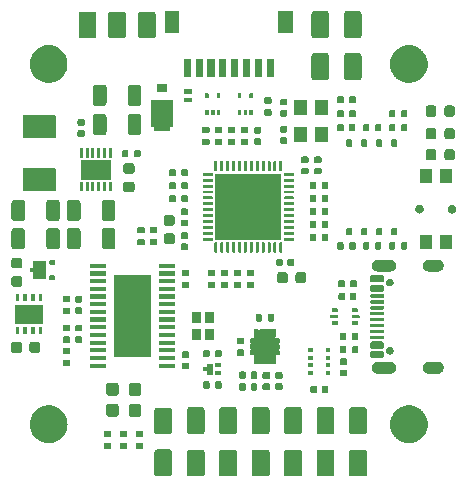
<source format=gbr>
%TF.GenerationSoftware,KiCad,Pcbnew,8.0.6*%
%TF.CreationDate,2025-09-02T14:19:07+02:00*%
%TF.ProjectId,atmos-fc,61746d6f-732d-4666-932e-6b696361645f,rev?*%
%TF.SameCoordinates,Original*%
%TF.FileFunction,Soldermask,Top*%
%TF.FilePolarity,Negative*%
%FSLAX46Y46*%
G04 Gerber Fmt 4.6, Leading zero omitted, Abs format (unit mm)*
G04 Created by KiCad (PCBNEW 8.0.6) date 2025-09-02 14:19:07*
%MOMM*%
%LPD*%
G01*
G04 APERTURE LIST*
G04 APERTURE END LIST*
G36*
X137076537Y-123190224D02*
G01*
X137141421Y-123233579D01*
X137184776Y-123298463D01*
X137200000Y-123375000D01*
X137200000Y-125225000D01*
X137184776Y-125301537D01*
X137141421Y-125366421D01*
X137076537Y-125409776D01*
X137000000Y-125425000D01*
X135900000Y-125425000D01*
X135823463Y-125409776D01*
X135758579Y-125366421D01*
X135715224Y-125301537D01*
X135700000Y-125225000D01*
X135700000Y-123375000D01*
X135715224Y-123298463D01*
X135758579Y-123233579D01*
X135823463Y-123190224D01*
X135900000Y-123175000D01*
X137000000Y-123175000D01*
X137076537Y-123190224D01*
G37*
G36*
X139826537Y-123190224D02*
G01*
X139891421Y-123233579D01*
X139934776Y-123298463D01*
X139950000Y-123375000D01*
X139950000Y-125225000D01*
X139934776Y-125301537D01*
X139891421Y-125366421D01*
X139826537Y-125409776D01*
X139750000Y-125425000D01*
X138650000Y-125425000D01*
X138573463Y-125409776D01*
X138508579Y-125366421D01*
X138465224Y-125301537D01*
X138450000Y-125225000D01*
X138450000Y-123375000D01*
X138465224Y-123298463D01*
X138508579Y-123233579D01*
X138573463Y-123190224D01*
X138650000Y-123175000D01*
X139750000Y-123175000D01*
X139826537Y-123190224D01*
G37*
G36*
X142576537Y-123190224D02*
G01*
X142641421Y-123233579D01*
X142684776Y-123298463D01*
X142700000Y-123375000D01*
X142700000Y-125225000D01*
X142684776Y-125301537D01*
X142641421Y-125366421D01*
X142576537Y-125409776D01*
X142500000Y-125425000D01*
X141400000Y-125425000D01*
X141323463Y-125409776D01*
X141258579Y-125366421D01*
X141215224Y-125301537D01*
X141200000Y-125225000D01*
X141200000Y-123375000D01*
X141215224Y-123298463D01*
X141258579Y-123233579D01*
X141323463Y-123190224D01*
X141400000Y-123175000D01*
X142500000Y-123175000D01*
X142576537Y-123190224D01*
G37*
G36*
X145326537Y-123190224D02*
G01*
X145391421Y-123233579D01*
X145434776Y-123298463D01*
X145450000Y-123375000D01*
X145450000Y-125225000D01*
X145434776Y-125301537D01*
X145391421Y-125366421D01*
X145326537Y-125409776D01*
X145250000Y-125425000D01*
X144150000Y-125425000D01*
X144073463Y-125409776D01*
X144008579Y-125366421D01*
X143965224Y-125301537D01*
X143950000Y-125225000D01*
X143950000Y-123375000D01*
X143965224Y-123298463D01*
X144008579Y-123233579D01*
X144073463Y-123190224D01*
X144150000Y-123175000D01*
X145250000Y-123175000D01*
X145326537Y-123190224D01*
G37*
G36*
X148076537Y-123190224D02*
G01*
X148141421Y-123233579D01*
X148184776Y-123298463D01*
X148200000Y-123375000D01*
X148200000Y-125225000D01*
X148184776Y-125301537D01*
X148141421Y-125366421D01*
X148076537Y-125409776D01*
X148000000Y-125425000D01*
X146900000Y-125425000D01*
X146823463Y-125409776D01*
X146758579Y-125366421D01*
X146715224Y-125301537D01*
X146700000Y-125225000D01*
X146700000Y-123375000D01*
X146715224Y-123298463D01*
X146758579Y-123233579D01*
X146823463Y-123190224D01*
X146900000Y-123175000D01*
X148000000Y-123175000D01*
X148076537Y-123190224D01*
G37*
G36*
X150826537Y-123190224D02*
G01*
X150891421Y-123233579D01*
X150934776Y-123298463D01*
X150950000Y-123375000D01*
X150950000Y-125225000D01*
X150934776Y-125301537D01*
X150891421Y-125366421D01*
X150826537Y-125409776D01*
X150750000Y-125425000D01*
X149650000Y-125425000D01*
X149573463Y-125409776D01*
X149508579Y-125366421D01*
X149465224Y-125301537D01*
X149450000Y-125225000D01*
X149450000Y-123375000D01*
X149465224Y-123298463D01*
X149508579Y-123233579D01*
X149573463Y-123190224D01*
X149650000Y-123175000D01*
X150750000Y-123175000D01*
X150826537Y-123190224D01*
G37*
G36*
X134326537Y-123165224D02*
G01*
X134391421Y-123208579D01*
X134434776Y-123273463D01*
X134450000Y-123350000D01*
X134450000Y-125200000D01*
X134434776Y-125276537D01*
X134391421Y-125341421D01*
X134326537Y-125384776D01*
X134250000Y-125400000D01*
X133150000Y-125400000D01*
X133073463Y-125384776D01*
X133008579Y-125341421D01*
X132965224Y-125276537D01*
X132950000Y-125200000D01*
X132950000Y-123350000D01*
X132965224Y-123273463D01*
X133008579Y-123208579D01*
X133073463Y-123165224D01*
X133150000Y-123150000D01*
X134250000Y-123150000D01*
X134326537Y-123165224D01*
G37*
G36*
X129236662Y-122600276D02*
G01*
X129280459Y-122629541D01*
X129309724Y-122673338D01*
X129320000Y-122725000D01*
X129320000Y-122995000D01*
X129309724Y-123046662D01*
X129280459Y-123090459D01*
X129236662Y-123119724D01*
X129185000Y-123130000D01*
X128815000Y-123130000D01*
X128763338Y-123119724D01*
X128719541Y-123090459D01*
X128690276Y-123046662D01*
X128680000Y-122995000D01*
X128680000Y-122725000D01*
X128690276Y-122673338D01*
X128719541Y-122629541D01*
X128763338Y-122600276D01*
X128815000Y-122590000D01*
X129185000Y-122590000D01*
X129236662Y-122600276D01*
G37*
G36*
X130586662Y-122600276D02*
G01*
X130630459Y-122629541D01*
X130659724Y-122673338D01*
X130670000Y-122725000D01*
X130670000Y-122995000D01*
X130659724Y-123046662D01*
X130630459Y-123090459D01*
X130586662Y-123119724D01*
X130535000Y-123130000D01*
X130165000Y-123130000D01*
X130113338Y-123119724D01*
X130069541Y-123090459D01*
X130040276Y-123046662D01*
X130030000Y-122995000D01*
X130030000Y-122725000D01*
X130040276Y-122673338D01*
X130069541Y-122629541D01*
X130113338Y-122600276D01*
X130165000Y-122590000D01*
X130535000Y-122590000D01*
X130586662Y-122600276D01*
G37*
G36*
X131936662Y-122600276D02*
G01*
X131980459Y-122629541D01*
X132009724Y-122673338D01*
X132020000Y-122725000D01*
X132020000Y-122995000D01*
X132009724Y-123046662D01*
X131980459Y-123090459D01*
X131936662Y-123119724D01*
X131885000Y-123130000D01*
X131515000Y-123130000D01*
X131463338Y-123119724D01*
X131419541Y-123090459D01*
X131390276Y-123046662D01*
X131380000Y-122995000D01*
X131380000Y-122725000D01*
X131390276Y-122673338D01*
X131419541Y-122629541D01*
X131463338Y-122600276D01*
X131515000Y-122590000D01*
X131885000Y-122590000D01*
X131936662Y-122600276D01*
G37*
G36*
X124059159Y-119404656D02*
G01*
X124119555Y-119404656D01*
X124185554Y-119414603D01*
X124250295Y-119419699D01*
X124302475Y-119432226D01*
X124355994Y-119440293D01*
X124425927Y-119461864D01*
X124494427Y-119478310D01*
X124538720Y-119496656D01*
X124584477Y-119510771D01*
X124656311Y-119545364D01*
X124726385Y-119574390D01*
X124762354Y-119596432D01*
X124799908Y-119614517D01*
X124871343Y-119663221D01*
X124940456Y-119705573D01*
X124968128Y-119729207D01*
X124997467Y-119749210D01*
X125065968Y-119812770D01*
X125131371Y-119868629D01*
X125151232Y-119891883D01*
X125172753Y-119911852D01*
X125235675Y-119990754D01*
X125294427Y-120059544D01*
X125307347Y-120080629D01*
X125321830Y-120098789D01*
X125376444Y-120193384D01*
X125425610Y-120273615D01*
X125432831Y-120291050D01*
X125441384Y-120305863D01*
X125485018Y-120417039D01*
X125521690Y-120505573D01*
X125524721Y-120518199D01*
X125528744Y-120528449D01*
X125558846Y-120660341D01*
X125580301Y-120749705D01*
X125580858Y-120756782D01*
X125581948Y-120761558D01*
X125596188Y-120951573D01*
X125600000Y-121000000D01*
X125596188Y-121048430D01*
X125581948Y-121238441D01*
X125580858Y-121243216D01*
X125580301Y-121250295D01*
X125558842Y-121339677D01*
X125528744Y-121471550D01*
X125524722Y-121481797D01*
X125521690Y-121494427D01*
X125485010Y-121582978D01*
X125441384Y-121694136D01*
X125432833Y-121708945D01*
X125425610Y-121726385D01*
X125376434Y-121806632D01*
X125321830Y-121901210D01*
X125307350Y-121919366D01*
X125294427Y-121940456D01*
X125235663Y-122009259D01*
X125172753Y-122088147D01*
X125151236Y-122108111D01*
X125131371Y-122131371D01*
X125065955Y-122187241D01*
X124997467Y-122250789D01*
X124968134Y-122270787D01*
X124940456Y-122294427D01*
X124871329Y-122336787D01*
X124799908Y-122385482D01*
X124762362Y-122403562D01*
X124726385Y-122425610D01*
X124656296Y-122454641D01*
X124584477Y-122489228D01*
X124538729Y-122503339D01*
X124494427Y-122521690D01*
X124425912Y-122538138D01*
X124355994Y-122559706D01*
X124302484Y-122567771D01*
X124250295Y-122580301D01*
X124185550Y-122585396D01*
X124119555Y-122595344D01*
X124059159Y-122595344D01*
X124000000Y-122600000D01*
X123940841Y-122595344D01*
X123880445Y-122595344D01*
X123814448Y-122585396D01*
X123749705Y-122580301D01*
X123697516Y-122567771D01*
X123644005Y-122559706D01*
X123574083Y-122538137D01*
X123505573Y-122521690D01*
X123461273Y-122503340D01*
X123415522Y-122489228D01*
X123343698Y-122454639D01*
X123273615Y-122425610D01*
X123237638Y-122403563D01*
X123200092Y-122385482D01*
X123128667Y-122336785D01*
X123059544Y-122294427D01*
X123031869Y-122270790D01*
X123002532Y-122250789D01*
X122934032Y-122187230D01*
X122868629Y-122131371D01*
X122848767Y-122108116D01*
X122827246Y-122088147D01*
X122764321Y-122009241D01*
X122705573Y-121940456D01*
X122692652Y-121919372D01*
X122678169Y-121901210D01*
X122623548Y-121806603D01*
X122574390Y-121726385D01*
X122567169Y-121708952D01*
X122558615Y-121694136D01*
X122514970Y-121582932D01*
X122478310Y-121494427D01*
X122475279Y-121481804D01*
X122471255Y-121471550D01*
X122441137Y-121339592D01*
X122419699Y-121250295D01*
X122419142Y-121243222D01*
X122418051Y-121238441D01*
X122403790Y-121048164D01*
X122400000Y-121000000D01*
X122403790Y-120951839D01*
X122418051Y-120761558D01*
X122419142Y-120756775D01*
X122419699Y-120749705D01*
X122441132Y-120660426D01*
X122471255Y-120528449D01*
X122475280Y-120518193D01*
X122478310Y-120505573D01*
X122514962Y-120417085D01*
X122558615Y-120305863D01*
X122567170Y-120291044D01*
X122574390Y-120273615D01*
X122623538Y-120193412D01*
X122678169Y-120098789D01*
X122692655Y-120080623D01*
X122705573Y-120059544D01*
X122764309Y-119990772D01*
X122827246Y-119911852D01*
X122848771Y-119891879D01*
X122868629Y-119868629D01*
X122934018Y-119812781D01*
X123002532Y-119749210D01*
X123031874Y-119729204D01*
X123059544Y-119705573D01*
X123128652Y-119663223D01*
X123200092Y-119614517D01*
X123237645Y-119596431D01*
X123273615Y-119574390D01*
X123343683Y-119545366D01*
X123415522Y-119510771D01*
X123461282Y-119496655D01*
X123505573Y-119478310D01*
X123574068Y-119461865D01*
X123644005Y-119440293D01*
X123697525Y-119432226D01*
X123749705Y-119419699D01*
X123814444Y-119414603D01*
X123880445Y-119404656D01*
X123940841Y-119404656D01*
X124000000Y-119400000D01*
X124059159Y-119404656D01*
G37*
G36*
X154559159Y-119404656D02*
G01*
X154619555Y-119404656D01*
X154685554Y-119414603D01*
X154750295Y-119419699D01*
X154802475Y-119432226D01*
X154855994Y-119440293D01*
X154925927Y-119461864D01*
X154994427Y-119478310D01*
X155038720Y-119496656D01*
X155084477Y-119510771D01*
X155156311Y-119545364D01*
X155226385Y-119574390D01*
X155262354Y-119596432D01*
X155299908Y-119614517D01*
X155371343Y-119663221D01*
X155440456Y-119705573D01*
X155468128Y-119729207D01*
X155497467Y-119749210D01*
X155565968Y-119812770D01*
X155631371Y-119868629D01*
X155651232Y-119891883D01*
X155672753Y-119911852D01*
X155735675Y-119990754D01*
X155794427Y-120059544D01*
X155807347Y-120080629D01*
X155821830Y-120098789D01*
X155876444Y-120193384D01*
X155925610Y-120273615D01*
X155932831Y-120291050D01*
X155941384Y-120305863D01*
X155985018Y-120417039D01*
X156021690Y-120505573D01*
X156024721Y-120518199D01*
X156028744Y-120528449D01*
X156058846Y-120660341D01*
X156080301Y-120749705D01*
X156080858Y-120756782D01*
X156081948Y-120761558D01*
X156096188Y-120951573D01*
X156100000Y-121000000D01*
X156096188Y-121048430D01*
X156081948Y-121238441D01*
X156080858Y-121243216D01*
X156080301Y-121250295D01*
X156058842Y-121339677D01*
X156028744Y-121471550D01*
X156024722Y-121481797D01*
X156021690Y-121494427D01*
X155985010Y-121582978D01*
X155941384Y-121694136D01*
X155932833Y-121708945D01*
X155925610Y-121726385D01*
X155876434Y-121806632D01*
X155821830Y-121901210D01*
X155807350Y-121919366D01*
X155794427Y-121940456D01*
X155735663Y-122009259D01*
X155672753Y-122088147D01*
X155651236Y-122108111D01*
X155631371Y-122131371D01*
X155565955Y-122187241D01*
X155497467Y-122250789D01*
X155468134Y-122270787D01*
X155440456Y-122294427D01*
X155371329Y-122336787D01*
X155299908Y-122385482D01*
X155262362Y-122403562D01*
X155226385Y-122425610D01*
X155156296Y-122454641D01*
X155084477Y-122489228D01*
X155038729Y-122503339D01*
X154994427Y-122521690D01*
X154925912Y-122538138D01*
X154855994Y-122559706D01*
X154802484Y-122567771D01*
X154750295Y-122580301D01*
X154685550Y-122585396D01*
X154619555Y-122595344D01*
X154559159Y-122595344D01*
X154500000Y-122600000D01*
X154440841Y-122595344D01*
X154380445Y-122595344D01*
X154314448Y-122585396D01*
X154249705Y-122580301D01*
X154197516Y-122567771D01*
X154144005Y-122559706D01*
X154074083Y-122538137D01*
X154005573Y-122521690D01*
X153961273Y-122503340D01*
X153915522Y-122489228D01*
X153843698Y-122454639D01*
X153773615Y-122425610D01*
X153737638Y-122403563D01*
X153700092Y-122385482D01*
X153628667Y-122336785D01*
X153559544Y-122294427D01*
X153531869Y-122270790D01*
X153502532Y-122250789D01*
X153434032Y-122187230D01*
X153368629Y-122131371D01*
X153348767Y-122108116D01*
X153327246Y-122088147D01*
X153264321Y-122009241D01*
X153205573Y-121940456D01*
X153192652Y-121919372D01*
X153178169Y-121901210D01*
X153123548Y-121806603D01*
X153074390Y-121726385D01*
X153067169Y-121708952D01*
X153058615Y-121694136D01*
X153014970Y-121582932D01*
X152978310Y-121494427D01*
X152975279Y-121481804D01*
X152971255Y-121471550D01*
X152941137Y-121339592D01*
X152919699Y-121250295D01*
X152919142Y-121243222D01*
X152918051Y-121238441D01*
X152903790Y-121048164D01*
X152900000Y-121000000D01*
X152903790Y-120951839D01*
X152918051Y-120761558D01*
X152919142Y-120756775D01*
X152919699Y-120749705D01*
X152941132Y-120660426D01*
X152971255Y-120528449D01*
X152975280Y-120518193D01*
X152978310Y-120505573D01*
X153014962Y-120417085D01*
X153058615Y-120305863D01*
X153067170Y-120291044D01*
X153074390Y-120273615D01*
X153123538Y-120193412D01*
X153178169Y-120098789D01*
X153192655Y-120080623D01*
X153205573Y-120059544D01*
X153264309Y-119990772D01*
X153327246Y-119911852D01*
X153348771Y-119891879D01*
X153368629Y-119868629D01*
X153434018Y-119812781D01*
X153502532Y-119749210D01*
X153531874Y-119729204D01*
X153559544Y-119705573D01*
X153628652Y-119663223D01*
X153700092Y-119614517D01*
X153737645Y-119596431D01*
X153773615Y-119574390D01*
X153843683Y-119545366D01*
X153915522Y-119510771D01*
X153961282Y-119496655D01*
X154005573Y-119478310D01*
X154074068Y-119461865D01*
X154144005Y-119440293D01*
X154197525Y-119432226D01*
X154249705Y-119419699D01*
X154314444Y-119414603D01*
X154380445Y-119404656D01*
X154440841Y-119404656D01*
X154500000Y-119400000D01*
X154559159Y-119404656D01*
G37*
G36*
X129236662Y-121580276D02*
G01*
X129280459Y-121609541D01*
X129309724Y-121653338D01*
X129320000Y-121705000D01*
X129320000Y-121975000D01*
X129309724Y-122026662D01*
X129280459Y-122070459D01*
X129236662Y-122099724D01*
X129185000Y-122110000D01*
X128815000Y-122110000D01*
X128763338Y-122099724D01*
X128719541Y-122070459D01*
X128690276Y-122026662D01*
X128680000Y-121975000D01*
X128680000Y-121705000D01*
X128690276Y-121653338D01*
X128719541Y-121609541D01*
X128763338Y-121580276D01*
X128815000Y-121570000D01*
X129185000Y-121570000D01*
X129236662Y-121580276D01*
G37*
G36*
X130586662Y-121580276D02*
G01*
X130630459Y-121609541D01*
X130659724Y-121653338D01*
X130670000Y-121705000D01*
X130670000Y-121975000D01*
X130659724Y-122026662D01*
X130630459Y-122070459D01*
X130586662Y-122099724D01*
X130535000Y-122110000D01*
X130165000Y-122110000D01*
X130113338Y-122099724D01*
X130069541Y-122070459D01*
X130040276Y-122026662D01*
X130030000Y-121975000D01*
X130030000Y-121705000D01*
X130040276Y-121653338D01*
X130069541Y-121609541D01*
X130113338Y-121580276D01*
X130165000Y-121570000D01*
X130535000Y-121570000D01*
X130586662Y-121580276D01*
G37*
G36*
X131936662Y-121580276D02*
G01*
X131980459Y-121609541D01*
X132009724Y-121653338D01*
X132020000Y-121705000D01*
X132020000Y-121975000D01*
X132009724Y-122026662D01*
X131980459Y-122070459D01*
X131936662Y-122099724D01*
X131885000Y-122110000D01*
X131515000Y-122110000D01*
X131463338Y-122099724D01*
X131419541Y-122070459D01*
X131390276Y-122026662D01*
X131380000Y-121975000D01*
X131380000Y-121705000D01*
X131390276Y-121653338D01*
X131419541Y-121609541D01*
X131463338Y-121580276D01*
X131515000Y-121570000D01*
X131885000Y-121570000D01*
X131936662Y-121580276D01*
G37*
G36*
X134326537Y-119615224D02*
G01*
X134391421Y-119658579D01*
X134434776Y-119723463D01*
X134450000Y-119800000D01*
X134450000Y-121650000D01*
X134434776Y-121726537D01*
X134391421Y-121791421D01*
X134326537Y-121834776D01*
X134250000Y-121850000D01*
X133150000Y-121850000D01*
X133073463Y-121834776D01*
X133008579Y-121791421D01*
X132965224Y-121726537D01*
X132950000Y-121650000D01*
X132950000Y-119800000D01*
X132965224Y-119723463D01*
X133008579Y-119658579D01*
X133073463Y-119615224D01*
X133150000Y-119600000D01*
X134250000Y-119600000D01*
X134326537Y-119615224D01*
G37*
G36*
X137076537Y-119590224D02*
G01*
X137141421Y-119633579D01*
X137184776Y-119698463D01*
X137200000Y-119775000D01*
X137200000Y-121625000D01*
X137184776Y-121701537D01*
X137141421Y-121766421D01*
X137076537Y-121809776D01*
X137000000Y-121825000D01*
X135900000Y-121825000D01*
X135823463Y-121809776D01*
X135758579Y-121766421D01*
X135715224Y-121701537D01*
X135700000Y-121625000D01*
X135700000Y-119775000D01*
X135715224Y-119698463D01*
X135758579Y-119633579D01*
X135823463Y-119590224D01*
X135900000Y-119575000D01*
X137000000Y-119575000D01*
X137076537Y-119590224D01*
G37*
G36*
X139826537Y-119590224D02*
G01*
X139891421Y-119633579D01*
X139934776Y-119698463D01*
X139950000Y-119775000D01*
X139950000Y-121625000D01*
X139934776Y-121701537D01*
X139891421Y-121766421D01*
X139826537Y-121809776D01*
X139750000Y-121825000D01*
X138650000Y-121825000D01*
X138573463Y-121809776D01*
X138508579Y-121766421D01*
X138465224Y-121701537D01*
X138450000Y-121625000D01*
X138450000Y-119775000D01*
X138465224Y-119698463D01*
X138508579Y-119633579D01*
X138573463Y-119590224D01*
X138650000Y-119575000D01*
X139750000Y-119575000D01*
X139826537Y-119590224D01*
G37*
G36*
X142576537Y-119590224D02*
G01*
X142641421Y-119633579D01*
X142684776Y-119698463D01*
X142700000Y-119775000D01*
X142700000Y-121625000D01*
X142684776Y-121701537D01*
X142641421Y-121766421D01*
X142576537Y-121809776D01*
X142500000Y-121825000D01*
X141400000Y-121825000D01*
X141323463Y-121809776D01*
X141258579Y-121766421D01*
X141215224Y-121701537D01*
X141200000Y-121625000D01*
X141200000Y-119775000D01*
X141215224Y-119698463D01*
X141258579Y-119633579D01*
X141323463Y-119590224D01*
X141400000Y-119575000D01*
X142500000Y-119575000D01*
X142576537Y-119590224D01*
G37*
G36*
X145326537Y-119590224D02*
G01*
X145391421Y-119633579D01*
X145434776Y-119698463D01*
X145450000Y-119775000D01*
X145450000Y-121625000D01*
X145434776Y-121701537D01*
X145391421Y-121766421D01*
X145326537Y-121809776D01*
X145250000Y-121825000D01*
X144150000Y-121825000D01*
X144073463Y-121809776D01*
X144008579Y-121766421D01*
X143965224Y-121701537D01*
X143950000Y-121625000D01*
X143950000Y-119775000D01*
X143965224Y-119698463D01*
X144008579Y-119633579D01*
X144073463Y-119590224D01*
X144150000Y-119575000D01*
X145250000Y-119575000D01*
X145326537Y-119590224D01*
G37*
G36*
X148076537Y-119590224D02*
G01*
X148141421Y-119633579D01*
X148184776Y-119698463D01*
X148200000Y-119775000D01*
X148200000Y-121625000D01*
X148184776Y-121701537D01*
X148141421Y-121766421D01*
X148076537Y-121809776D01*
X148000000Y-121825000D01*
X146900000Y-121825000D01*
X146823463Y-121809776D01*
X146758579Y-121766421D01*
X146715224Y-121701537D01*
X146700000Y-121625000D01*
X146700000Y-119775000D01*
X146715224Y-119698463D01*
X146758579Y-119633579D01*
X146823463Y-119590224D01*
X146900000Y-119575000D01*
X148000000Y-119575000D01*
X148076537Y-119590224D01*
G37*
G36*
X150826537Y-119590224D02*
G01*
X150891421Y-119633579D01*
X150934776Y-119698463D01*
X150950000Y-119775000D01*
X150950000Y-121625000D01*
X150934776Y-121701537D01*
X150891421Y-121766421D01*
X150826537Y-121809776D01*
X150750000Y-121825000D01*
X149650000Y-121825000D01*
X149573463Y-121809776D01*
X149508579Y-121766421D01*
X149465224Y-121701537D01*
X149450000Y-121625000D01*
X149450000Y-119775000D01*
X149465224Y-119698463D01*
X149508579Y-119633579D01*
X149573463Y-119590224D01*
X149650000Y-119575000D01*
X150750000Y-119575000D01*
X150826537Y-119590224D01*
G37*
G36*
X131583339Y-119276658D02*
G01*
X131638125Y-119283871D01*
X131651906Y-119290297D01*
X131670671Y-119294030D01*
X131695526Y-119310637D01*
X131717819Y-119321033D01*
X131731380Y-119334594D01*
X131751777Y-119348223D01*
X131765405Y-119368619D01*
X131778966Y-119382180D01*
X131789360Y-119404470D01*
X131805970Y-119429329D01*
X131809702Y-119448095D01*
X131816128Y-119461874D01*
X131823338Y-119516648D01*
X131825000Y-119525000D01*
X131825000Y-120150000D01*
X131823338Y-120158353D01*
X131816128Y-120213125D01*
X131809703Y-120226903D01*
X131805970Y-120245671D01*
X131789358Y-120270531D01*
X131778966Y-120292819D01*
X131765407Y-120306377D01*
X131751777Y-120326777D01*
X131731377Y-120340407D01*
X131717819Y-120353966D01*
X131695531Y-120364358D01*
X131670671Y-120380970D01*
X131651903Y-120384703D01*
X131638125Y-120391128D01*
X131583353Y-120398338D01*
X131575000Y-120400000D01*
X131025000Y-120400000D01*
X131016648Y-120398338D01*
X130961874Y-120391128D01*
X130948095Y-120384702D01*
X130929329Y-120380970D01*
X130904470Y-120364360D01*
X130882180Y-120353966D01*
X130868619Y-120340405D01*
X130848223Y-120326777D01*
X130834594Y-120306380D01*
X130821033Y-120292819D01*
X130810637Y-120270526D01*
X130794030Y-120245671D01*
X130790297Y-120226906D01*
X130783871Y-120213125D01*
X130776658Y-120158339D01*
X130775000Y-120150000D01*
X130775000Y-119525000D01*
X130776658Y-119516662D01*
X130783871Y-119461874D01*
X130790297Y-119448091D01*
X130794030Y-119429329D01*
X130810636Y-119404475D01*
X130821033Y-119382180D01*
X130834596Y-119368616D01*
X130848223Y-119348223D01*
X130868616Y-119334596D01*
X130882180Y-119321033D01*
X130904475Y-119310636D01*
X130929329Y-119294030D01*
X130948091Y-119290297D01*
X130961874Y-119283871D01*
X131016662Y-119276658D01*
X131025000Y-119275000D01*
X131575000Y-119275000D01*
X131583339Y-119276658D01*
G37*
G36*
X129683339Y-119264158D02*
G01*
X129738125Y-119271371D01*
X129751906Y-119277797D01*
X129770671Y-119281530D01*
X129795526Y-119298137D01*
X129817819Y-119308533D01*
X129831380Y-119322094D01*
X129851777Y-119335723D01*
X129865405Y-119356119D01*
X129878966Y-119369680D01*
X129889360Y-119391970D01*
X129905970Y-119416829D01*
X129909702Y-119435595D01*
X129916128Y-119449374D01*
X129923338Y-119504148D01*
X129925000Y-119512500D01*
X129925000Y-120137500D01*
X129923338Y-120145853D01*
X129916128Y-120200625D01*
X129909703Y-120214403D01*
X129905970Y-120233171D01*
X129889358Y-120258031D01*
X129878966Y-120280319D01*
X129865407Y-120293877D01*
X129851777Y-120314277D01*
X129831377Y-120327907D01*
X129817819Y-120341466D01*
X129795531Y-120351858D01*
X129770671Y-120368470D01*
X129751903Y-120372203D01*
X129738125Y-120378628D01*
X129683353Y-120385838D01*
X129675000Y-120387500D01*
X129125000Y-120387500D01*
X129116648Y-120385838D01*
X129061874Y-120378628D01*
X129048095Y-120372202D01*
X129029329Y-120368470D01*
X129004470Y-120351860D01*
X128982180Y-120341466D01*
X128968619Y-120327905D01*
X128948223Y-120314277D01*
X128934594Y-120293880D01*
X128921033Y-120280319D01*
X128910637Y-120258026D01*
X128894030Y-120233171D01*
X128890297Y-120214406D01*
X128883871Y-120200625D01*
X128876658Y-120145839D01*
X128875000Y-120137500D01*
X128875000Y-119512500D01*
X128876658Y-119504162D01*
X128883871Y-119449374D01*
X128890297Y-119435591D01*
X128894030Y-119416829D01*
X128910636Y-119391975D01*
X128921033Y-119369680D01*
X128934596Y-119356116D01*
X128948223Y-119335723D01*
X128968616Y-119322096D01*
X128982180Y-119308533D01*
X129004475Y-119298136D01*
X129029329Y-119281530D01*
X129048091Y-119277797D01*
X129061874Y-119271371D01*
X129116662Y-119264158D01*
X129125000Y-119262500D01*
X129675000Y-119262500D01*
X129683339Y-119264158D01*
G37*
G36*
X131583339Y-117501658D02*
G01*
X131638125Y-117508871D01*
X131651906Y-117515297D01*
X131670671Y-117519030D01*
X131695526Y-117535637D01*
X131717819Y-117546033D01*
X131731380Y-117559594D01*
X131751777Y-117573223D01*
X131765405Y-117593619D01*
X131778966Y-117607180D01*
X131789360Y-117629470D01*
X131805970Y-117654329D01*
X131809702Y-117673095D01*
X131816128Y-117686874D01*
X131823338Y-117741648D01*
X131825000Y-117750000D01*
X131825000Y-118375000D01*
X131823338Y-118383353D01*
X131816128Y-118438125D01*
X131809703Y-118451903D01*
X131805970Y-118470671D01*
X131789358Y-118495531D01*
X131778966Y-118517819D01*
X131765407Y-118531377D01*
X131751777Y-118551777D01*
X131731377Y-118565407D01*
X131717819Y-118578966D01*
X131695531Y-118589358D01*
X131670671Y-118605970D01*
X131651903Y-118609703D01*
X131638125Y-118616128D01*
X131583353Y-118623338D01*
X131575000Y-118625000D01*
X131025000Y-118625000D01*
X131016648Y-118623338D01*
X130961874Y-118616128D01*
X130948095Y-118609702D01*
X130929329Y-118605970D01*
X130904470Y-118589360D01*
X130882180Y-118578966D01*
X130868619Y-118565405D01*
X130848223Y-118551777D01*
X130834594Y-118531380D01*
X130821033Y-118517819D01*
X130810637Y-118495526D01*
X130794030Y-118470671D01*
X130790297Y-118451906D01*
X130783871Y-118438125D01*
X130776658Y-118383339D01*
X130775000Y-118375000D01*
X130775000Y-117750000D01*
X130776658Y-117741662D01*
X130783871Y-117686874D01*
X130790297Y-117673091D01*
X130794030Y-117654329D01*
X130810636Y-117629475D01*
X130821033Y-117607180D01*
X130834596Y-117593616D01*
X130848223Y-117573223D01*
X130868616Y-117559596D01*
X130882180Y-117546033D01*
X130904475Y-117535636D01*
X130929329Y-117519030D01*
X130948091Y-117515297D01*
X130961874Y-117508871D01*
X131016662Y-117501658D01*
X131025000Y-117500000D01*
X131575000Y-117500000D01*
X131583339Y-117501658D01*
G37*
G36*
X129683339Y-117489158D02*
G01*
X129738125Y-117496371D01*
X129751906Y-117502797D01*
X129770671Y-117506530D01*
X129795526Y-117523137D01*
X129817819Y-117533533D01*
X129831380Y-117547094D01*
X129851777Y-117560723D01*
X129865405Y-117581119D01*
X129878966Y-117594680D01*
X129889360Y-117616970D01*
X129905970Y-117641829D01*
X129909702Y-117660595D01*
X129916128Y-117674374D01*
X129923338Y-117729148D01*
X129925000Y-117737500D01*
X129925000Y-118362500D01*
X129923338Y-118370853D01*
X129916128Y-118425625D01*
X129909703Y-118439403D01*
X129905970Y-118458171D01*
X129889358Y-118483031D01*
X129878966Y-118505319D01*
X129865407Y-118518877D01*
X129851777Y-118539277D01*
X129831377Y-118552907D01*
X129817819Y-118566466D01*
X129795531Y-118576858D01*
X129770671Y-118593470D01*
X129751903Y-118597203D01*
X129738125Y-118603628D01*
X129683353Y-118610838D01*
X129675000Y-118612500D01*
X129125000Y-118612500D01*
X129116648Y-118610838D01*
X129061874Y-118603628D01*
X129048095Y-118597202D01*
X129029329Y-118593470D01*
X129004470Y-118576860D01*
X128982180Y-118566466D01*
X128968619Y-118552905D01*
X128948223Y-118539277D01*
X128934594Y-118518880D01*
X128921033Y-118505319D01*
X128910637Y-118483026D01*
X128894030Y-118458171D01*
X128890297Y-118439406D01*
X128883871Y-118425625D01*
X128876658Y-118370839D01*
X128875000Y-118362500D01*
X128875000Y-117737500D01*
X128876658Y-117729162D01*
X128883871Y-117674374D01*
X128890297Y-117660591D01*
X128894030Y-117641829D01*
X128910636Y-117616975D01*
X128921033Y-117594680D01*
X128934596Y-117581116D01*
X128948223Y-117560723D01*
X128968616Y-117547096D01*
X128982180Y-117533533D01*
X129004475Y-117523136D01*
X129029329Y-117506530D01*
X129048091Y-117502797D01*
X129061874Y-117496371D01*
X129116662Y-117489158D01*
X129125000Y-117487500D01*
X129675000Y-117487500D01*
X129683339Y-117489158D01*
G37*
G36*
X146638576Y-117750657D02*
G01*
X146683995Y-117781005D01*
X146714343Y-117826424D01*
X146725000Y-117880000D01*
X146725000Y-118220000D01*
X146714343Y-118273576D01*
X146683995Y-118318995D01*
X146638576Y-118349343D01*
X146585000Y-118360000D01*
X146305000Y-118360000D01*
X146251424Y-118349343D01*
X146206005Y-118318995D01*
X146175657Y-118273576D01*
X146165000Y-118220000D01*
X146165000Y-117880000D01*
X146175657Y-117826424D01*
X146206005Y-117781005D01*
X146251424Y-117750657D01*
X146305000Y-117740000D01*
X146585000Y-117740000D01*
X146638576Y-117750657D01*
G37*
G36*
X147598576Y-117750657D02*
G01*
X147643995Y-117781005D01*
X147674343Y-117826424D01*
X147685000Y-117880000D01*
X147685000Y-118220000D01*
X147674343Y-118273576D01*
X147643995Y-118318995D01*
X147598576Y-118349343D01*
X147545000Y-118360000D01*
X147265000Y-118360000D01*
X147211424Y-118349343D01*
X147166005Y-118318995D01*
X147135657Y-118273576D01*
X147125000Y-118220000D01*
X147125000Y-117880000D01*
X147135657Y-117826424D01*
X147166005Y-117781005D01*
X147211424Y-117750657D01*
X147265000Y-117740000D01*
X147545000Y-117740000D01*
X147598576Y-117750657D01*
G37*
G36*
X140613576Y-117550657D02*
G01*
X140658995Y-117581005D01*
X140689343Y-117626424D01*
X140700000Y-117680000D01*
X140700000Y-118020000D01*
X140689343Y-118073576D01*
X140658995Y-118118995D01*
X140613576Y-118149343D01*
X140560000Y-118160000D01*
X140280000Y-118160000D01*
X140226424Y-118149343D01*
X140181005Y-118118995D01*
X140150657Y-118073576D01*
X140140000Y-118020000D01*
X140140000Y-117680000D01*
X140150657Y-117626424D01*
X140181005Y-117581005D01*
X140226424Y-117550657D01*
X140280000Y-117540000D01*
X140560000Y-117540000D01*
X140613576Y-117550657D01*
G37*
G36*
X141573576Y-117550657D02*
G01*
X141618995Y-117581005D01*
X141649343Y-117626424D01*
X141660000Y-117680000D01*
X141660000Y-118020000D01*
X141649343Y-118073576D01*
X141618995Y-118118995D01*
X141573576Y-118149343D01*
X141520000Y-118160000D01*
X141240000Y-118160000D01*
X141186424Y-118149343D01*
X141141005Y-118118995D01*
X141110657Y-118073576D01*
X141100000Y-118020000D01*
X141100000Y-117680000D01*
X141110657Y-117626424D01*
X141141005Y-117581005D01*
X141186424Y-117550657D01*
X141240000Y-117540000D01*
X141520000Y-117540000D01*
X141573576Y-117550657D01*
G37*
G36*
X142653946Y-117551228D02*
G01*
X142701798Y-117583202D01*
X142733772Y-117631054D01*
X142745000Y-117687500D01*
X142745000Y-117982500D01*
X142733772Y-118038946D01*
X142701798Y-118086798D01*
X142653946Y-118118772D01*
X142597500Y-118130000D01*
X142252500Y-118130000D01*
X142196054Y-118118772D01*
X142148202Y-118086798D01*
X142116228Y-118038946D01*
X142105000Y-117982500D01*
X142105000Y-117687500D01*
X142116228Y-117631054D01*
X142148202Y-117583202D01*
X142196054Y-117551228D01*
X142252500Y-117540000D01*
X142597500Y-117540000D01*
X142653946Y-117551228D01*
G37*
G36*
X143723576Y-117560657D02*
G01*
X143768995Y-117591005D01*
X143799343Y-117636424D01*
X143810000Y-117690000D01*
X143810000Y-117970000D01*
X143799343Y-118023576D01*
X143768995Y-118068995D01*
X143723576Y-118099343D01*
X143670000Y-118110000D01*
X143330000Y-118110000D01*
X143276424Y-118099343D01*
X143231005Y-118068995D01*
X143200657Y-118023576D01*
X143190000Y-117970000D01*
X143190000Y-117690000D01*
X143200657Y-117636424D01*
X143231005Y-117591005D01*
X143276424Y-117560657D01*
X143330000Y-117550000D01*
X143670000Y-117550000D01*
X143723576Y-117560657D01*
G37*
G36*
X137536662Y-117365276D02*
G01*
X137580459Y-117394541D01*
X137609724Y-117438338D01*
X137620000Y-117490000D01*
X137620000Y-117860000D01*
X137609724Y-117911662D01*
X137580459Y-117955459D01*
X137536662Y-117984724D01*
X137485000Y-117995000D01*
X137215000Y-117995000D01*
X137163338Y-117984724D01*
X137119541Y-117955459D01*
X137090276Y-117911662D01*
X137080000Y-117860000D01*
X137080000Y-117490000D01*
X137090276Y-117438338D01*
X137119541Y-117394541D01*
X137163338Y-117365276D01*
X137215000Y-117355000D01*
X137485000Y-117355000D01*
X137536662Y-117365276D01*
G37*
G36*
X138556662Y-117365276D02*
G01*
X138600459Y-117394541D01*
X138629724Y-117438338D01*
X138640000Y-117490000D01*
X138640000Y-117860000D01*
X138629724Y-117911662D01*
X138600459Y-117955459D01*
X138556662Y-117984724D01*
X138505000Y-117995000D01*
X138235000Y-117995000D01*
X138183338Y-117984724D01*
X138139541Y-117955459D01*
X138110276Y-117911662D01*
X138100000Y-117860000D01*
X138100000Y-117490000D01*
X138110276Y-117438338D01*
X138139541Y-117394541D01*
X138183338Y-117365276D01*
X138235000Y-117355000D01*
X138505000Y-117355000D01*
X138556662Y-117365276D01*
G37*
G36*
X140613576Y-116550657D02*
G01*
X140658995Y-116581005D01*
X140689343Y-116626424D01*
X140700000Y-116680000D01*
X140700000Y-117020000D01*
X140689343Y-117073576D01*
X140658995Y-117118995D01*
X140613576Y-117149343D01*
X140560000Y-117160000D01*
X140280000Y-117160000D01*
X140226424Y-117149343D01*
X140181005Y-117118995D01*
X140150657Y-117073576D01*
X140140000Y-117020000D01*
X140140000Y-116680000D01*
X140150657Y-116626424D01*
X140181005Y-116581005D01*
X140226424Y-116550657D01*
X140280000Y-116540000D01*
X140560000Y-116540000D01*
X140613576Y-116550657D01*
G37*
G36*
X141573576Y-116550657D02*
G01*
X141618995Y-116581005D01*
X141649343Y-116626424D01*
X141660000Y-116680000D01*
X141660000Y-117020000D01*
X141649343Y-117073576D01*
X141618995Y-117118995D01*
X141573576Y-117149343D01*
X141520000Y-117160000D01*
X141240000Y-117160000D01*
X141186424Y-117149343D01*
X141141005Y-117118995D01*
X141110657Y-117073576D01*
X141100000Y-117020000D01*
X141100000Y-116680000D01*
X141110657Y-116626424D01*
X141141005Y-116581005D01*
X141186424Y-116550657D01*
X141240000Y-116540000D01*
X141520000Y-116540000D01*
X141573576Y-116550657D01*
G37*
G36*
X142653946Y-116581228D02*
G01*
X142701798Y-116613202D01*
X142733772Y-116661054D01*
X142745000Y-116717500D01*
X142745000Y-117012500D01*
X142733772Y-117068946D01*
X142701798Y-117116798D01*
X142653946Y-117148772D01*
X142597500Y-117160000D01*
X142252500Y-117160000D01*
X142196054Y-117148772D01*
X142148202Y-117116798D01*
X142116228Y-117068946D01*
X142105000Y-117012500D01*
X142105000Y-116717500D01*
X142116228Y-116661054D01*
X142148202Y-116613202D01*
X142196054Y-116581228D01*
X142252500Y-116570000D01*
X142597500Y-116570000D01*
X142653946Y-116581228D01*
G37*
G36*
X143723576Y-116600657D02*
G01*
X143768995Y-116631005D01*
X143799343Y-116676424D01*
X143810000Y-116730000D01*
X143810000Y-117010000D01*
X143799343Y-117063576D01*
X143768995Y-117108995D01*
X143723576Y-117139343D01*
X143670000Y-117150000D01*
X143330000Y-117150000D01*
X143276424Y-117139343D01*
X143231005Y-117108995D01*
X143200657Y-117063576D01*
X143190000Y-117010000D01*
X143190000Y-116730000D01*
X143200657Y-116676424D01*
X143231005Y-116631005D01*
X143276424Y-116600657D01*
X143330000Y-116590000D01*
X143670000Y-116590000D01*
X143723576Y-116600657D01*
G37*
G36*
X149173576Y-116405657D02*
G01*
X149218995Y-116436005D01*
X149249343Y-116481424D01*
X149260000Y-116535000D01*
X149260000Y-116815000D01*
X149249343Y-116868576D01*
X149218995Y-116913995D01*
X149173576Y-116944343D01*
X149120000Y-116955000D01*
X148780000Y-116955000D01*
X148726424Y-116944343D01*
X148681005Y-116913995D01*
X148650657Y-116868576D01*
X148640000Y-116815000D01*
X148640000Y-116535000D01*
X148650657Y-116481424D01*
X148681005Y-116436005D01*
X148726424Y-116405657D01*
X148780000Y-116395000D01*
X149120000Y-116395000D01*
X149173576Y-116405657D01*
G37*
G36*
X138610000Y-116850000D02*
G01*
X138110000Y-116850000D01*
X138110000Y-116500000D01*
X138610000Y-116500000D01*
X138610000Y-116850000D01*
G37*
G36*
X146350000Y-116850000D02*
G01*
X146000000Y-116850000D01*
X146000000Y-116500000D01*
X146350000Y-116500000D01*
X146350000Y-116850000D01*
G37*
G36*
X147800000Y-116850000D02*
G01*
X147450000Y-116850000D01*
X147450000Y-116500000D01*
X147800000Y-116500000D01*
X147800000Y-116850000D01*
G37*
G36*
X137893536Y-115896464D02*
G01*
X137895000Y-115900000D01*
X137895000Y-116800000D01*
X137893536Y-116803536D01*
X137890000Y-116805000D01*
X137877072Y-116805000D01*
X137462928Y-116805000D01*
X137450000Y-116805000D01*
X137446464Y-116803536D01*
X137445000Y-116800000D01*
X137445000Y-116543076D01*
X137406924Y-116505000D01*
X137110000Y-116505000D01*
X137106464Y-116503536D01*
X137105000Y-116500000D01*
X137105000Y-116200000D01*
X137106464Y-116196464D01*
X137110000Y-116195000D01*
X137406924Y-116195000D01*
X137445000Y-116156924D01*
X137445000Y-115912928D01*
X137445000Y-115900000D01*
X137446464Y-115896464D01*
X137450000Y-115895000D01*
X137890000Y-115895000D01*
X137893536Y-115896464D01*
G37*
G36*
X153000263Y-115724278D02*
G01*
X153126342Y-115758060D01*
X153239381Y-115823323D01*
X153331677Y-115915619D01*
X153396940Y-116028658D01*
X153430722Y-116154737D01*
X153430722Y-116285263D01*
X153396940Y-116411342D01*
X153331677Y-116524381D01*
X153239381Y-116616677D01*
X153126342Y-116681940D01*
X153000263Y-116715722D01*
X152935000Y-116720000D01*
X152932870Y-116720000D01*
X151837130Y-116720000D01*
X151835000Y-116720000D01*
X151769737Y-116715722D01*
X151643658Y-116681940D01*
X151530619Y-116616677D01*
X151438323Y-116524381D01*
X151373060Y-116411342D01*
X151339278Y-116285263D01*
X151339278Y-116154737D01*
X151373060Y-116028658D01*
X151438323Y-115915619D01*
X151530619Y-115823323D01*
X151643658Y-115758060D01*
X151769737Y-115724278D01*
X151835000Y-115720000D01*
X152935000Y-115720000D01*
X153000263Y-115724278D01*
G37*
G36*
X157030263Y-115724278D02*
G01*
X157156342Y-115758060D01*
X157269381Y-115823323D01*
X157361677Y-115915619D01*
X157426940Y-116028658D01*
X157460722Y-116154737D01*
X157460722Y-116285263D01*
X157426940Y-116411342D01*
X157361677Y-116524381D01*
X157269381Y-116616677D01*
X157156342Y-116681940D01*
X157030263Y-116715722D01*
X156965000Y-116720000D01*
X156962870Y-116720000D01*
X156167130Y-116720000D01*
X156165000Y-116720000D01*
X156099737Y-116715722D01*
X155973658Y-116681940D01*
X155860619Y-116616677D01*
X155768323Y-116524381D01*
X155703060Y-116411342D01*
X155669278Y-116285263D01*
X155669278Y-116154737D01*
X155703060Y-116028658D01*
X155768323Y-115915619D01*
X155860619Y-115823323D01*
X155973658Y-115758060D01*
X156099737Y-115724278D01*
X156165000Y-115720000D01*
X156965000Y-115720000D01*
X157030263Y-115724278D01*
G37*
G36*
X135823576Y-115810657D02*
G01*
X135868995Y-115841005D01*
X135899343Y-115886424D01*
X135910000Y-115940000D01*
X135910000Y-116220000D01*
X135899343Y-116273576D01*
X135868995Y-116318995D01*
X135823576Y-116349343D01*
X135770000Y-116360000D01*
X135430000Y-116360000D01*
X135376424Y-116349343D01*
X135331005Y-116318995D01*
X135300657Y-116273576D01*
X135290000Y-116220000D01*
X135290000Y-115940000D01*
X135300657Y-115886424D01*
X135331005Y-115841005D01*
X135376424Y-115810657D01*
X135430000Y-115800000D01*
X135770000Y-115800000D01*
X135823576Y-115810657D01*
G37*
G36*
X128827554Y-116227400D02*
G01*
X127474254Y-116227400D01*
X127474254Y-115872600D01*
X128827554Y-115872600D01*
X128827554Y-116227400D01*
G37*
G36*
X134676650Y-116227400D02*
G01*
X133323350Y-116227400D01*
X133323350Y-115872600D01*
X134676650Y-115872600D01*
X134676650Y-116227400D01*
G37*
G36*
X138610000Y-116200000D02*
G01*
X138110000Y-116200000D01*
X138110000Y-115850000D01*
X138610000Y-115850000D01*
X138610000Y-116200000D01*
G37*
G36*
X146350000Y-116200000D02*
G01*
X146000000Y-116200000D01*
X146000000Y-115850000D01*
X146350000Y-115850000D01*
X146350000Y-116200000D01*
G37*
G36*
X147800000Y-116200000D02*
G01*
X147450000Y-116200000D01*
X147450000Y-115850000D01*
X147800000Y-115850000D01*
X147800000Y-116200000D01*
G37*
G36*
X125736662Y-115560276D02*
G01*
X125780459Y-115589541D01*
X125809724Y-115633338D01*
X125820000Y-115685000D01*
X125820000Y-115955000D01*
X125809724Y-116006662D01*
X125780459Y-116050459D01*
X125736662Y-116079724D01*
X125685000Y-116090000D01*
X125315000Y-116090000D01*
X125263338Y-116079724D01*
X125219541Y-116050459D01*
X125190276Y-116006662D01*
X125180000Y-115955000D01*
X125180000Y-115685000D01*
X125190276Y-115633338D01*
X125219541Y-115589541D01*
X125263338Y-115560276D01*
X125315000Y-115550000D01*
X125685000Y-115550000D01*
X125736662Y-115560276D01*
G37*
G36*
X149173576Y-115445657D02*
G01*
X149218995Y-115476005D01*
X149249343Y-115521424D01*
X149260000Y-115575000D01*
X149260000Y-115855000D01*
X149249343Y-115908576D01*
X149218995Y-115953995D01*
X149173576Y-115984343D01*
X149120000Y-115995000D01*
X148780000Y-115995000D01*
X148726424Y-115984343D01*
X148681005Y-115953995D01*
X148650657Y-115908576D01*
X148640000Y-115855000D01*
X148640000Y-115575000D01*
X148650657Y-115521424D01*
X148681005Y-115476005D01*
X148726424Y-115445657D01*
X148780000Y-115435000D01*
X149120000Y-115435000D01*
X149173576Y-115445657D01*
G37*
G36*
X141719134Y-112953806D02*
G01*
X141735355Y-112964645D01*
X141746194Y-112980866D01*
X141746830Y-112984066D01*
X141765257Y-113011644D01*
X141834743Y-113011644D01*
X141853169Y-112984065D01*
X141853806Y-112980866D01*
X141864645Y-112964645D01*
X141880866Y-112953806D01*
X141900000Y-112950000D01*
X142200000Y-112950000D01*
X142219134Y-112953806D01*
X142235355Y-112964645D01*
X142246194Y-112980866D01*
X142246830Y-112984066D01*
X142265257Y-113011644D01*
X142334743Y-113011644D01*
X142353169Y-112984065D01*
X142353806Y-112980866D01*
X142364645Y-112964645D01*
X142380866Y-112953806D01*
X142400000Y-112950000D01*
X142700000Y-112950000D01*
X142719134Y-112953806D01*
X142735355Y-112964645D01*
X142746194Y-112980866D01*
X142746830Y-112984066D01*
X142765257Y-113011644D01*
X142834743Y-113011644D01*
X142853169Y-112984065D01*
X142853806Y-112980866D01*
X142864645Y-112964645D01*
X142880866Y-112953806D01*
X142900000Y-112950000D01*
X143200000Y-112950000D01*
X143219134Y-112953806D01*
X143235355Y-112964645D01*
X143246194Y-112980866D01*
X143250000Y-113000000D01*
X143250000Y-113600000D01*
X143246194Y-113619134D01*
X143235355Y-113635355D01*
X143219134Y-113646194D01*
X143215923Y-113646832D01*
X143199609Y-113657731D01*
X143227592Y-113750000D01*
X143500000Y-113750000D01*
X143519134Y-113753806D01*
X143535355Y-113764645D01*
X143546194Y-113780866D01*
X143550000Y-113800000D01*
X143550000Y-114100000D01*
X143546194Y-114119134D01*
X143535355Y-114135355D01*
X143519134Y-114146194D01*
X143515930Y-114146831D01*
X143488355Y-114165256D01*
X143488355Y-114234744D01*
X143515931Y-114253168D01*
X143519134Y-114253806D01*
X143535355Y-114264645D01*
X143546194Y-114280866D01*
X143550000Y-114300000D01*
X143550000Y-114600000D01*
X143546194Y-114619134D01*
X143535355Y-114635355D01*
X143519134Y-114646194D01*
X143515930Y-114646831D01*
X143488355Y-114665256D01*
X143488355Y-114734744D01*
X143515931Y-114753168D01*
X143519134Y-114753806D01*
X143535355Y-114764645D01*
X143546194Y-114780866D01*
X143550000Y-114800000D01*
X143550000Y-115100000D01*
X143546194Y-115119134D01*
X143535355Y-115135355D01*
X143519134Y-115146194D01*
X143500000Y-115150000D01*
X143227595Y-115150000D01*
X143199608Y-115242261D01*
X143215934Y-115253169D01*
X143219134Y-115253806D01*
X143235355Y-115264645D01*
X143246194Y-115280866D01*
X143250000Y-115300000D01*
X143250000Y-115900000D01*
X143246194Y-115919134D01*
X143235355Y-115935355D01*
X143219134Y-115946194D01*
X143200000Y-115950000D01*
X142900000Y-115950000D01*
X142880866Y-115946194D01*
X142864645Y-115935355D01*
X142853806Y-115919134D01*
X142853168Y-115915931D01*
X142834744Y-115888355D01*
X142765256Y-115888355D01*
X142746831Y-115915930D01*
X142746194Y-115919134D01*
X142735355Y-115935355D01*
X142719134Y-115946194D01*
X142700000Y-115950000D01*
X142400000Y-115950000D01*
X142380866Y-115946194D01*
X142364645Y-115935355D01*
X142353806Y-115919134D01*
X142353168Y-115915931D01*
X142334744Y-115888355D01*
X142265256Y-115888355D01*
X142246831Y-115915930D01*
X142246194Y-115919134D01*
X142235355Y-115935355D01*
X142219134Y-115946194D01*
X142200000Y-115950000D01*
X141900000Y-115950000D01*
X141880866Y-115946194D01*
X141864645Y-115935355D01*
X141853806Y-115919134D01*
X141853168Y-115915931D01*
X141834744Y-115888355D01*
X141765256Y-115888355D01*
X141746831Y-115915930D01*
X141746194Y-115919134D01*
X141735355Y-115935355D01*
X141719134Y-115946194D01*
X141700000Y-115950000D01*
X141400000Y-115950000D01*
X141380866Y-115946194D01*
X141364645Y-115935355D01*
X141353806Y-115919134D01*
X141350000Y-115900000D01*
X141350000Y-115300000D01*
X141353806Y-115280866D01*
X141364645Y-115264645D01*
X141380866Y-115253806D01*
X141384055Y-115253171D01*
X141400391Y-115242255D01*
X141372401Y-115150000D01*
X141100000Y-115150000D01*
X141080866Y-115146194D01*
X141064645Y-115135355D01*
X141053806Y-115119134D01*
X141050000Y-115100000D01*
X141050000Y-114800000D01*
X141053806Y-114780866D01*
X141064645Y-114764645D01*
X141080866Y-114753806D01*
X141084065Y-114753169D01*
X141111644Y-114734743D01*
X141111644Y-114665257D01*
X141084066Y-114646830D01*
X141080866Y-114646194D01*
X141064645Y-114635355D01*
X141053806Y-114619134D01*
X141050000Y-114600000D01*
X141050000Y-114300000D01*
X141053806Y-114280866D01*
X141064645Y-114264645D01*
X141080866Y-114253806D01*
X141084065Y-114253169D01*
X141111644Y-114234743D01*
X141111644Y-114165257D01*
X141084066Y-114146830D01*
X141080866Y-114146194D01*
X141064645Y-114135355D01*
X141053806Y-114119134D01*
X141050000Y-114100000D01*
X141050000Y-113800000D01*
X141053806Y-113780866D01*
X141064645Y-113764645D01*
X141080866Y-113753806D01*
X141100000Y-113750000D01*
X141372405Y-113750000D01*
X141400390Y-113657736D01*
X141384067Y-113646830D01*
X141380866Y-113646194D01*
X141364645Y-113635355D01*
X141353806Y-113619134D01*
X141350000Y-113600000D01*
X141350000Y-113000000D01*
X141353806Y-112980866D01*
X141364645Y-112964645D01*
X141380866Y-112953806D01*
X141400000Y-112950000D01*
X141700000Y-112950000D01*
X141719134Y-112953806D01*
G37*
G36*
X128827554Y-115577399D02*
G01*
X127474254Y-115577399D01*
X127474254Y-115222599D01*
X128827554Y-115222599D01*
X128827554Y-115577399D01*
G37*
G36*
X134676650Y-115577399D02*
G01*
X133323350Y-115577399D01*
X133323350Y-115222599D01*
X134676650Y-115222599D01*
X134676650Y-115577399D01*
G37*
G36*
X146350000Y-115550000D02*
G01*
X146000000Y-115550000D01*
X146000000Y-115200000D01*
X146350000Y-115200000D01*
X146350000Y-115550000D01*
G37*
G36*
X147800000Y-115550000D02*
G01*
X147450000Y-115550000D01*
X147450000Y-115200000D01*
X147800000Y-115200000D01*
X147800000Y-115550000D01*
G37*
G36*
X135823576Y-114850657D02*
G01*
X135868995Y-114881005D01*
X135899343Y-114926424D01*
X135910000Y-114980000D01*
X135910000Y-115260000D01*
X135899343Y-115313576D01*
X135868995Y-115358995D01*
X135823576Y-115389343D01*
X135770000Y-115400000D01*
X135430000Y-115400000D01*
X135376424Y-115389343D01*
X135331005Y-115358995D01*
X135300657Y-115313576D01*
X135290000Y-115260000D01*
X135290000Y-114980000D01*
X135300657Y-114926424D01*
X135331005Y-114881005D01*
X135376424Y-114850657D01*
X135430000Y-114840000D01*
X135770000Y-114840000D01*
X135823576Y-114850657D01*
G37*
G36*
X152292403Y-114811418D02*
G01*
X152341066Y-114843934D01*
X152373582Y-114892597D01*
X152385000Y-114950000D01*
X152385000Y-115250000D01*
X152373582Y-115307403D01*
X152341066Y-115356066D01*
X152292403Y-115388582D01*
X152235000Y-115400000D01*
X151385000Y-115400000D01*
X151327597Y-115388582D01*
X151278934Y-115356066D01*
X151246418Y-115307403D01*
X151235000Y-115250000D01*
X151235000Y-114950000D01*
X151246418Y-114892597D01*
X151278934Y-114843934D01*
X151327597Y-114811418D01*
X151385000Y-114800000D01*
X152235000Y-114800000D01*
X152292403Y-114811418D01*
G37*
G36*
X137536662Y-114715276D02*
G01*
X137580459Y-114744541D01*
X137609724Y-114788338D01*
X137620000Y-114840000D01*
X137620000Y-115210000D01*
X137609724Y-115261662D01*
X137580459Y-115305459D01*
X137536662Y-115334724D01*
X137485000Y-115345000D01*
X137215000Y-115345000D01*
X137163338Y-115334724D01*
X137119541Y-115305459D01*
X137090276Y-115261662D01*
X137080000Y-115210000D01*
X137080000Y-114840000D01*
X137090276Y-114788338D01*
X137119541Y-114744541D01*
X137163338Y-114715276D01*
X137215000Y-114705000D01*
X137485000Y-114705000D01*
X137536662Y-114715276D01*
G37*
G36*
X138556662Y-114715276D02*
G01*
X138600459Y-114744541D01*
X138629724Y-114788338D01*
X138640000Y-114840000D01*
X138640000Y-115210000D01*
X138629724Y-115261662D01*
X138600459Y-115305459D01*
X138556662Y-115334724D01*
X138505000Y-115345000D01*
X138235000Y-115345000D01*
X138183338Y-115334724D01*
X138139541Y-115305459D01*
X138110276Y-115261662D01*
X138100000Y-115210000D01*
X138100000Y-114840000D01*
X138110276Y-114788338D01*
X138139541Y-114744541D01*
X138183338Y-114715276D01*
X138235000Y-114705000D01*
X138505000Y-114705000D01*
X138556662Y-114715276D01*
G37*
G36*
X132624852Y-115279400D02*
G01*
X129526052Y-115279400D01*
X129526052Y-108370600D01*
X132624852Y-108370600D01*
X132624852Y-115279400D01*
G37*
G36*
X140473576Y-114660657D02*
G01*
X140518995Y-114691005D01*
X140549343Y-114736424D01*
X140560000Y-114790000D01*
X140560000Y-115070000D01*
X140549343Y-115123576D01*
X140518995Y-115168995D01*
X140473576Y-115199343D01*
X140420000Y-115210000D01*
X140080000Y-115210000D01*
X140026424Y-115199343D01*
X139981005Y-115168995D01*
X139950657Y-115123576D01*
X139940000Y-115070000D01*
X139940000Y-114790000D01*
X139950657Y-114736424D01*
X139981005Y-114691005D01*
X140026424Y-114660657D01*
X140080000Y-114650000D01*
X140420000Y-114650000D01*
X140473576Y-114660657D01*
G37*
G36*
X152911057Y-114469937D02*
G01*
X152941436Y-114469937D01*
X152964840Y-114478455D01*
X152985179Y-114481677D01*
X153013909Y-114496315D01*
X153047500Y-114508542D01*
X153062333Y-114520988D01*
X153075556Y-114527726D01*
X153102640Y-114554810D01*
X153133964Y-114581094D01*
X153140848Y-114593018D01*
X153147273Y-114599443D01*
X153167666Y-114639467D01*
X153190400Y-114678843D01*
X153191813Y-114686859D01*
X153193322Y-114689820D01*
X153202029Y-114744799D01*
X153210000Y-114790000D01*
X153202029Y-114835204D01*
X153193322Y-114890179D01*
X153191813Y-114893139D01*
X153190400Y-114901157D01*
X153167662Y-114940539D01*
X153147273Y-114980556D01*
X153140850Y-114986978D01*
X153133964Y-114998906D01*
X153102633Y-115025195D01*
X153075556Y-115052273D01*
X153062336Y-115059008D01*
X153047500Y-115071458D01*
X153013902Y-115083686D01*
X152985179Y-115098322D01*
X152964844Y-115101542D01*
X152941436Y-115110063D01*
X152911050Y-115110063D01*
X152885000Y-115114189D01*
X152858950Y-115110063D01*
X152828564Y-115110063D01*
X152805155Y-115101542D01*
X152784820Y-115098322D01*
X152756093Y-115083685D01*
X152722500Y-115071458D01*
X152707664Y-115059009D01*
X152694443Y-115052273D01*
X152667359Y-115025189D01*
X152636036Y-114998906D01*
X152629151Y-114986981D01*
X152622726Y-114980556D01*
X152602329Y-114940524D01*
X152579600Y-114901157D01*
X152578186Y-114893142D01*
X152576677Y-114890179D01*
X152567960Y-114835148D01*
X152560000Y-114790000D01*
X152567960Y-114744855D01*
X152576677Y-114689820D01*
X152578187Y-114686856D01*
X152579600Y-114678843D01*
X152602324Y-114639482D01*
X152622726Y-114599443D01*
X152629152Y-114593016D01*
X152636036Y-114581094D01*
X152667353Y-114554815D01*
X152694443Y-114527726D01*
X152707667Y-114520987D01*
X152722500Y-114508542D01*
X152756087Y-114496317D01*
X152784820Y-114481677D01*
X152805160Y-114478455D01*
X152828564Y-114469937D01*
X152858943Y-114469937D01*
X152885000Y-114465810D01*
X152911057Y-114469937D01*
G37*
G36*
X125736662Y-114540276D02*
G01*
X125780459Y-114569541D01*
X125809724Y-114613338D01*
X125820000Y-114665000D01*
X125820000Y-114935000D01*
X125809724Y-114986662D01*
X125780459Y-115030459D01*
X125736662Y-115059724D01*
X125685000Y-115070000D01*
X125315000Y-115070000D01*
X125263338Y-115059724D01*
X125219541Y-115030459D01*
X125190276Y-114986662D01*
X125180000Y-114935000D01*
X125180000Y-114665000D01*
X125190276Y-114613338D01*
X125219541Y-114569541D01*
X125263338Y-114540276D01*
X125315000Y-114530000D01*
X125685000Y-114530000D01*
X125736662Y-114540276D01*
G37*
G36*
X149126662Y-114390276D02*
G01*
X149170459Y-114419541D01*
X149199724Y-114463338D01*
X149210000Y-114515000D01*
X149210000Y-114885000D01*
X149199724Y-114936662D01*
X149170459Y-114980459D01*
X149126662Y-115009724D01*
X149075000Y-115020000D01*
X148805000Y-115020000D01*
X148753338Y-115009724D01*
X148709541Y-114980459D01*
X148680276Y-114936662D01*
X148670000Y-114885000D01*
X148670000Y-114515000D01*
X148680276Y-114463338D01*
X148709541Y-114419541D01*
X148753338Y-114390276D01*
X148805000Y-114380000D01*
X149075000Y-114380000D01*
X149126662Y-114390276D01*
G37*
G36*
X150146662Y-114390276D02*
G01*
X150190459Y-114419541D01*
X150219724Y-114463338D01*
X150230000Y-114515000D01*
X150230000Y-114885000D01*
X150219724Y-114936662D01*
X150190459Y-114980459D01*
X150146662Y-115009724D01*
X150095000Y-115020000D01*
X149825000Y-115020000D01*
X149773338Y-115009724D01*
X149729541Y-114980459D01*
X149700276Y-114936662D01*
X149690000Y-114885000D01*
X149690000Y-114515000D01*
X149700276Y-114463338D01*
X149729541Y-114419541D01*
X149773338Y-114390276D01*
X149825000Y-114380000D01*
X150095000Y-114380000D01*
X150146662Y-114390276D01*
G37*
G36*
X121505260Y-114026046D02*
G01*
X121549134Y-114031136D01*
X121564124Y-114037755D01*
X121586104Y-114042127D01*
X121609635Y-114057850D01*
X121626521Y-114065306D01*
X121638054Y-114076839D01*
X121659099Y-114090901D01*
X121673160Y-114111945D01*
X121684693Y-114123478D01*
X121692148Y-114140362D01*
X121707873Y-114163896D01*
X121712245Y-114185877D01*
X121718863Y-114200865D01*
X121723951Y-114244729D01*
X121725000Y-114250000D01*
X121725000Y-114750000D01*
X121723951Y-114755272D01*
X121718863Y-114799134D01*
X121712245Y-114814120D01*
X121707873Y-114836104D01*
X121692146Y-114859639D01*
X121684693Y-114876521D01*
X121673162Y-114888051D01*
X121659099Y-114909099D01*
X121638051Y-114923162D01*
X121626521Y-114934693D01*
X121609639Y-114942146D01*
X121586104Y-114957873D01*
X121564120Y-114962245D01*
X121549134Y-114968863D01*
X121505272Y-114973951D01*
X121500000Y-114975000D01*
X121050000Y-114975000D01*
X121044729Y-114973951D01*
X121000865Y-114968863D01*
X120985877Y-114962245D01*
X120963896Y-114957873D01*
X120940362Y-114942148D01*
X120923478Y-114934693D01*
X120911945Y-114923160D01*
X120890901Y-114909099D01*
X120876839Y-114888054D01*
X120865306Y-114876521D01*
X120857850Y-114859635D01*
X120842127Y-114836104D01*
X120837755Y-114814124D01*
X120831136Y-114799134D01*
X120826046Y-114755260D01*
X120825000Y-114750000D01*
X120825000Y-114250000D01*
X120826046Y-114244741D01*
X120831136Y-114200865D01*
X120837755Y-114185873D01*
X120842127Y-114163896D01*
X120857848Y-114140366D01*
X120865306Y-114123478D01*
X120876841Y-114111942D01*
X120890901Y-114090901D01*
X120911942Y-114076841D01*
X120923478Y-114065306D01*
X120940366Y-114057848D01*
X120963896Y-114042127D01*
X120985873Y-114037755D01*
X121000865Y-114031136D01*
X121044741Y-114026046D01*
X121050000Y-114025000D01*
X121500000Y-114025000D01*
X121505260Y-114026046D01*
G37*
G36*
X123055260Y-114026046D02*
G01*
X123099134Y-114031136D01*
X123114124Y-114037755D01*
X123136104Y-114042127D01*
X123159635Y-114057850D01*
X123176521Y-114065306D01*
X123188054Y-114076839D01*
X123209099Y-114090901D01*
X123223160Y-114111945D01*
X123234693Y-114123478D01*
X123242148Y-114140362D01*
X123257873Y-114163896D01*
X123262245Y-114185877D01*
X123268863Y-114200865D01*
X123273951Y-114244729D01*
X123275000Y-114250000D01*
X123275000Y-114750000D01*
X123273951Y-114755272D01*
X123268863Y-114799134D01*
X123262245Y-114814120D01*
X123257873Y-114836104D01*
X123242146Y-114859639D01*
X123234693Y-114876521D01*
X123223162Y-114888051D01*
X123209099Y-114909099D01*
X123188051Y-114923162D01*
X123176521Y-114934693D01*
X123159639Y-114942146D01*
X123136104Y-114957873D01*
X123114120Y-114962245D01*
X123099134Y-114968863D01*
X123055272Y-114973951D01*
X123050000Y-114975000D01*
X122600000Y-114975000D01*
X122594729Y-114973951D01*
X122550865Y-114968863D01*
X122535877Y-114962245D01*
X122513896Y-114957873D01*
X122490362Y-114942148D01*
X122473478Y-114934693D01*
X122461945Y-114923160D01*
X122440901Y-114909099D01*
X122426839Y-114888054D01*
X122415306Y-114876521D01*
X122407850Y-114859635D01*
X122392127Y-114836104D01*
X122387755Y-114814124D01*
X122381136Y-114799134D01*
X122376046Y-114755260D01*
X122375000Y-114750000D01*
X122375000Y-114250000D01*
X122376046Y-114244741D01*
X122381136Y-114200865D01*
X122387755Y-114185873D01*
X122392127Y-114163896D01*
X122407848Y-114140366D01*
X122415306Y-114123478D01*
X122426841Y-114111942D01*
X122440901Y-114090901D01*
X122461942Y-114076841D01*
X122473478Y-114065306D01*
X122490366Y-114057848D01*
X122513896Y-114042127D01*
X122535873Y-114037755D01*
X122550865Y-114031136D01*
X122594741Y-114026046D01*
X122600000Y-114025000D01*
X123050000Y-114025000D01*
X123055260Y-114026046D01*
G37*
G36*
X128827554Y-114927400D02*
G01*
X127474254Y-114927400D01*
X127474254Y-114572600D01*
X128827554Y-114572600D01*
X128827554Y-114927400D01*
G37*
G36*
X134676650Y-114927400D02*
G01*
X133323350Y-114927400D01*
X133323350Y-114572600D01*
X134676650Y-114572600D01*
X134676650Y-114927400D01*
G37*
G36*
X146350000Y-114900000D02*
G01*
X146000000Y-114900000D01*
X146000000Y-114550000D01*
X146350000Y-114550000D01*
X146350000Y-114900000D01*
G37*
G36*
X147800000Y-114900000D02*
G01*
X147450000Y-114900000D01*
X147450000Y-114550000D01*
X147800000Y-114550000D01*
X147800000Y-114900000D01*
G37*
G36*
X152292403Y-114011418D02*
G01*
X152341066Y-114043934D01*
X152373582Y-114092597D01*
X152385000Y-114150000D01*
X152385000Y-114450000D01*
X152373582Y-114507403D01*
X152341066Y-114556066D01*
X152292403Y-114588582D01*
X152235000Y-114600000D01*
X151385000Y-114600000D01*
X151327597Y-114588582D01*
X151278934Y-114556066D01*
X151246418Y-114507403D01*
X151235000Y-114450000D01*
X151235000Y-114150000D01*
X151246418Y-114092597D01*
X151278934Y-114043934D01*
X151327597Y-114011418D01*
X151385000Y-114000000D01*
X152235000Y-114000000D01*
X152292403Y-114011418D01*
G37*
G36*
X128827554Y-114277399D02*
G01*
X127474254Y-114277399D01*
X127474254Y-113922599D01*
X128827554Y-113922599D01*
X128827554Y-114277399D01*
G37*
G36*
X134676650Y-114277399D02*
G01*
X133323350Y-114277399D01*
X133323350Y-113922599D01*
X134676650Y-113922599D01*
X134676650Y-114277399D01*
G37*
G36*
X140473576Y-113700657D02*
G01*
X140518995Y-113731005D01*
X140549343Y-113776424D01*
X140560000Y-113830000D01*
X140560000Y-114110000D01*
X140549343Y-114163576D01*
X140518995Y-114208995D01*
X140473576Y-114239343D01*
X140420000Y-114250000D01*
X140080000Y-114250000D01*
X140026424Y-114239343D01*
X139981005Y-114208995D01*
X139950657Y-114163576D01*
X139940000Y-114110000D01*
X139940000Y-113830000D01*
X139950657Y-113776424D01*
X139981005Y-113731005D01*
X140026424Y-113700657D01*
X140080000Y-113690000D01*
X140420000Y-113690000D01*
X140473576Y-113700657D01*
G37*
G36*
X125723576Y-113560657D02*
G01*
X125768995Y-113591005D01*
X125799343Y-113636424D01*
X125810000Y-113690000D01*
X125810000Y-113970000D01*
X125799343Y-114023576D01*
X125768995Y-114068995D01*
X125723576Y-114099343D01*
X125670000Y-114110000D01*
X125330000Y-114110000D01*
X125276424Y-114099343D01*
X125231005Y-114068995D01*
X125200657Y-114023576D01*
X125190000Y-113970000D01*
X125190000Y-113690000D01*
X125200657Y-113636424D01*
X125231005Y-113591005D01*
X125276424Y-113560657D01*
X125330000Y-113550000D01*
X125670000Y-113550000D01*
X125723576Y-113560657D01*
G37*
G36*
X126773576Y-113560657D02*
G01*
X126818995Y-113591005D01*
X126849343Y-113636424D01*
X126860000Y-113690000D01*
X126860000Y-113970000D01*
X126849343Y-114023576D01*
X126818995Y-114068995D01*
X126773576Y-114099343D01*
X126720000Y-114110000D01*
X126380000Y-114110000D01*
X126326424Y-114099343D01*
X126281005Y-114068995D01*
X126250657Y-114023576D01*
X126240000Y-113970000D01*
X126240000Y-113690000D01*
X126250657Y-113636424D01*
X126281005Y-113591005D01*
X126326424Y-113560657D01*
X126380000Y-113550000D01*
X126720000Y-113550000D01*
X126773576Y-113560657D01*
G37*
G36*
X149101662Y-113290276D02*
G01*
X149145459Y-113319541D01*
X149174724Y-113363338D01*
X149185000Y-113415000D01*
X149185000Y-113785000D01*
X149174724Y-113836662D01*
X149145459Y-113880459D01*
X149101662Y-113909724D01*
X149050000Y-113920000D01*
X148780000Y-113920000D01*
X148728338Y-113909724D01*
X148684541Y-113880459D01*
X148655276Y-113836662D01*
X148645000Y-113785000D01*
X148645000Y-113415000D01*
X148655276Y-113363338D01*
X148684541Y-113319541D01*
X148728338Y-113290276D01*
X148780000Y-113280000D01*
X149050000Y-113280000D01*
X149101662Y-113290276D01*
G37*
G36*
X150121662Y-113290276D02*
G01*
X150165459Y-113319541D01*
X150194724Y-113363338D01*
X150205000Y-113415000D01*
X150205000Y-113785000D01*
X150194724Y-113836662D01*
X150165459Y-113880459D01*
X150121662Y-113909724D01*
X150070000Y-113920000D01*
X149800000Y-113920000D01*
X149748338Y-113909724D01*
X149704541Y-113880459D01*
X149675276Y-113836662D01*
X149665000Y-113785000D01*
X149665000Y-113415000D01*
X149675276Y-113363338D01*
X149704541Y-113319541D01*
X149748338Y-113290276D01*
X149800000Y-113280000D01*
X150070000Y-113280000D01*
X150121662Y-113290276D01*
G37*
G36*
X136900000Y-113850000D02*
G01*
X136100000Y-113850000D01*
X136100000Y-112950000D01*
X136900000Y-112950000D01*
X136900000Y-113850000D01*
G37*
G36*
X138000000Y-113850000D02*
G01*
X137200000Y-113850000D01*
X137200000Y-112950000D01*
X138000000Y-112950000D01*
X138000000Y-113850000D01*
G37*
G36*
X152338701Y-113505709D02*
G01*
X152363033Y-113521967D01*
X152379291Y-113546299D01*
X152385000Y-113575000D01*
X152385000Y-113725000D01*
X152379291Y-113753701D01*
X152363033Y-113778033D01*
X152338701Y-113794291D01*
X152310000Y-113800000D01*
X151310000Y-113800000D01*
X151281299Y-113794291D01*
X151256967Y-113778033D01*
X151240709Y-113753701D01*
X151235000Y-113725000D01*
X151235000Y-113575000D01*
X151240709Y-113546299D01*
X151256967Y-113521967D01*
X151281299Y-113505709D01*
X151310000Y-113500000D01*
X152310000Y-113500000D01*
X152338701Y-113505709D01*
G37*
G36*
X128827554Y-113627401D02*
G01*
X127474254Y-113627401D01*
X127474254Y-113272601D01*
X128827554Y-113272601D01*
X128827554Y-113627401D01*
G37*
G36*
X134676650Y-113627401D02*
G01*
X133323350Y-113627401D01*
X133323350Y-113272601D01*
X134676650Y-113272601D01*
X134676650Y-113627401D01*
G37*
G36*
X121499201Y-112800715D02*
G01*
X121502249Y-112802751D01*
X121504285Y-112805799D01*
X121505000Y-112809394D01*
X121505000Y-113390606D01*
X121504285Y-113394201D01*
X121502249Y-113397249D01*
X121499201Y-113399285D01*
X121495606Y-113400000D01*
X121204394Y-113400000D01*
X121200799Y-113399285D01*
X121197751Y-113397249D01*
X121195715Y-113394201D01*
X121195000Y-113390606D01*
X121195000Y-112809394D01*
X121195715Y-112805799D01*
X121197751Y-112802751D01*
X121200799Y-112800715D01*
X121204394Y-112800000D01*
X121495606Y-112800000D01*
X121499201Y-112800715D01*
G37*
G36*
X122149201Y-112800715D02*
G01*
X122152249Y-112802751D01*
X122154285Y-112805799D01*
X122155000Y-112809394D01*
X122155000Y-113390606D01*
X122154285Y-113394201D01*
X122152249Y-113397249D01*
X122149201Y-113399285D01*
X122145606Y-113400000D01*
X121854394Y-113400000D01*
X121850799Y-113399285D01*
X121847751Y-113397249D01*
X121845715Y-113394201D01*
X121845000Y-113390606D01*
X121845000Y-112809394D01*
X121845715Y-112805799D01*
X121847751Y-112802751D01*
X121850799Y-112800715D01*
X121854394Y-112800000D01*
X122145606Y-112800000D01*
X122149201Y-112800715D01*
G37*
G36*
X122799201Y-112800715D02*
G01*
X122802249Y-112802751D01*
X122804285Y-112805799D01*
X122805000Y-112809394D01*
X122805000Y-113390606D01*
X122804285Y-113394201D01*
X122802249Y-113397249D01*
X122799201Y-113399285D01*
X122795606Y-113400000D01*
X122504394Y-113400000D01*
X122500799Y-113399285D01*
X122497751Y-113397249D01*
X122495715Y-113394201D01*
X122495000Y-113390606D01*
X122495000Y-112809394D01*
X122495715Y-112805799D01*
X122497751Y-112802751D01*
X122500799Y-112800715D01*
X122504394Y-112800000D01*
X122795606Y-112800000D01*
X122799201Y-112800715D01*
G37*
G36*
X123449201Y-112800715D02*
G01*
X123452249Y-112802751D01*
X123454285Y-112805799D01*
X123455000Y-112809394D01*
X123455000Y-113390606D01*
X123454285Y-113394201D01*
X123452249Y-113397249D01*
X123449201Y-113399285D01*
X123445606Y-113400000D01*
X123154394Y-113400000D01*
X123150799Y-113399285D01*
X123147751Y-113397249D01*
X123145715Y-113394201D01*
X123145000Y-113390606D01*
X123145000Y-112809394D01*
X123145715Y-112805799D01*
X123147751Y-112802751D01*
X123150799Y-112800715D01*
X123154394Y-112800000D01*
X123445606Y-112800000D01*
X123449201Y-112800715D01*
G37*
G36*
X152338701Y-113005709D02*
G01*
X152363033Y-113021967D01*
X152379291Y-113046299D01*
X152385000Y-113075000D01*
X152385000Y-113225000D01*
X152379291Y-113253701D01*
X152363033Y-113278033D01*
X152338701Y-113294291D01*
X152310000Y-113300000D01*
X151310000Y-113300000D01*
X151281299Y-113294291D01*
X151256967Y-113278033D01*
X151240709Y-113253701D01*
X151235000Y-113225000D01*
X151235000Y-113075000D01*
X151240709Y-113046299D01*
X151256967Y-113021967D01*
X151281299Y-113005709D01*
X151310000Y-113000000D01*
X152310000Y-113000000D01*
X152338701Y-113005709D01*
G37*
G36*
X125723576Y-112600657D02*
G01*
X125768995Y-112631005D01*
X125799343Y-112676424D01*
X125810000Y-112730000D01*
X125810000Y-113010000D01*
X125799343Y-113063576D01*
X125768995Y-113108995D01*
X125723576Y-113139343D01*
X125670000Y-113150000D01*
X125330000Y-113150000D01*
X125276424Y-113139343D01*
X125231005Y-113108995D01*
X125200657Y-113063576D01*
X125190000Y-113010000D01*
X125190000Y-112730000D01*
X125200657Y-112676424D01*
X125231005Y-112631005D01*
X125276424Y-112600657D01*
X125330000Y-112590000D01*
X125670000Y-112590000D01*
X125723576Y-112600657D01*
G37*
G36*
X126773576Y-112600657D02*
G01*
X126818995Y-112631005D01*
X126849343Y-112676424D01*
X126860000Y-112730000D01*
X126860000Y-113010000D01*
X126849343Y-113063576D01*
X126818995Y-113108995D01*
X126773576Y-113139343D01*
X126720000Y-113150000D01*
X126380000Y-113150000D01*
X126326424Y-113139343D01*
X126281005Y-113108995D01*
X126250657Y-113063576D01*
X126240000Y-113010000D01*
X126240000Y-112730000D01*
X126250657Y-112676424D01*
X126281005Y-112631005D01*
X126326424Y-112600657D01*
X126380000Y-112590000D01*
X126720000Y-112590000D01*
X126773576Y-112600657D01*
G37*
G36*
X128827554Y-112977399D02*
G01*
X127474254Y-112977399D01*
X127474254Y-112622599D01*
X128827554Y-112622599D01*
X128827554Y-112977399D01*
G37*
G36*
X134676650Y-112977399D02*
G01*
X133323350Y-112977399D01*
X133323350Y-112622599D01*
X134676650Y-112622599D01*
X134676650Y-112977399D01*
G37*
G36*
X152338701Y-112505709D02*
G01*
X152363033Y-112521967D01*
X152379291Y-112546299D01*
X152385000Y-112575000D01*
X152385000Y-112725000D01*
X152379291Y-112753701D01*
X152363033Y-112778033D01*
X152338701Y-112794291D01*
X152310000Y-112800000D01*
X151310000Y-112800000D01*
X151281299Y-112794291D01*
X151256967Y-112778033D01*
X151240709Y-112753701D01*
X151235000Y-112725000D01*
X151235000Y-112575000D01*
X151240709Y-112546299D01*
X151256967Y-112521967D01*
X151281299Y-112505709D01*
X151310000Y-112500000D01*
X152310000Y-112500000D01*
X152338701Y-112505709D01*
G37*
G36*
X148417127Y-112257136D02*
G01*
X148447541Y-112277459D01*
X148467864Y-112307873D01*
X148475000Y-112343750D01*
X148475000Y-112531250D01*
X148467864Y-112567127D01*
X148447541Y-112597541D01*
X148417127Y-112617864D01*
X148381250Y-112625000D01*
X148068750Y-112625000D01*
X148032873Y-112617864D01*
X148002459Y-112597541D01*
X147982136Y-112567127D01*
X147975000Y-112531250D01*
X147975000Y-112343750D01*
X147982136Y-112307873D01*
X148002459Y-112277459D01*
X148032873Y-112257136D01*
X148068750Y-112250000D01*
X148381250Y-112250000D01*
X148417127Y-112257136D01*
G37*
G36*
X150117127Y-112257136D02*
G01*
X150147541Y-112277459D01*
X150167864Y-112307873D01*
X150175000Y-112343750D01*
X150175000Y-112531250D01*
X150167864Y-112567127D01*
X150147541Y-112597541D01*
X150117127Y-112617864D01*
X150081250Y-112625000D01*
X149768750Y-112625000D01*
X149732873Y-112617864D01*
X149702459Y-112597541D01*
X149682136Y-112567127D01*
X149675000Y-112531250D01*
X149675000Y-112343750D01*
X149682136Y-112307873D01*
X149702459Y-112277459D01*
X149732873Y-112257136D01*
X149768750Y-112250000D01*
X150081250Y-112250000D01*
X150117127Y-112257136D01*
G37*
G36*
X123494134Y-110878806D02*
G01*
X123510355Y-110889645D01*
X123521194Y-110905866D01*
X123525000Y-110925000D01*
X123525000Y-112475000D01*
X123521194Y-112494134D01*
X123510355Y-112510355D01*
X123494134Y-112521194D01*
X123475000Y-112525000D01*
X121175000Y-112525000D01*
X121155866Y-112521194D01*
X121139645Y-112510355D01*
X121128806Y-112494134D01*
X121125000Y-112475000D01*
X121125000Y-110925000D01*
X121128806Y-110905866D01*
X121139645Y-110889645D01*
X121155866Y-110878806D01*
X121175000Y-110875000D01*
X123475000Y-110875000D01*
X123494134Y-110878806D01*
G37*
G36*
X136900000Y-112450000D02*
G01*
X136100000Y-112450000D01*
X136100000Y-111550000D01*
X136900000Y-111550000D01*
X136900000Y-112450000D01*
G37*
G36*
X138000000Y-112450000D02*
G01*
X137200000Y-112450000D01*
X137200000Y-111550000D01*
X138000000Y-111550000D01*
X138000000Y-112450000D01*
G37*
G36*
X128827554Y-112327401D02*
G01*
X127474254Y-112327401D01*
X127474254Y-111972601D01*
X128827554Y-111972601D01*
X128827554Y-112327401D01*
G37*
G36*
X134676650Y-112327401D02*
G01*
X133323350Y-112327401D01*
X133323350Y-111972601D01*
X134676650Y-111972601D01*
X134676650Y-112327401D01*
G37*
G36*
X141976662Y-111690276D02*
G01*
X142020459Y-111719541D01*
X142049724Y-111763338D01*
X142060000Y-111815000D01*
X142060000Y-112185000D01*
X142049724Y-112236662D01*
X142020459Y-112280459D01*
X141976662Y-112309724D01*
X141925000Y-112320000D01*
X141655000Y-112320000D01*
X141603338Y-112309724D01*
X141559541Y-112280459D01*
X141530276Y-112236662D01*
X141520000Y-112185000D01*
X141520000Y-111815000D01*
X141530276Y-111763338D01*
X141559541Y-111719541D01*
X141603338Y-111690276D01*
X141655000Y-111680000D01*
X141925000Y-111680000D01*
X141976662Y-111690276D01*
G37*
G36*
X142996662Y-111690276D02*
G01*
X143040459Y-111719541D01*
X143069724Y-111763338D01*
X143080000Y-111815000D01*
X143080000Y-112185000D01*
X143069724Y-112236662D01*
X143040459Y-112280459D01*
X142996662Y-112309724D01*
X142945000Y-112320000D01*
X142675000Y-112320000D01*
X142623338Y-112309724D01*
X142579541Y-112280459D01*
X142550276Y-112236662D01*
X142540000Y-112185000D01*
X142540000Y-111815000D01*
X142550276Y-111763338D01*
X142579541Y-111719541D01*
X142623338Y-111690276D01*
X142675000Y-111680000D01*
X142945000Y-111680000D01*
X142996662Y-111690276D01*
G37*
G36*
X152338701Y-112005709D02*
G01*
X152363033Y-112021967D01*
X152379291Y-112046299D01*
X152385000Y-112075000D01*
X152385000Y-112225000D01*
X152379291Y-112253701D01*
X152363033Y-112278033D01*
X152338701Y-112294291D01*
X152310000Y-112300000D01*
X151310000Y-112300000D01*
X151281299Y-112294291D01*
X151256967Y-112278033D01*
X151240709Y-112253701D01*
X151235000Y-112225000D01*
X151235000Y-112075000D01*
X151240709Y-112046299D01*
X151256967Y-112021967D01*
X151281299Y-112005709D01*
X151310000Y-112000000D01*
X152310000Y-112000000D01*
X152338701Y-112005709D01*
G37*
G36*
X148428701Y-111755709D02*
G01*
X148453033Y-111771967D01*
X148469291Y-111796299D01*
X148475000Y-111825000D01*
X148475000Y-111975000D01*
X148469291Y-112003701D01*
X148453033Y-112028033D01*
X148428701Y-112044291D01*
X148400000Y-112050000D01*
X147900000Y-112050000D01*
X147871299Y-112044291D01*
X147846967Y-112028033D01*
X147830709Y-112003701D01*
X147825000Y-111975000D01*
X147825000Y-111825000D01*
X147830709Y-111796299D01*
X147846967Y-111771967D01*
X147871299Y-111755709D01*
X147900000Y-111750000D01*
X148400000Y-111750000D01*
X148428701Y-111755709D01*
G37*
G36*
X150278701Y-111755709D02*
G01*
X150303033Y-111771967D01*
X150319291Y-111796299D01*
X150325000Y-111825000D01*
X150325000Y-111975000D01*
X150319291Y-112003701D01*
X150303033Y-112028033D01*
X150278701Y-112044291D01*
X150250000Y-112050000D01*
X149750000Y-112050000D01*
X149721299Y-112044291D01*
X149696967Y-112028033D01*
X149680709Y-112003701D01*
X149675000Y-111975000D01*
X149675000Y-111825000D01*
X149680709Y-111796299D01*
X149696967Y-111771967D01*
X149721299Y-111755709D01*
X149750000Y-111750000D01*
X150250000Y-111750000D01*
X150278701Y-111755709D01*
G37*
G36*
X152338701Y-111505709D02*
G01*
X152363033Y-111521967D01*
X152379291Y-111546299D01*
X152385000Y-111575000D01*
X152385000Y-111725000D01*
X152379291Y-111753701D01*
X152363033Y-111778033D01*
X152338701Y-111794291D01*
X152310000Y-111800000D01*
X151310000Y-111800000D01*
X151281299Y-111794291D01*
X151256967Y-111778033D01*
X151240709Y-111753701D01*
X151235000Y-111725000D01*
X151235000Y-111575000D01*
X151240709Y-111546299D01*
X151256967Y-111521967D01*
X151281299Y-111505709D01*
X151310000Y-111500000D01*
X152310000Y-111500000D01*
X152338701Y-111505709D01*
G37*
G36*
X125736662Y-111160276D02*
G01*
X125780459Y-111189541D01*
X125809724Y-111233338D01*
X125820000Y-111285000D01*
X125820000Y-111555000D01*
X125809724Y-111606662D01*
X125780459Y-111650459D01*
X125736662Y-111679724D01*
X125685000Y-111690000D01*
X125315000Y-111690000D01*
X125263338Y-111679724D01*
X125219541Y-111650459D01*
X125190276Y-111606662D01*
X125180000Y-111555000D01*
X125180000Y-111285000D01*
X125190276Y-111233338D01*
X125219541Y-111189541D01*
X125263338Y-111160276D01*
X125315000Y-111150000D01*
X125685000Y-111150000D01*
X125736662Y-111160276D01*
G37*
G36*
X134676650Y-111677402D02*
G01*
X133323350Y-111677402D01*
X133323350Y-111322602D01*
X134676650Y-111322602D01*
X134676650Y-111677402D01*
G37*
G36*
X128827554Y-111677399D02*
G01*
X127474254Y-111677399D01*
X127474254Y-111322599D01*
X128827554Y-111322599D01*
X128827554Y-111677399D01*
G37*
G36*
X126773576Y-111120657D02*
G01*
X126818995Y-111151005D01*
X126849343Y-111196424D01*
X126860000Y-111250000D01*
X126860000Y-111530000D01*
X126849343Y-111583576D01*
X126818995Y-111628995D01*
X126773576Y-111659343D01*
X126720000Y-111670000D01*
X126380000Y-111670000D01*
X126326424Y-111659343D01*
X126281005Y-111628995D01*
X126250657Y-111583576D01*
X126240000Y-111530000D01*
X126240000Y-111250000D01*
X126250657Y-111196424D01*
X126281005Y-111151005D01*
X126326424Y-111120657D01*
X126380000Y-111110000D01*
X126720000Y-111110000D01*
X126773576Y-111120657D01*
G37*
G36*
X148417127Y-111182136D02*
G01*
X148447541Y-111202459D01*
X148467864Y-111232873D01*
X148475000Y-111268750D01*
X148475000Y-111456250D01*
X148467864Y-111492127D01*
X148447541Y-111522541D01*
X148417127Y-111542864D01*
X148381250Y-111550000D01*
X148068750Y-111550000D01*
X148032873Y-111542864D01*
X148002459Y-111522541D01*
X147982136Y-111492127D01*
X147975000Y-111456250D01*
X147975000Y-111268750D01*
X147982136Y-111232873D01*
X148002459Y-111202459D01*
X148032873Y-111182136D01*
X148068750Y-111175000D01*
X148381250Y-111175000D01*
X148417127Y-111182136D01*
G37*
G36*
X150117127Y-111182136D02*
G01*
X150147541Y-111202459D01*
X150167864Y-111232873D01*
X150175000Y-111268750D01*
X150175000Y-111456250D01*
X150167864Y-111492127D01*
X150147541Y-111522541D01*
X150117127Y-111542864D01*
X150081250Y-111550000D01*
X149768750Y-111550000D01*
X149732873Y-111542864D01*
X149702459Y-111522541D01*
X149682136Y-111492127D01*
X149675000Y-111456250D01*
X149675000Y-111268750D01*
X149682136Y-111232873D01*
X149702459Y-111202459D01*
X149732873Y-111182136D01*
X149768750Y-111175000D01*
X150081250Y-111175000D01*
X150117127Y-111182136D01*
G37*
G36*
X152338701Y-111005709D02*
G01*
X152363033Y-111021967D01*
X152379291Y-111046299D01*
X152385000Y-111075000D01*
X152385000Y-111225000D01*
X152379291Y-111253701D01*
X152363033Y-111278033D01*
X152338701Y-111294291D01*
X152310000Y-111300000D01*
X151310000Y-111300000D01*
X151281299Y-111294291D01*
X151256967Y-111278033D01*
X151240709Y-111253701D01*
X151235000Y-111225000D01*
X151235000Y-111075000D01*
X151240709Y-111046299D01*
X151256967Y-111021967D01*
X151281299Y-111005709D01*
X151310000Y-111000000D01*
X152310000Y-111000000D01*
X152338701Y-111005709D01*
G37*
G36*
X128827554Y-111027401D02*
G01*
X127474254Y-111027401D01*
X127474254Y-110672601D01*
X128827554Y-110672601D01*
X128827554Y-111027401D01*
G37*
G36*
X134676650Y-111027401D02*
G01*
X133323350Y-111027401D01*
X133323350Y-110672601D01*
X134676650Y-110672601D01*
X134676650Y-111027401D01*
G37*
G36*
X152338701Y-110505709D02*
G01*
X152363033Y-110521967D01*
X152379291Y-110546299D01*
X152385000Y-110575000D01*
X152385000Y-110725000D01*
X152379291Y-110753701D01*
X152363033Y-110778033D01*
X152338701Y-110794291D01*
X152310000Y-110800000D01*
X151310000Y-110800000D01*
X151281299Y-110794291D01*
X151256967Y-110778033D01*
X151240709Y-110753701D01*
X151235000Y-110725000D01*
X151235000Y-110575000D01*
X151240709Y-110546299D01*
X151256967Y-110521967D01*
X151281299Y-110505709D01*
X151310000Y-110500000D01*
X152310000Y-110500000D01*
X152338701Y-110505709D01*
G37*
G36*
X126773576Y-110160657D02*
G01*
X126818995Y-110191005D01*
X126849343Y-110236424D01*
X126860000Y-110290000D01*
X126860000Y-110570000D01*
X126849343Y-110623576D01*
X126818995Y-110668995D01*
X126773576Y-110699343D01*
X126720000Y-110710000D01*
X126380000Y-110710000D01*
X126326424Y-110699343D01*
X126281005Y-110668995D01*
X126250657Y-110623576D01*
X126240000Y-110570000D01*
X126240000Y-110290000D01*
X126250657Y-110236424D01*
X126281005Y-110191005D01*
X126326424Y-110160657D01*
X126380000Y-110150000D01*
X126720000Y-110150000D01*
X126773576Y-110160657D01*
G37*
G36*
X125736662Y-110140276D02*
G01*
X125780459Y-110169541D01*
X125809724Y-110213338D01*
X125820000Y-110265000D01*
X125820000Y-110535000D01*
X125809724Y-110586662D01*
X125780459Y-110630459D01*
X125736662Y-110659724D01*
X125685000Y-110670000D01*
X125315000Y-110670000D01*
X125263338Y-110659724D01*
X125219541Y-110630459D01*
X125190276Y-110586662D01*
X125180000Y-110535000D01*
X125180000Y-110265000D01*
X125190276Y-110213338D01*
X125219541Y-110169541D01*
X125263338Y-110140276D01*
X125315000Y-110130000D01*
X125685000Y-110130000D01*
X125736662Y-110140276D01*
G37*
G36*
X121499201Y-110000715D02*
G01*
X121502249Y-110002751D01*
X121504285Y-110005799D01*
X121505000Y-110009394D01*
X121505000Y-110590606D01*
X121504285Y-110594201D01*
X121502249Y-110597249D01*
X121499201Y-110599285D01*
X121495606Y-110600000D01*
X121204394Y-110600000D01*
X121200799Y-110599285D01*
X121197751Y-110597249D01*
X121195715Y-110594201D01*
X121195000Y-110590606D01*
X121195000Y-110009394D01*
X121195715Y-110005799D01*
X121197751Y-110002751D01*
X121200799Y-110000715D01*
X121204394Y-110000000D01*
X121495606Y-110000000D01*
X121499201Y-110000715D01*
G37*
G36*
X122149201Y-110000715D02*
G01*
X122152249Y-110002751D01*
X122154285Y-110005799D01*
X122155000Y-110009394D01*
X122155000Y-110590606D01*
X122154285Y-110594201D01*
X122152249Y-110597249D01*
X122149201Y-110599285D01*
X122145606Y-110600000D01*
X121854394Y-110600000D01*
X121850799Y-110599285D01*
X121847751Y-110597249D01*
X121845715Y-110594201D01*
X121845000Y-110590606D01*
X121845000Y-110009394D01*
X121845715Y-110005799D01*
X121847751Y-110002751D01*
X121850799Y-110000715D01*
X121854394Y-110000000D01*
X122145606Y-110000000D01*
X122149201Y-110000715D01*
G37*
G36*
X122799201Y-110000715D02*
G01*
X122802249Y-110002751D01*
X122804285Y-110005799D01*
X122805000Y-110009394D01*
X122805000Y-110590606D01*
X122804285Y-110594201D01*
X122802249Y-110597249D01*
X122799201Y-110599285D01*
X122795606Y-110600000D01*
X122504394Y-110600000D01*
X122500799Y-110599285D01*
X122497751Y-110597249D01*
X122495715Y-110594201D01*
X122495000Y-110590606D01*
X122495000Y-110009394D01*
X122495715Y-110005799D01*
X122497751Y-110002751D01*
X122500799Y-110000715D01*
X122504394Y-110000000D01*
X122795606Y-110000000D01*
X122799201Y-110000715D01*
G37*
G36*
X123449201Y-110000715D02*
G01*
X123452249Y-110002751D01*
X123454285Y-110005799D01*
X123455000Y-110009394D01*
X123455000Y-110590606D01*
X123454285Y-110594201D01*
X123452249Y-110597249D01*
X123449201Y-110599285D01*
X123445606Y-110600000D01*
X123154394Y-110600000D01*
X123150799Y-110599285D01*
X123147751Y-110597249D01*
X123145715Y-110594201D01*
X123145000Y-110590606D01*
X123145000Y-110009394D01*
X123145715Y-110005799D01*
X123147751Y-110002751D01*
X123150799Y-110000715D01*
X123154394Y-110000000D01*
X123445606Y-110000000D01*
X123449201Y-110000715D01*
G37*
G36*
X149013576Y-109900657D02*
G01*
X149058995Y-109931005D01*
X149089343Y-109976424D01*
X149100000Y-110030000D01*
X149100000Y-110370000D01*
X149089343Y-110423576D01*
X149058995Y-110468995D01*
X149013576Y-110499343D01*
X148960000Y-110510000D01*
X148680000Y-110510000D01*
X148626424Y-110499343D01*
X148581005Y-110468995D01*
X148550657Y-110423576D01*
X148540000Y-110370000D01*
X148540000Y-110030000D01*
X148550657Y-109976424D01*
X148581005Y-109931005D01*
X148626424Y-109900657D01*
X148680000Y-109890000D01*
X148960000Y-109890000D01*
X149013576Y-109900657D01*
G37*
G36*
X149973576Y-109900657D02*
G01*
X150018995Y-109931005D01*
X150049343Y-109976424D01*
X150060000Y-110030000D01*
X150060000Y-110370000D01*
X150049343Y-110423576D01*
X150018995Y-110468995D01*
X149973576Y-110499343D01*
X149920000Y-110510000D01*
X149640000Y-110510000D01*
X149586424Y-110499343D01*
X149541005Y-110468995D01*
X149510657Y-110423576D01*
X149500000Y-110370000D01*
X149500000Y-110030000D01*
X149510657Y-109976424D01*
X149541005Y-109931005D01*
X149586424Y-109900657D01*
X149640000Y-109890000D01*
X149920000Y-109890000D01*
X149973576Y-109900657D01*
G37*
G36*
X134676650Y-110377402D02*
G01*
X133323350Y-110377402D01*
X133323350Y-110022602D01*
X134676650Y-110022602D01*
X134676650Y-110377402D01*
G37*
G36*
X128827554Y-110377399D02*
G01*
X127474254Y-110377399D01*
X127474254Y-110022599D01*
X128827554Y-110022599D01*
X128827554Y-110377399D01*
G37*
G36*
X152338701Y-110005709D02*
G01*
X152363033Y-110021967D01*
X152379291Y-110046299D01*
X152385000Y-110075000D01*
X152385000Y-110225000D01*
X152379291Y-110253701D01*
X152363033Y-110278033D01*
X152338701Y-110294291D01*
X152310000Y-110300000D01*
X151310000Y-110300000D01*
X151281299Y-110294291D01*
X151256967Y-110278033D01*
X151240709Y-110253701D01*
X151235000Y-110225000D01*
X151235000Y-110075000D01*
X151240709Y-110046299D01*
X151256967Y-110021967D01*
X151281299Y-110005709D01*
X151310000Y-110000000D01*
X152310000Y-110000000D01*
X152338701Y-110005709D01*
G37*
G36*
X152292403Y-109211418D02*
G01*
X152341066Y-109243934D01*
X152373582Y-109292597D01*
X152385000Y-109350000D01*
X152385000Y-109650000D01*
X152373582Y-109707403D01*
X152341066Y-109756066D01*
X152292403Y-109788582D01*
X152235000Y-109800000D01*
X151385000Y-109800000D01*
X151327597Y-109788582D01*
X151278934Y-109756066D01*
X151246418Y-109707403D01*
X151235000Y-109650000D01*
X151235000Y-109350000D01*
X151246418Y-109292597D01*
X151278934Y-109243934D01*
X151327597Y-109211418D01*
X151385000Y-109200000D01*
X152235000Y-109200000D01*
X152292403Y-109211418D01*
G37*
G36*
X128827554Y-109727401D02*
G01*
X127474254Y-109727401D01*
X127474254Y-109372601D01*
X128827554Y-109372601D01*
X128827554Y-109727401D01*
G37*
G36*
X134676650Y-109727401D02*
G01*
X133323350Y-109727401D01*
X133323350Y-109372601D01*
X134676650Y-109372601D01*
X134676650Y-109727401D01*
G37*
G36*
X135836662Y-108950276D02*
G01*
X135880459Y-108979541D01*
X135909724Y-109023338D01*
X135920000Y-109075000D01*
X135920000Y-109345000D01*
X135909724Y-109396662D01*
X135880459Y-109440459D01*
X135836662Y-109469724D01*
X135785000Y-109480000D01*
X135415000Y-109480000D01*
X135363338Y-109469724D01*
X135319541Y-109440459D01*
X135290276Y-109396662D01*
X135280000Y-109345000D01*
X135280000Y-109075000D01*
X135290276Y-109023338D01*
X135319541Y-108979541D01*
X135363338Y-108950276D01*
X135415000Y-108940000D01*
X135785000Y-108940000D01*
X135836662Y-108950276D01*
G37*
G36*
X138036662Y-108950276D02*
G01*
X138080459Y-108979541D01*
X138109724Y-109023338D01*
X138120000Y-109075000D01*
X138120000Y-109345000D01*
X138109724Y-109396662D01*
X138080459Y-109440459D01*
X138036662Y-109469724D01*
X137985000Y-109480000D01*
X137615000Y-109480000D01*
X137563338Y-109469724D01*
X137519541Y-109440459D01*
X137490276Y-109396662D01*
X137480000Y-109345000D01*
X137480000Y-109075000D01*
X137490276Y-109023338D01*
X137519541Y-108979541D01*
X137563338Y-108950276D01*
X137615000Y-108940000D01*
X137985000Y-108940000D01*
X138036662Y-108950276D01*
G37*
G36*
X139136662Y-108950276D02*
G01*
X139180459Y-108979541D01*
X139209724Y-109023338D01*
X139220000Y-109075000D01*
X139220000Y-109345000D01*
X139209724Y-109396662D01*
X139180459Y-109440459D01*
X139136662Y-109469724D01*
X139085000Y-109480000D01*
X138715000Y-109480000D01*
X138663338Y-109469724D01*
X138619541Y-109440459D01*
X138590276Y-109396662D01*
X138580000Y-109345000D01*
X138580000Y-109075000D01*
X138590276Y-109023338D01*
X138619541Y-108979541D01*
X138663338Y-108950276D01*
X138715000Y-108940000D01*
X139085000Y-108940000D01*
X139136662Y-108950276D01*
G37*
G36*
X140236662Y-108950276D02*
G01*
X140280459Y-108979541D01*
X140309724Y-109023338D01*
X140320000Y-109075000D01*
X140320000Y-109345000D01*
X140309724Y-109396662D01*
X140280459Y-109440459D01*
X140236662Y-109469724D01*
X140185000Y-109480000D01*
X139815000Y-109480000D01*
X139763338Y-109469724D01*
X139719541Y-109440459D01*
X139690276Y-109396662D01*
X139680000Y-109345000D01*
X139680000Y-109075000D01*
X139690276Y-109023338D01*
X139719541Y-108979541D01*
X139763338Y-108950276D01*
X139815000Y-108940000D01*
X140185000Y-108940000D01*
X140236662Y-108950276D01*
G37*
G36*
X141336662Y-108950276D02*
G01*
X141380459Y-108979541D01*
X141409724Y-109023338D01*
X141420000Y-109075000D01*
X141420000Y-109345000D01*
X141409724Y-109396662D01*
X141380459Y-109440459D01*
X141336662Y-109469724D01*
X141285000Y-109480000D01*
X140915000Y-109480000D01*
X140863338Y-109469724D01*
X140819541Y-109440459D01*
X140790276Y-109396662D01*
X140780000Y-109345000D01*
X140780000Y-109075000D01*
X140790276Y-109023338D01*
X140819541Y-108979541D01*
X140863338Y-108950276D01*
X140915000Y-108940000D01*
X141285000Y-108940000D01*
X141336662Y-108950276D01*
G37*
G36*
X148976662Y-108790276D02*
G01*
X149020459Y-108819541D01*
X149049724Y-108863338D01*
X149060000Y-108915000D01*
X149060000Y-109285000D01*
X149049724Y-109336662D01*
X149020459Y-109380459D01*
X148976662Y-109409724D01*
X148925000Y-109420000D01*
X148655000Y-109420000D01*
X148603338Y-109409724D01*
X148559541Y-109380459D01*
X148530276Y-109336662D01*
X148520000Y-109285000D01*
X148520000Y-108915000D01*
X148530276Y-108863338D01*
X148559541Y-108819541D01*
X148603338Y-108790276D01*
X148655000Y-108780000D01*
X148925000Y-108780000D01*
X148976662Y-108790276D01*
G37*
G36*
X149996662Y-108790276D02*
G01*
X150040459Y-108819541D01*
X150069724Y-108863338D01*
X150080000Y-108915000D01*
X150080000Y-109285000D01*
X150069724Y-109336662D01*
X150040459Y-109380459D01*
X149996662Y-109409724D01*
X149945000Y-109420000D01*
X149675000Y-109420000D01*
X149623338Y-109409724D01*
X149579541Y-109380459D01*
X149550276Y-109336662D01*
X149540000Y-109285000D01*
X149540000Y-108915000D01*
X149550276Y-108863338D01*
X149579541Y-108819541D01*
X149623338Y-108790276D01*
X149675000Y-108780000D01*
X149945000Y-108780000D01*
X149996662Y-108790276D01*
G37*
G36*
X121555260Y-108476046D02*
G01*
X121599134Y-108481136D01*
X121614124Y-108487755D01*
X121636104Y-108492127D01*
X121659635Y-108507850D01*
X121676521Y-108515306D01*
X121688054Y-108526839D01*
X121709099Y-108540901D01*
X121723160Y-108561945D01*
X121734693Y-108573478D01*
X121742148Y-108590362D01*
X121757873Y-108613896D01*
X121762245Y-108635877D01*
X121768863Y-108650865D01*
X121773951Y-108694729D01*
X121775000Y-108700000D01*
X121775000Y-109150000D01*
X121773951Y-109155272D01*
X121768863Y-109199134D01*
X121762245Y-109214120D01*
X121757873Y-109236104D01*
X121742146Y-109259639D01*
X121734693Y-109276521D01*
X121723162Y-109288051D01*
X121709099Y-109309099D01*
X121688051Y-109323162D01*
X121676521Y-109334693D01*
X121659639Y-109342146D01*
X121636104Y-109357873D01*
X121614120Y-109362245D01*
X121599134Y-109368863D01*
X121555272Y-109373951D01*
X121550000Y-109375000D01*
X121050000Y-109375000D01*
X121044729Y-109373951D01*
X121000865Y-109368863D01*
X120985877Y-109362245D01*
X120963896Y-109357873D01*
X120940362Y-109342148D01*
X120923478Y-109334693D01*
X120911945Y-109323160D01*
X120890901Y-109309099D01*
X120876839Y-109288054D01*
X120865306Y-109276521D01*
X120857850Y-109259635D01*
X120842127Y-109236104D01*
X120837755Y-109214124D01*
X120831136Y-109199134D01*
X120826046Y-109155260D01*
X120825000Y-109150000D01*
X120825000Y-108700000D01*
X120826046Y-108694741D01*
X120831136Y-108650865D01*
X120837755Y-108635873D01*
X120842127Y-108613896D01*
X120857848Y-108590366D01*
X120865306Y-108573478D01*
X120876841Y-108561942D01*
X120890901Y-108540901D01*
X120911942Y-108526841D01*
X120923478Y-108515306D01*
X120940366Y-108507848D01*
X120963896Y-108492127D01*
X120985873Y-108487755D01*
X121000865Y-108481136D01*
X121044741Y-108476046D01*
X121050000Y-108475000D01*
X121550000Y-108475000D01*
X121555260Y-108476046D01*
G37*
G36*
X152911057Y-108689937D02*
G01*
X152941436Y-108689937D01*
X152964840Y-108698455D01*
X152985179Y-108701677D01*
X153013909Y-108716315D01*
X153047500Y-108728542D01*
X153062333Y-108740988D01*
X153075556Y-108747726D01*
X153102640Y-108774810D01*
X153133964Y-108801094D01*
X153140848Y-108813018D01*
X153147273Y-108819443D01*
X153167666Y-108859467D01*
X153190400Y-108898843D01*
X153191813Y-108906859D01*
X153193322Y-108909820D01*
X153202029Y-108964799D01*
X153210000Y-109010000D01*
X153202029Y-109055204D01*
X153193322Y-109110179D01*
X153191813Y-109113139D01*
X153190400Y-109121157D01*
X153167662Y-109160539D01*
X153147273Y-109200556D01*
X153140850Y-109206978D01*
X153133964Y-109218906D01*
X153102633Y-109245195D01*
X153075556Y-109272273D01*
X153062336Y-109279008D01*
X153047500Y-109291458D01*
X153013902Y-109303686D01*
X152985179Y-109318322D01*
X152964844Y-109321542D01*
X152941436Y-109330063D01*
X152911050Y-109330063D01*
X152885000Y-109334189D01*
X152858950Y-109330063D01*
X152828564Y-109330063D01*
X152805155Y-109321542D01*
X152784820Y-109318322D01*
X152756093Y-109303685D01*
X152722500Y-109291458D01*
X152707664Y-109279009D01*
X152694443Y-109272273D01*
X152667359Y-109245189D01*
X152636036Y-109218906D01*
X152629151Y-109206981D01*
X152622726Y-109200556D01*
X152602329Y-109160524D01*
X152579600Y-109121157D01*
X152578186Y-109113142D01*
X152576677Y-109110179D01*
X152567960Y-109055148D01*
X152560000Y-109010000D01*
X152567960Y-108964855D01*
X152576677Y-108909820D01*
X152578187Y-108906856D01*
X152579600Y-108898843D01*
X152602324Y-108859482D01*
X152622726Y-108819443D01*
X152629152Y-108813016D01*
X152636036Y-108801094D01*
X152667353Y-108774815D01*
X152694443Y-108747726D01*
X152707667Y-108740987D01*
X152722500Y-108728542D01*
X152756087Y-108716317D01*
X152784820Y-108701677D01*
X152805160Y-108698455D01*
X152828564Y-108689937D01*
X152858943Y-108689937D01*
X152885000Y-108685810D01*
X152911057Y-108689937D01*
G37*
G36*
X134676650Y-109077402D02*
G01*
X133323350Y-109077402D01*
X133323350Y-108722602D01*
X134676650Y-108722602D01*
X134676650Y-109077402D01*
G37*
G36*
X128827554Y-109077400D02*
G01*
X127474254Y-109077400D01*
X127474254Y-108722600D01*
X128827554Y-108722600D01*
X128827554Y-109077400D01*
G37*
G36*
X144025260Y-108126046D02*
G01*
X144069134Y-108131136D01*
X144084124Y-108137755D01*
X144106104Y-108142127D01*
X144129635Y-108157850D01*
X144146521Y-108165306D01*
X144158054Y-108176839D01*
X144179099Y-108190901D01*
X144193160Y-108211945D01*
X144204693Y-108223478D01*
X144212148Y-108240362D01*
X144227873Y-108263896D01*
X144232245Y-108285877D01*
X144238863Y-108300865D01*
X144243951Y-108344729D01*
X144245000Y-108350000D01*
X144245000Y-108850000D01*
X144243951Y-108855272D01*
X144238863Y-108899134D01*
X144232245Y-108914120D01*
X144227873Y-108936104D01*
X144212146Y-108959639D01*
X144204693Y-108976521D01*
X144193162Y-108988051D01*
X144179099Y-109009099D01*
X144158051Y-109023162D01*
X144146521Y-109034693D01*
X144129639Y-109042146D01*
X144106104Y-109057873D01*
X144084120Y-109062245D01*
X144069134Y-109068863D01*
X144025272Y-109073951D01*
X144020000Y-109075000D01*
X143570000Y-109075000D01*
X143564729Y-109073951D01*
X143520865Y-109068863D01*
X143505877Y-109062245D01*
X143483896Y-109057873D01*
X143460362Y-109042148D01*
X143443478Y-109034693D01*
X143431945Y-109023160D01*
X143410901Y-109009099D01*
X143396839Y-108988054D01*
X143385306Y-108976521D01*
X143377850Y-108959635D01*
X143362127Y-108936104D01*
X143357755Y-108914124D01*
X143351136Y-108899134D01*
X143346046Y-108855260D01*
X143345000Y-108850000D01*
X143345000Y-108350000D01*
X143346046Y-108344741D01*
X143351136Y-108300865D01*
X143357755Y-108285873D01*
X143362127Y-108263896D01*
X143377848Y-108240366D01*
X143385306Y-108223478D01*
X143396841Y-108211942D01*
X143410901Y-108190901D01*
X143431942Y-108176841D01*
X143443478Y-108165306D01*
X143460366Y-108157848D01*
X143483896Y-108142127D01*
X143505873Y-108137755D01*
X143520865Y-108131136D01*
X143564741Y-108126046D01*
X143570000Y-108125000D01*
X144020000Y-108125000D01*
X144025260Y-108126046D01*
G37*
G36*
X145575260Y-108126046D02*
G01*
X145619134Y-108131136D01*
X145634124Y-108137755D01*
X145656104Y-108142127D01*
X145679635Y-108157850D01*
X145696521Y-108165306D01*
X145708054Y-108176839D01*
X145729099Y-108190901D01*
X145743160Y-108211945D01*
X145754693Y-108223478D01*
X145762148Y-108240362D01*
X145777873Y-108263896D01*
X145782245Y-108285877D01*
X145788863Y-108300865D01*
X145793951Y-108344729D01*
X145795000Y-108350000D01*
X145795000Y-108850000D01*
X145793951Y-108855272D01*
X145788863Y-108899134D01*
X145782245Y-108914120D01*
X145777873Y-108936104D01*
X145762146Y-108959639D01*
X145754693Y-108976521D01*
X145743162Y-108988051D01*
X145729099Y-109009099D01*
X145708051Y-109023162D01*
X145696521Y-109034693D01*
X145679639Y-109042146D01*
X145656104Y-109057873D01*
X145634120Y-109062245D01*
X145619134Y-109068863D01*
X145575272Y-109073951D01*
X145570000Y-109075000D01*
X145120000Y-109075000D01*
X145114729Y-109073951D01*
X145070865Y-109068863D01*
X145055877Y-109062245D01*
X145033896Y-109057873D01*
X145010362Y-109042148D01*
X144993478Y-109034693D01*
X144981945Y-109023160D01*
X144960901Y-109009099D01*
X144946839Y-108988054D01*
X144935306Y-108976521D01*
X144927850Y-108959635D01*
X144912127Y-108936104D01*
X144907755Y-108914124D01*
X144901136Y-108899134D01*
X144896046Y-108855260D01*
X144895000Y-108850000D01*
X144895000Y-108350000D01*
X144896046Y-108344741D01*
X144901136Y-108300865D01*
X144907755Y-108285873D01*
X144912127Y-108263896D01*
X144927848Y-108240366D01*
X144935306Y-108223478D01*
X144946841Y-108211942D01*
X144960901Y-108190901D01*
X144981942Y-108176841D01*
X144993478Y-108165306D01*
X145010366Y-108157848D01*
X145033896Y-108142127D01*
X145055873Y-108137755D01*
X145070865Y-108131136D01*
X145114741Y-108126046D01*
X145120000Y-108125000D01*
X145570000Y-108125000D01*
X145575260Y-108126046D01*
G37*
G36*
X152292403Y-108411418D02*
G01*
X152341066Y-108443934D01*
X152373582Y-108492597D01*
X152385000Y-108550000D01*
X152385000Y-108850000D01*
X152373582Y-108907403D01*
X152341066Y-108956066D01*
X152292403Y-108988582D01*
X152235000Y-109000000D01*
X151385000Y-109000000D01*
X151327597Y-108988582D01*
X151278934Y-108956066D01*
X151246418Y-108907403D01*
X151235000Y-108850000D01*
X151235000Y-108550000D01*
X151246418Y-108492597D01*
X151278934Y-108443934D01*
X151327597Y-108411418D01*
X151385000Y-108400000D01*
X152235000Y-108400000D01*
X152292403Y-108411418D01*
G37*
G36*
X124488268Y-108407612D02*
G01*
X124520711Y-108429289D01*
X124542388Y-108461732D01*
X124550000Y-108500000D01*
X124550000Y-108700000D01*
X124542388Y-108738268D01*
X124520711Y-108770711D01*
X124488268Y-108792388D01*
X124450000Y-108800000D01*
X124150000Y-108800000D01*
X124111732Y-108792388D01*
X124079289Y-108770711D01*
X124057612Y-108738268D01*
X124050000Y-108700000D01*
X124050000Y-108500000D01*
X124057612Y-108461732D01*
X124079289Y-108429289D01*
X124111732Y-108407612D01*
X124150000Y-108400000D01*
X124450000Y-108400000D01*
X124488268Y-108407612D01*
G37*
G36*
X123800000Y-108750000D02*
G01*
X122700000Y-108750000D01*
X122700000Y-108188074D01*
X122661925Y-108150000D01*
X122450000Y-108150000D01*
X122450000Y-107750000D01*
X122661925Y-107750000D01*
X122700000Y-107711924D01*
X122700000Y-107156402D01*
X122700000Y-107150000D01*
X123800000Y-107150000D01*
X123800000Y-108750000D01*
G37*
G36*
X135836662Y-107930276D02*
G01*
X135880459Y-107959541D01*
X135909724Y-108003338D01*
X135920000Y-108055000D01*
X135920000Y-108325000D01*
X135909724Y-108376662D01*
X135880459Y-108420459D01*
X135836662Y-108449724D01*
X135785000Y-108460000D01*
X135415000Y-108460000D01*
X135363338Y-108449724D01*
X135319541Y-108420459D01*
X135290276Y-108376662D01*
X135280000Y-108325000D01*
X135280000Y-108055000D01*
X135290276Y-108003338D01*
X135319541Y-107959541D01*
X135363338Y-107930276D01*
X135415000Y-107920000D01*
X135785000Y-107920000D01*
X135836662Y-107930276D01*
G37*
G36*
X138036662Y-107930276D02*
G01*
X138080459Y-107959541D01*
X138109724Y-108003338D01*
X138120000Y-108055000D01*
X138120000Y-108325000D01*
X138109724Y-108376662D01*
X138080459Y-108420459D01*
X138036662Y-108449724D01*
X137985000Y-108460000D01*
X137615000Y-108460000D01*
X137563338Y-108449724D01*
X137519541Y-108420459D01*
X137490276Y-108376662D01*
X137480000Y-108325000D01*
X137480000Y-108055000D01*
X137490276Y-108003338D01*
X137519541Y-107959541D01*
X137563338Y-107930276D01*
X137615000Y-107920000D01*
X137985000Y-107920000D01*
X138036662Y-107930276D01*
G37*
G36*
X139136662Y-107930276D02*
G01*
X139180459Y-107959541D01*
X139209724Y-108003338D01*
X139220000Y-108055000D01*
X139220000Y-108325000D01*
X139209724Y-108376662D01*
X139180459Y-108420459D01*
X139136662Y-108449724D01*
X139085000Y-108460000D01*
X138715000Y-108460000D01*
X138663338Y-108449724D01*
X138619541Y-108420459D01*
X138590276Y-108376662D01*
X138580000Y-108325000D01*
X138580000Y-108055000D01*
X138590276Y-108003338D01*
X138619541Y-107959541D01*
X138663338Y-107930276D01*
X138715000Y-107920000D01*
X139085000Y-107920000D01*
X139136662Y-107930276D01*
G37*
G36*
X140236662Y-107930276D02*
G01*
X140280459Y-107959541D01*
X140309724Y-108003338D01*
X140320000Y-108055000D01*
X140320000Y-108325000D01*
X140309724Y-108376662D01*
X140280459Y-108420459D01*
X140236662Y-108449724D01*
X140185000Y-108460000D01*
X139815000Y-108460000D01*
X139763338Y-108449724D01*
X139719541Y-108420459D01*
X139690276Y-108376662D01*
X139680000Y-108325000D01*
X139680000Y-108055000D01*
X139690276Y-108003338D01*
X139719541Y-107959541D01*
X139763338Y-107930276D01*
X139815000Y-107920000D01*
X140185000Y-107920000D01*
X140236662Y-107930276D01*
G37*
G36*
X141336662Y-107930276D02*
G01*
X141380459Y-107959541D01*
X141409724Y-108003338D01*
X141420000Y-108055000D01*
X141420000Y-108325000D01*
X141409724Y-108376662D01*
X141380459Y-108420459D01*
X141336662Y-108449724D01*
X141285000Y-108460000D01*
X140915000Y-108460000D01*
X140863338Y-108449724D01*
X140819541Y-108420459D01*
X140790276Y-108376662D01*
X140780000Y-108325000D01*
X140780000Y-108055000D01*
X140790276Y-108003338D01*
X140819541Y-107959541D01*
X140863338Y-107930276D01*
X140915000Y-107920000D01*
X141285000Y-107920000D01*
X141336662Y-107930276D01*
G37*
G36*
X128827554Y-108427401D02*
G01*
X127474254Y-108427401D01*
X127474254Y-108072601D01*
X128827554Y-108072601D01*
X128827554Y-108427401D01*
G37*
G36*
X134676650Y-108427401D02*
G01*
X133323350Y-108427401D01*
X133323350Y-108072601D01*
X134676650Y-108072601D01*
X134676650Y-108427401D01*
G37*
G36*
X153000263Y-107084278D02*
G01*
X153126342Y-107118060D01*
X153239381Y-107183323D01*
X153331677Y-107275619D01*
X153396940Y-107388658D01*
X153430722Y-107514737D01*
X153430722Y-107645263D01*
X153396940Y-107771342D01*
X153331677Y-107884381D01*
X153239381Y-107976677D01*
X153126342Y-108041940D01*
X153000263Y-108075722D01*
X152935000Y-108080000D01*
X152932870Y-108080000D01*
X151837130Y-108080000D01*
X151835000Y-108080000D01*
X151769737Y-108075722D01*
X151643658Y-108041940D01*
X151530619Y-107976677D01*
X151438323Y-107884381D01*
X151373060Y-107771342D01*
X151339278Y-107645263D01*
X151339278Y-107514737D01*
X151373060Y-107388658D01*
X151438323Y-107275619D01*
X151530619Y-107183323D01*
X151643658Y-107118060D01*
X151769737Y-107084278D01*
X151835000Y-107080000D01*
X152935000Y-107080000D01*
X153000263Y-107084278D01*
G37*
G36*
X157030263Y-107084278D02*
G01*
X157156342Y-107118060D01*
X157269381Y-107183323D01*
X157361677Y-107275619D01*
X157426940Y-107388658D01*
X157460722Y-107514737D01*
X157460722Y-107645263D01*
X157426940Y-107771342D01*
X157361677Y-107884381D01*
X157269381Y-107976677D01*
X157156342Y-108041940D01*
X157030263Y-108075722D01*
X156965000Y-108080000D01*
X156962870Y-108080000D01*
X156167130Y-108080000D01*
X156165000Y-108080000D01*
X156099737Y-108075722D01*
X155973658Y-108041940D01*
X155860619Y-107976677D01*
X155768323Y-107884381D01*
X155703060Y-107771342D01*
X155669278Y-107645263D01*
X155669278Y-107514737D01*
X155703060Y-107388658D01*
X155768323Y-107275619D01*
X155860619Y-107183323D01*
X155973658Y-107118060D01*
X156099737Y-107084278D01*
X156165000Y-107080000D01*
X156965000Y-107080000D01*
X157030263Y-107084278D01*
G37*
G36*
X121555260Y-106926046D02*
G01*
X121599134Y-106931136D01*
X121614124Y-106937755D01*
X121636104Y-106942127D01*
X121659635Y-106957850D01*
X121676521Y-106965306D01*
X121688054Y-106976839D01*
X121709099Y-106990901D01*
X121723160Y-107011945D01*
X121734693Y-107023478D01*
X121742148Y-107040362D01*
X121757873Y-107063896D01*
X121762245Y-107085877D01*
X121768863Y-107100865D01*
X121773951Y-107144729D01*
X121775000Y-107150000D01*
X121775000Y-107600000D01*
X121773951Y-107605272D01*
X121768863Y-107649134D01*
X121762245Y-107664120D01*
X121757873Y-107686104D01*
X121742146Y-107709639D01*
X121734693Y-107726521D01*
X121723162Y-107738051D01*
X121709099Y-107759099D01*
X121688051Y-107773162D01*
X121676521Y-107784693D01*
X121659639Y-107792146D01*
X121636104Y-107807873D01*
X121614120Y-107812245D01*
X121599134Y-107818863D01*
X121555272Y-107823951D01*
X121550000Y-107825000D01*
X121050000Y-107825000D01*
X121044729Y-107823951D01*
X121000865Y-107818863D01*
X120985877Y-107812245D01*
X120963896Y-107807873D01*
X120940362Y-107792148D01*
X120923478Y-107784693D01*
X120911945Y-107773160D01*
X120890901Y-107759099D01*
X120876839Y-107738054D01*
X120865306Y-107726521D01*
X120857850Y-107709635D01*
X120842127Y-107686104D01*
X120837755Y-107664124D01*
X120831136Y-107649134D01*
X120826046Y-107605260D01*
X120825000Y-107600000D01*
X120825000Y-107150000D01*
X120826046Y-107144741D01*
X120831136Y-107100865D01*
X120837755Y-107085873D01*
X120842127Y-107063896D01*
X120857848Y-107040366D01*
X120865306Y-107023478D01*
X120876841Y-107011942D01*
X120890901Y-106990901D01*
X120911942Y-106976841D01*
X120923478Y-106965306D01*
X120940366Y-106957848D01*
X120963896Y-106942127D01*
X120985873Y-106937755D01*
X121000865Y-106931136D01*
X121044741Y-106926046D01*
X121050000Y-106925000D01*
X121550000Y-106925000D01*
X121555260Y-106926046D01*
G37*
G36*
X134676650Y-107777402D02*
G01*
X133323350Y-107777402D01*
X133323350Y-107422602D01*
X134676650Y-107422602D01*
X134676650Y-107777402D01*
G37*
G36*
X128827554Y-107777400D02*
G01*
X127474254Y-107777400D01*
X127474254Y-107422600D01*
X128827554Y-107422600D01*
X128827554Y-107777400D01*
G37*
G36*
X143733576Y-107000657D02*
G01*
X143778995Y-107031005D01*
X143809343Y-107076424D01*
X143820000Y-107130000D01*
X143820000Y-107470000D01*
X143809343Y-107523576D01*
X143778995Y-107568995D01*
X143733576Y-107599343D01*
X143680000Y-107610000D01*
X143400000Y-107610000D01*
X143346424Y-107599343D01*
X143301005Y-107568995D01*
X143270657Y-107523576D01*
X143260000Y-107470000D01*
X143260000Y-107130000D01*
X143270657Y-107076424D01*
X143301005Y-107031005D01*
X143346424Y-107000657D01*
X143400000Y-106990000D01*
X143680000Y-106990000D01*
X143733576Y-107000657D01*
G37*
G36*
X144693576Y-107000657D02*
G01*
X144738995Y-107031005D01*
X144769343Y-107076424D01*
X144780000Y-107130000D01*
X144780000Y-107470000D01*
X144769343Y-107523576D01*
X144738995Y-107568995D01*
X144693576Y-107599343D01*
X144640000Y-107610000D01*
X144360000Y-107610000D01*
X144306424Y-107599343D01*
X144261005Y-107568995D01*
X144230657Y-107523576D01*
X144220000Y-107470000D01*
X144220000Y-107130000D01*
X144230657Y-107076424D01*
X144261005Y-107031005D01*
X144306424Y-107000657D01*
X144360000Y-106990000D01*
X144640000Y-106990000D01*
X144693576Y-107000657D01*
G37*
G36*
X124488268Y-107107612D02*
G01*
X124520711Y-107129289D01*
X124542388Y-107161732D01*
X124550000Y-107200000D01*
X124550000Y-107400000D01*
X124542388Y-107438268D01*
X124520711Y-107470711D01*
X124488268Y-107492388D01*
X124450000Y-107500000D01*
X124150000Y-107500000D01*
X124111732Y-107492388D01*
X124079289Y-107470711D01*
X124057612Y-107438268D01*
X124050000Y-107400000D01*
X124050000Y-107200000D01*
X124057612Y-107161732D01*
X124079289Y-107129289D01*
X124111732Y-107107612D01*
X124150000Y-107100000D01*
X124450000Y-107100000D01*
X124488268Y-107107612D01*
G37*
G36*
X138248918Y-105604758D02*
G01*
X138269194Y-105618306D01*
X138282742Y-105638582D01*
X138287500Y-105662500D01*
X138287500Y-106412500D01*
X138282742Y-106436418D01*
X138269194Y-106456694D01*
X138248918Y-106470242D01*
X138225000Y-106475000D01*
X138100000Y-106475000D01*
X138076082Y-106470242D01*
X138055806Y-106456694D01*
X138042258Y-106436418D01*
X138037500Y-106412500D01*
X138037500Y-105662500D01*
X138042258Y-105638582D01*
X138055806Y-105618306D01*
X138076082Y-105604758D01*
X138100000Y-105600000D01*
X138225000Y-105600000D01*
X138248918Y-105604758D01*
G37*
G36*
X138748918Y-105604758D02*
G01*
X138769194Y-105618306D01*
X138782742Y-105638582D01*
X138787500Y-105662500D01*
X138787500Y-106412500D01*
X138782742Y-106436418D01*
X138769194Y-106456694D01*
X138748918Y-106470242D01*
X138725000Y-106475000D01*
X138600000Y-106475000D01*
X138576082Y-106470242D01*
X138555806Y-106456694D01*
X138542258Y-106436418D01*
X138537500Y-106412500D01*
X138537500Y-105662500D01*
X138542258Y-105638582D01*
X138555806Y-105618306D01*
X138576082Y-105604758D01*
X138600000Y-105600000D01*
X138725000Y-105600000D01*
X138748918Y-105604758D01*
G37*
G36*
X139248918Y-105604758D02*
G01*
X139269194Y-105618306D01*
X139282742Y-105638582D01*
X139287500Y-105662500D01*
X139287500Y-106412500D01*
X139282742Y-106436418D01*
X139269194Y-106456694D01*
X139248918Y-106470242D01*
X139225000Y-106475000D01*
X139100000Y-106475000D01*
X139076082Y-106470242D01*
X139055806Y-106456694D01*
X139042258Y-106436418D01*
X139037500Y-106412500D01*
X139037500Y-105662500D01*
X139042258Y-105638582D01*
X139055806Y-105618306D01*
X139076082Y-105604758D01*
X139100000Y-105600000D01*
X139225000Y-105600000D01*
X139248918Y-105604758D01*
G37*
G36*
X139748918Y-105604758D02*
G01*
X139769194Y-105618306D01*
X139782742Y-105638582D01*
X139787500Y-105662500D01*
X139787500Y-106412500D01*
X139782742Y-106436418D01*
X139769194Y-106456694D01*
X139748918Y-106470242D01*
X139725000Y-106475000D01*
X139600000Y-106475000D01*
X139576082Y-106470242D01*
X139555806Y-106456694D01*
X139542258Y-106436418D01*
X139537500Y-106412500D01*
X139537500Y-105662500D01*
X139542258Y-105638582D01*
X139555806Y-105618306D01*
X139576082Y-105604758D01*
X139600000Y-105600000D01*
X139725000Y-105600000D01*
X139748918Y-105604758D01*
G37*
G36*
X140248918Y-105604758D02*
G01*
X140269194Y-105618306D01*
X140282742Y-105638582D01*
X140287500Y-105662500D01*
X140287500Y-106412500D01*
X140282742Y-106436418D01*
X140269194Y-106456694D01*
X140248918Y-106470242D01*
X140225000Y-106475000D01*
X140100000Y-106475000D01*
X140076082Y-106470242D01*
X140055806Y-106456694D01*
X140042258Y-106436418D01*
X140037500Y-106412500D01*
X140037500Y-105662500D01*
X140042258Y-105638582D01*
X140055806Y-105618306D01*
X140076082Y-105604758D01*
X140100000Y-105600000D01*
X140225000Y-105600000D01*
X140248918Y-105604758D01*
G37*
G36*
X140748918Y-105604758D02*
G01*
X140769194Y-105618306D01*
X140782742Y-105638582D01*
X140787500Y-105662500D01*
X140787500Y-106412500D01*
X140782742Y-106436418D01*
X140769194Y-106456694D01*
X140748918Y-106470242D01*
X140725000Y-106475000D01*
X140600000Y-106475000D01*
X140576082Y-106470242D01*
X140555806Y-106456694D01*
X140542258Y-106436418D01*
X140537500Y-106412500D01*
X140537500Y-105662500D01*
X140542258Y-105638582D01*
X140555806Y-105618306D01*
X140576082Y-105604758D01*
X140600000Y-105600000D01*
X140725000Y-105600000D01*
X140748918Y-105604758D01*
G37*
G36*
X141248918Y-105604758D02*
G01*
X141269194Y-105618306D01*
X141282742Y-105638582D01*
X141287500Y-105662500D01*
X141287500Y-106412500D01*
X141282742Y-106436418D01*
X141269194Y-106456694D01*
X141248918Y-106470242D01*
X141225000Y-106475000D01*
X141100000Y-106475000D01*
X141076082Y-106470242D01*
X141055806Y-106456694D01*
X141042258Y-106436418D01*
X141037500Y-106412500D01*
X141037500Y-105662500D01*
X141042258Y-105638582D01*
X141055806Y-105618306D01*
X141076082Y-105604758D01*
X141100000Y-105600000D01*
X141225000Y-105600000D01*
X141248918Y-105604758D01*
G37*
G36*
X141748918Y-105604758D02*
G01*
X141769194Y-105618306D01*
X141782742Y-105638582D01*
X141787500Y-105662500D01*
X141787500Y-106412500D01*
X141782742Y-106436418D01*
X141769194Y-106456694D01*
X141748918Y-106470242D01*
X141725000Y-106475000D01*
X141600000Y-106475000D01*
X141576082Y-106470242D01*
X141555806Y-106456694D01*
X141542258Y-106436418D01*
X141537500Y-106412500D01*
X141537500Y-105662500D01*
X141542258Y-105638582D01*
X141555806Y-105618306D01*
X141576082Y-105604758D01*
X141600000Y-105600000D01*
X141725000Y-105600000D01*
X141748918Y-105604758D01*
G37*
G36*
X142248918Y-105604758D02*
G01*
X142269194Y-105618306D01*
X142282742Y-105638582D01*
X142287500Y-105662500D01*
X142287500Y-106412500D01*
X142282742Y-106436418D01*
X142269194Y-106456694D01*
X142248918Y-106470242D01*
X142225000Y-106475000D01*
X142100000Y-106475000D01*
X142076082Y-106470242D01*
X142055806Y-106456694D01*
X142042258Y-106436418D01*
X142037500Y-106412500D01*
X142037500Y-105662500D01*
X142042258Y-105638582D01*
X142055806Y-105618306D01*
X142076082Y-105604758D01*
X142100000Y-105600000D01*
X142225000Y-105600000D01*
X142248918Y-105604758D01*
G37*
G36*
X142748918Y-105604758D02*
G01*
X142769194Y-105618306D01*
X142782742Y-105638582D01*
X142787500Y-105662500D01*
X142787500Y-106412500D01*
X142782742Y-106436418D01*
X142769194Y-106456694D01*
X142748918Y-106470242D01*
X142725000Y-106475000D01*
X142600000Y-106475000D01*
X142576082Y-106470242D01*
X142555806Y-106456694D01*
X142542258Y-106436418D01*
X142537500Y-106412500D01*
X142537500Y-105662500D01*
X142542258Y-105638582D01*
X142555806Y-105618306D01*
X142576082Y-105604758D01*
X142600000Y-105600000D01*
X142725000Y-105600000D01*
X142748918Y-105604758D01*
G37*
G36*
X143248918Y-105604758D02*
G01*
X143269194Y-105618306D01*
X143282742Y-105638582D01*
X143287500Y-105662500D01*
X143287500Y-106412500D01*
X143282742Y-106436418D01*
X143269194Y-106456694D01*
X143248918Y-106470242D01*
X143225000Y-106475000D01*
X143100000Y-106475000D01*
X143076082Y-106470242D01*
X143055806Y-106456694D01*
X143042258Y-106436418D01*
X143037500Y-106412500D01*
X143037500Y-105662500D01*
X143042258Y-105638582D01*
X143055806Y-105618306D01*
X143076082Y-105604758D01*
X143100000Y-105600000D01*
X143225000Y-105600000D01*
X143248918Y-105604758D01*
G37*
G36*
X143748918Y-105604758D02*
G01*
X143769194Y-105618306D01*
X143782742Y-105638582D01*
X143787500Y-105662500D01*
X143787500Y-106412500D01*
X143782742Y-106436418D01*
X143769194Y-106456694D01*
X143748918Y-106470242D01*
X143725000Y-106475000D01*
X143600000Y-106475000D01*
X143576082Y-106470242D01*
X143555806Y-106456694D01*
X143542258Y-106436418D01*
X143537500Y-106412500D01*
X143537500Y-105662500D01*
X143542258Y-105638582D01*
X143555806Y-105618306D01*
X143576082Y-105604758D01*
X143600000Y-105600000D01*
X143725000Y-105600000D01*
X143748918Y-105604758D01*
G37*
G36*
X135723576Y-105715657D02*
G01*
X135768995Y-105746005D01*
X135799343Y-105791424D01*
X135810000Y-105845000D01*
X135810000Y-106125000D01*
X135799343Y-106178576D01*
X135768995Y-106223995D01*
X135723576Y-106254343D01*
X135670000Y-106265000D01*
X135330000Y-106265000D01*
X135276424Y-106254343D01*
X135231005Y-106223995D01*
X135200657Y-106178576D01*
X135190000Y-106125000D01*
X135190000Y-105845000D01*
X135200657Y-105791424D01*
X135231005Y-105746005D01*
X135276424Y-105715657D01*
X135330000Y-105705000D01*
X135670000Y-105705000D01*
X135723576Y-105715657D01*
G37*
G36*
X148891662Y-105590276D02*
G01*
X148935459Y-105619541D01*
X148964724Y-105663338D01*
X148975000Y-105715000D01*
X148975000Y-106085000D01*
X148964724Y-106136662D01*
X148935459Y-106180459D01*
X148891662Y-106209724D01*
X148840000Y-106220000D01*
X148570000Y-106220000D01*
X148518338Y-106209724D01*
X148474541Y-106180459D01*
X148445276Y-106136662D01*
X148435000Y-106085000D01*
X148435000Y-105715000D01*
X148445276Y-105663338D01*
X148474541Y-105619541D01*
X148518338Y-105590276D01*
X148570000Y-105580000D01*
X148840000Y-105580000D01*
X148891662Y-105590276D01*
G37*
G36*
X149911662Y-105590276D02*
G01*
X149955459Y-105619541D01*
X149984724Y-105663338D01*
X149995000Y-105715000D01*
X149995000Y-106085000D01*
X149984724Y-106136662D01*
X149955459Y-106180459D01*
X149911662Y-106209724D01*
X149860000Y-106220000D01*
X149590000Y-106220000D01*
X149538338Y-106209724D01*
X149494541Y-106180459D01*
X149465276Y-106136662D01*
X149455000Y-106085000D01*
X149455000Y-105715000D01*
X149465276Y-105663338D01*
X149494541Y-105619541D01*
X149538338Y-105590276D01*
X149590000Y-105580000D01*
X149860000Y-105580000D01*
X149911662Y-105590276D01*
G37*
G36*
X151076662Y-105590276D02*
G01*
X151120459Y-105619541D01*
X151149724Y-105663338D01*
X151160000Y-105715000D01*
X151160000Y-106085000D01*
X151149724Y-106136662D01*
X151120459Y-106180459D01*
X151076662Y-106209724D01*
X151025000Y-106220000D01*
X150755000Y-106220000D01*
X150703338Y-106209724D01*
X150659541Y-106180459D01*
X150630276Y-106136662D01*
X150620000Y-106085000D01*
X150620000Y-105715000D01*
X150630276Y-105663338D01*
X150659541Y-105619541D01*
X150703338Y-105590276D01*
X150755000Y-105580000D01*
X151025000Y-105580000D01*
X151076662Y-105590276D01*
G37*
G36*
X152096662Y-105590276D02*
G01*
X152140459Y-105619541D01*
X152169724Y-105663338D01*
X152180000Y-105715000D01*
X152180000Y-106085000D01*
X152169724Y-106136662D01*
X152140459Y-106180459D01*
X152096662Y-106209724D01*
X152045000Y-106220000D01*
X151775000Y-106220000D01*
X151723338Y-106209724D01*
X151679541Y-106180459D01*
X151650276Y-106136662D01*
X151640000Y-106085000D01*
X151640000Y-105715000D01*
X151650276Y-105663338D01*
X151679541Y-105619541D01*
X151723338Y-105590276D01*
X151775000Y-105580000D01*
X152045000Y-105580000D01*
X152096662Y-105590276D01*
G37*
G36*
X153276662Y-105590276D02*
G01*
X153320459Y-105619541D01*
X153349724Y-105663338D01*
X153360000Y-105715000D01*
X153360000Y-106085000D01*
X153349724Y-106136662D01*
X153320459Y-106180459D01*
X153276662Y-106209724D01*
X153225000Y-106220000D01*
X152955000Y-106220000D01*
X152903338Y-106209724D01*
X152859541Y-106180459D01*
X152830276Y-106136662D01*
X152820000Y-106085000D01*
X152820000Y-105715000D01*
X152830276Y-105663338D01*
X152859541Y-105619541D01*
X152903338Y-105590276D01*
X152955000Y-105580000D01*
X153225000Y-105580000D01*
X153276662Y-105590276D01*
G37*
G36*
X154296662Y-105590276D02*
G01*
X154340459Y-105619541D01*
X154369724Y-105663338D01*
X154380000Y-105715000D01*
X154380000Y-106085000D01*
X154369724Y-106136662D01*
X154340459Y-106180459D01*
X154296662Y-106209724D01*
X154245000Y-106220000D01*
X153975000Y-106220000D01*
X153923338Y-106209724D01*
X153879541Y-106180459D01*
X153850276Y-106136662D01*
X153840000Y-106085000D01*
X153840000Y-105715000D01*
X153850276Y-105663338D01*
X153879541Y-105619541D01*
X153923338Y-105590276D01*
X153975000Y-105580000D01*
X154245000Y-105580000D01*
X154296662Y-105590276D01*
G37*
G36*
X121758339Y-104401658D02*
G01*
X121813125Y-104408871D01*
X121826906Y-104415297D01*
X121845671Y-104419030D01*
X121870526Y-104435637D01*
X121892819Y-104446033D01*
X121906380Y-104459594D01*
X121926777Y-104473223D01*
X121940405Y-104493619D01*
X121953966Y-104507180D01*
X121964360Y-104529470D01*
X121980970Y-104554329D01*
X121984702Y-104573095D01*
X121991128Y-104586874D01*
X121998338Y-104641648D01*
X122000000Y-104650000D01*
X122000000Y-105950000D01*
X121998338Y-105958353D01*
X121991128Y-106013125D01*
X121984703Y-106026903D01*
X121980970Y-106045671D01*
X121964358Y-106070531D01*
X121953966Y-106092819D01*
X121940407Y-106106377D01*
X121926777Y-106126777D01*
X121906377Y-106140407D01*
X121892819Y-106153966D01*
X121870531Y-106164358D01*
X121845671Y-106180970D01*
X121826903Y-106184703D01*
X121813125Y-106191128D01*
X121758353Y-106198338D01*
X121750000Y-106200000D01*
X121100000Y-106200000D01*
X121091648Y-106198338D01*
X121036874Y-106191128D01*
X121023095Y-106184702D01*
X121004329Y-106180970D01*
X120979470Y-106164360D01*
X120957180Y-106153966D01*
X120943619Y-106140405D01*
X120923223Y-106126777D01*
X120909594Y-106106380D01*
X120896033Y-106092819D01*
X120885637Y-106070526D01*
X120869030Y-106045671D01*
X120865297Y-106026906D01*
X120858871Y-106013125D01*
X120851658Y-105958339D01*
X120850000Y-105950000D01*
X120850000Y-104650000D01*
X120851658Y-104641662D01*
X120858871Y-104586874D01*
X120865297Y-104573091D01*
X120869030Y-104554329D01*
X120885636Y-104529475D01*
X120896033Y-104507180D01*
X120909596Y-104493616D01*
X120923223Y-104473223D01*
X120943616Y-104459596D01*
X120957180Y-104446033D01*
X120979475Y-104435636D01*
X121004329Y-104419030D01*
X121023091Y-104415297D01*
X121036874Y-104408871D01*
X121091662Y-104401658D01*
X121100000Y-104400000D01*
X121750000Y-104400000D01*
X121758339Y-104401658D01*
G37*
G36*
X124708339Y-104401658D02*
G01*
X124763125Y-104408871D01*
X124776906Y-104415297D01*
X124795671Y-104419030D01*
X124820526Y-104435637D01*
X124842819Y-104446033D01*
X124856380Y-104459594D01*
X124876777Y-104473223D01*
X124890405Y-104493619D01*
X124903966Y-104507180D01*
X124914360Y-104529470D01*
X124930970Y-104554329D01*
X124934702Y-104573095D01*
X124941128Y-104586874D01*
X124948338Y-104641648D01*
X124950000Y-104650000D01*
X124950000Y-105950000D01*
X124948338Y-105958353D01*
X124941128Y-106013125D01*
X124934703Y-106026903D01*
X124930970Y-106045671D01*
X124914358Y-106070531D01*
X124903966Y-106092819D01*
X124890407Y-106106377D01*
X124876777Y-106126777D01*
X124856377Y-106140407D01*
X124842819Y-106153966D01*
X124820531Y-106164358D01*
X124795671Y-106180970D01*
X124776903Y-106184703D01*
X124763125Y-106191128D01*
X124708353Y-106198338D01*
X124700000Y-106200000D01*
X124050000Y-106200000D01*
X124041648Y-106198338D01*
X123986874Y-106191128D01*
X123973095Y-106184702D01*
X123954329Y-106180970D01*
X123929470Y-106164360D01*
X123907180Y-106153966D01*
X123893619Y-106140405D01*
X123873223Y-106126777D01*
X123859594Y-106106380D01*
X123846033Y-106092819D01*
X123835637Y-106070526D01*
X123819030Y-106045671D01*
X123815297Y-106026906D01*
X123808871Y-106013125D01*
X123801658Y-105958339D01*
X123800000Y-105950000D01*
X123800000Y-104650000D01*
X123801658Y-104641662D01*
X123808871Y-104586874D01*
X123815297Y-104573091D01*
X123819030Y-104554329D01*
X123835636Y-104529475D01*
X123846033Y-104507180D01*
X123859596Y-104493616D01*
X123873223Y-104473223D01*
X123893616Y-104459596D01*
X123907180Y-104446033D01*
X123929475Y-104435636D01*
X123954329Y-104419030D01*
X123973091Y-104415297D01*
X123986874Y-104408871D01*
X124041662Y-104401658D01*
X124050000Y-104400000D01*
X124700000Y-104400000D01*
X124708339Y-104401658D01*
G37*
G36*
X126458339Y-104401658D02*
G01*
X126513125Y-104408871D01*
X126526906Y-104415297D01*
X126545671Y-104419030D01*
X126570526Y-104435637D01*
X126592819Y-104446033D01*
X126606380Y-104459594D01*
X126626777Y-104473223D01*
X126640405Y-104493619D01*
X126653966Y-104507180D01*
X126664360Y-104529470D01*
X126680970Y-104554329D01*
X126684702Y-104573095D01*
X126691128Y-104586874D01*
X126698338Y-104641648D01*
X126700000Y-104650000D01*
X126700000Y-105950000D01*
X126698338Y-105958353D01*
X126691128Y-106013125D01*
X126684703Y-106026903D01*
X126680970Y-106045671D01*
X126664358Y-106070531D01*
X126653966Y-106092819D01*
X126640407Y-106106377D01*
X126626777Y-106126777D01*
X126606377Y-106140407D01*
X126592819Y-106153966D01*
X126570531Y-106164358D01*
X126545671Y-106180970D01*
X126526903Y-106184703D01*
X126513125Y-106191128D01*
X126458353Y-106198338D01*
X126450000Y-106200000D01*
X125800000Y-106200000D01*
X125791648Y-106198338D01*
X125736874Y-106191128D01*
X125723095Y-106184702D01*
X125704329Y-106180970D01*
X125679470Y-106164360D01*
X125657180Y-106153966D01*
X125643619Y-106140405D01*
X125623223Y-106126777D01*
X125609594Y-106106380D01*
X125596033Y-106092819D01*
X125585637Y-106070526D01*
X125569030Y-106045671D01*
X125565297Y-106026906D01*
X125558871Y-106013125D01*
X125551658Y-105958339D01*
X125550000Y-105950000D01*
X125550000Y-104650000D01*
X125551658Y-104641662D01*
X125558871Y-104586874D01*
X125565297Y-104573091D01*
X125569030Y-104554329D01*
X125585636Y-104529475D01*
X125596033Y-104507180D01*
X125609596Y-104493616D01*
X125623223Y-104473223D01*
X125643616Y-104459596D01*
X125657180Y-104446033D01*
X125679475Y-104435636D01*
X125704329Y-104419030D01*
X125723091Y-104415297D01*
X125736874Y-104408871D01*
X125791662Y-104401658D01*
X125800000Y-104400000D01*
X126450000Y-104400000D01*
X126458339Y-104401658D01*
G37*
G36*
X129408339Y-104401658D02*
G01*
X129463125Y-104408871D01*
X129476906Y-104415297D01*
X129495671Y-104419030D01*
X129520526Y-104435637D01*
X129542819Y-104446033D01*
X129556380Y-104459594D01*
X129576777Y-104473223D01*
X129590405Y-104493619D01*
X129603966Y-104507180D01*
X129614360Y-104529470D01*
X129630970Y-104554329D01*
X129634702Y-104573095D01*
X129641128Y-104586874D01*
X129648338Y-104641648D01*
X129650000Y-104650000D01*
X129650000Y-105950000D01*
X129648338Y-105958353D01*
X129641128Y-106013125D01*
X129634703Y-106026903D01*
X129630970Y-106045671D01*
X129614358Y-106070531D01*
X129603966Y-106092819D01*
X129590407Y-106106377D01*
X129576777Y-106126777D01*
X129556377Y-106140407D01*
X129542819Y-106153966D01*
X129520531Y-106164358D01*
X129495671Y-106180970D01*
X129476903Y-106184703D01*
X129463125Y-106191128D01*
X129408353Y-106198338D01*
X129400000Y-106200000D01*
X128750000Y-106200000D01*
X128741648Y-106198338D01*
X128686874Y-106191128D01*
X128673095Y-106184702D01*
X128654329Y-106180970D01*
X128629470Y-106164360D01*
X128607180Y-106153966D01*
X128593619Y-106140405D01*
X128573223Y-106126777D01*
X128559594Y-106106380D01*
X128546033Y-106092819D01*
X128535637Y-106070526D01*
X128519030Y-106045671D01*
X128515297Y-106026906D01*
X128508871Y-106013125D01*
X128501658Y-105958339D01*
X128500000Y-105950000D01*
X128500000Y-104650000D01*
X128501658Y-104641662D01*
X128508871Y-104586874D01*
X128515297Y-104573091D01*
X128519030Y-104554329D01*
X128535636Y-104529475D01*
X128546033Y-104507180D01*
X128559596Y-104493616D01*
X128573223Y-104473223D01*
X128593616Y-104459596D01*
X128607180Y-104446033D01*
X128629475Y-104435636D01*
X128654329Y-104419030D01*
X128673091Y-104415297D01*
X128686874Y-104408871D01*
X128741662Y-104401658D01*
X128750000Y-104400000D01*
X129400000Y-104400000D01*
X129408339Y-104401658D01*
G37*
G36*
X156425000Y-106200000D02*
G01*
X155425000Y-106200000D01*
X155425000Y-105000000D01*
X156425000Y-105000000D01*
X156425000Y-106200000D01*
G37*
G36*
X158125000Y-106200000D02*
G01*
X157125000Y-106200000D01*
X157125000Y-105000000D01*
X158125000Y-105000000D01*
X158125000Y-106200000D01*
G37*
G36*
X132046662Y-105325276D02*
G01*
X132090459Y-105354541D01*
X132119724Y-105398338D01*
X132130000Y-105450000D01*
X132130000Y-105720000D01*
X132119724Y-105771662D01*
X132090459Y-105815459D01*
X132046662Y-105844724D01*
X131995000Y-105855000D01*
X131625000Y-105855000D01*
X131573338Y-105844724D01*
X131529541Y-105815459D01*
X131500276Y-105771662D01*
X131490000Y-105720000D01*
X131490000Y-105450000D01*
X131500276Y-105398338D01*
X131529541Y-105354541D01*
X131573338Y-105325276D01*
X131625000Y-105315000D01*
X131995000Y-105315000D01*
X132046662Y-105325276D01*
G37*
G36*
X133111662Y-105325276D02*
G01*
X133155459Y-105354541D01*
X133184724Y-105398338D01*
X133195000Y-105450000D01*
X133195000Y-105720000D01*
X133184724Y-105771662D01*
X133155459Y-105815459D01*
X133111662Y-105844724D01*
X133060000Y-105855000D01*
X132690000Y-105855000D01*
X132638338Y-105844724D01*
X132594541Y-105815459D01*
X132565276Y-105771662D01*
X132555000Y-105720000D01*
X132555000Y-105450000D01*
X132565276Y-105398338D01*
X132594541Y-105354541D01*
X132638338Y-105325276D01*
X132690000Y-105315000D01*
X133060000Y-105315000D01*
X133111662Y-105325276D01*
G37*
G36*
X134455260Y-104851046D02*
G01*
X134499134Y-104856136D01*
X134514124Y-104862755D01*
X134536104Y-104867127D01*
X134559635Y-104882850D01*
X134576521Y-104890306D01*
X134588054Y-104901839D01*
X134609099Y-104915901D01*
X134623160Y-104936945D01*
X134634693Y-104948478D01*
X134642148Y-104965362D01*
X134657873Y-104988896D01*
X134662245Y-105010877D01*
X134668863Y-105025865D01*
X134673951Y-105069729D01*
X134675000Y-105075000D01*
X134675000Y-105525000D01*
X134673951Y-105530272D01*
X134668863Y-105574134D01*
X134662245Y-105589120D01*
X134657873Y-105611104D01*
X134642146Y-105634639D01*
X134634693Y-105651521D01*
X134623162Y-105663051D01*
X134609099Y-105684099D01*
X134588051Y-105698162D01*
X134576521Y-105709693D01*
X134559639Y-105717146D01*
X134536104Y-105732873D01*
X134514120Y-105737245D01*
X134499134Y-105743863D01*
X134455272Y-105748951D01*
X134450000Y-105750000D01*
X133950000Y-105750000D01*
X133944729Y-105748951D01*
X133900865Y-105743863D01*
X133885877Y-105737245D01*
X133863896Y-105732873D01*
X133840362Y-105717148D01*
X133823478Y-105709693D01*
X133811945Y-105698160D01*
X133790901Y-105684099D01*
X133776839Y-105663054D01*
X133765306Y-105651521D01*
X133757850Y-105634635D01*
X133742127Y-105611104D01*
X133737755Y-105589124D01*
X133731136Y-105574134D01*
X133726046Y-105530260D01*
X133725000Y-105525000D01*
X133725000Y-105075000D01*
X133726046Y-105069741D01*
X133731136Y-105025865D01*
X133737755Y-105010873D01*
X133742127Y-104988896D01*
X133757848Y-104965366D01*
X133765306Y-104948478D01*
X133776841Y-104936942D01*
X133790901Y-104915901D01*
X133811942Y-104901841D01*
X133823478Y-104890306D01*
X133840366Y-104882848D01*
X133863896Y-104867127D01*
X133885873Y-104862755D01*
X133900865Y-104856136D01*
X133944741Y-104851046D01*
X133950000Y-104850000D01*
X134450000Y-104850000D01*
X134455260Y-104851046D01*
G37*
G36*
X146576662Y-104890276D02*
G01*
X146620459Y-104919541D01*
X146649724Y-104963338D01*
X146660000Y-105015000D01*
X146660000Y-105385000D01*
X146649724Y-105436662D01*
X146620459Y-105480459D01*
X146576662Y-105509724D01*
X146525000Y-105520000D01*
X146255000Y-105520000D01*
X146203338Y-105509724D01*
X146159541Y-105480459D01*
X146130276Y-105436662D01*
X146120000Y-105385000D01*
X146120000Y-105015000D01*
X146130276Y-104963338D01*
X146159541Y-104919541D01*
X146203338Y-104890276D01*
X146255000Y-104880000D01*
X146525000Y-104880000D01*
X146576662Y-104890276D01*
G37*
G36*
X147596662Y-104890276D02*
G01*
X147640459Y-104919541D01*
X147669724Y-104963338D01*
X147680000Y-105015000D01*
X147680000Y-105385000D01*
X147669724Y-105436662D01*
X147640459Y-105480459D01*
X147596662Y-105509724D01*
X147545000Y-105520000D01*
X147275000Y-105520000D01*
X147223338Y-105509724D01*
X147179541Y-105480459D01*
X147150276Y-105436662D01*
X147140000Y-105385000D01*
X147140000Y-105015000D01*
X147150276Y-104963338D01*
X147179541Y-104919541D01*
X147223338Y-104890276D01*
X147275000Y-104880000D01*
X147545000Y-104880000D01*
X147596662Y-104890276D01*
G37*
G36*
X137873918Y-105229758D02*
G01*
X137894194Y-105243306D01*
X137907742Y-105263582D01*
X137912500Y-105287500D01*
X137912500Y-105412500D01*
X137907742Y-105436418D01*
X137894194Y-105456694D01*
X137873918Y-105470242D01*
X137850000Y-105475000D01*
X137100000Y-105475000D01*
X137076082Y-105470242D01*
X137055806Y-105456694D01*
X137042258Y-105436418D01*
X137037500Y-105412500D01*
X137037500Y-105287500D01*
X137042258Y-105263582D01*
X137055806Y-105243306D01*
X137076082Y-105229758D01*
X137100000Y-105225000D01*
X137850000Y-105225000D01*
X137873918Y-105229758D01*
G37*
G36*
X144748918Y-105229758D02*
G01*
X144769194Y-105243306D01*
X144782742Y-105263582D01*
X144787500Y-105287500D01*
X144787500Y-105412500D01*
X144782742Y-105436418D01*
X144769194Y-105456694D01*
X144748918Y-105470242D01*
X144725000Y-105475000D01*
X143975000Y-105475000D01*
X143951082Y-105470242D01*
X143930806Y-105456694D01*
X143917258Y-105436418D01*
X143912500Y-105412500D01*
X143912500Y-105287500D01*
X143917258Y-105263582D01*
X143930806Y-105243306D01*
X143951082Y-105229758D01*
X143975000Y-105225000D01*
X144725000Y-105225000D01*
X144748918Y-105229758D01*
G37*
G36*
X143712500Y-105400000D02*
G01*
X138112500Y-105400000D01*
X138112500Y-99800000D01*
X143712500Y-99800000D01*
X143712500Y-105400000D01*
G37*
G36*
X135723576Y-104755657D02*
G01*
X135768995Y-104786005D01*
X135799343Y-104831424D01*
X135810000Y-104885000D01*
X135810000Y-105165000D01*
X135799343Y-105218576D01*
X135768995Y-105263995D01*
X135723576Y-105294343D01*
X135670000Y-105305000D01*
X135330000Y-105305000D01*
X135276424Y-105294343D01*
X135231005Y-105263995D01*
X135200657Y-105218576D01*
X135190000Y-105165000D01*
X135190000Y-104885000D01*
X135200657Y-104831424D01*
X135231005Y-104786005D01*
X135276424Y-104755657D01*
X135330000Y-104745000D01*
X135670000Y-104745000D01*
X135723576Y-104755657D01*
G37*
G36*
X149617835Y-104384515D02*
G01*
X149658388Y-104411612D01*
X149685485Y-104452165D01*
X149695000Y-104500000D01*
X149695000Y-104900000D01*
X149685485Y-104947835D01*
X149658388Y-104988388D01*
X149617835Y-105015485D01*
X149570000Y-105025000D01*
X149320000Y-105025000D01*
X149272165Y-105015485D01*
X149231612Y-104988388D01*
X149204515Y-104947835D01*
X149195000Y-104900000D01*
X149195000Y-104500000D01*
X149204515Y-104452165D01*
X149231612Y-104411612D01*
X149272165Y-104384515D01*
X149320000Y-104375000D01*
X149570000Y-104375000D01*
X149617835Y-104384515D01*
G37*
G36*
X150887835Y-104384515D02*
G01*
X150928388Y-104411612D01*
X150955485Y-104452165D01*
X150965000Y-104500000D01*
X150965000Y-104900000D01*
X150955485Y-104947835D01*
X150928388Y-104988388D01*
X150887835Y-105015485D01*
X150840000Y-105025000D01*
X150590000Y-105025000D01*
X150542165Y-105015485D01*
X150501612Y-104988388D01*
X150474515Y-104947835D01*
X150465000Y-104900000D01*
X150465000Y-104500000D01*
X150474515Y-104452165D01*
X150501612Y-104411612D01*
X150542165Y-104384515D01*
X150590000Y-104375000D01*
X150840000Y-104375000D01*
X150887835Y-104384515D01*
G37*
G36*
X152157835Y-104384515D02*
G01*
X152198388Y-104411612D01*
X152225485Y-104452165D01*
X152235000Y-104500000D01*
X152235000Y-104900000D01*
X152225485Y-104947835D01*
X152198388Y-104988388D01*
X152157835Y-105015485D01*
X152110000Y-105025000D01*
X151860000Y-105025000D01*
X151812165Y-105015485D01*
X151771612Y-104988388D01*
X151744515Y-104947835D01*
X151735000Y-104900000D01*
X151735000Y-104500000D01*
X151744515Y-104452165D01*
X151771612Y-104411612D01*
X151812165Y-104384515D01*
X151860000Y-104375000D01*
X152110000Y-104375000D01*
X152157835Y-104384515D01*
G37*
G36*
X153427835Y-104384515D02*
G01*
X153468388Y-104411612D01*
X153495485Y-104452165D01*
X153505000Y-104500000D01*
X153505000Y-104900000D01*
X153495485Y-104947835D01*
X153468388Y-104988388D01*
X153427835Y-105015485D01*
X153380000Y-105025000D01*
X153130000Y-105025000D01*
X153082165Y-105015485D01*
X153041612Y-104988388D01*
X153014515Y-104947835D01*
X153005000Y-104900000D01*
X153005000Y-104500000D01*
X153014515Y-104452165D01*
X153041612Y-104411612D01*
X153082165Y-104384515D01*
X153130000Y-104375000D01*
X153380000Y-104375000D01*
X153427835Y-104384515D01*
G37*
G36*
X137873918Y-104729758D02*
G01*
X137894194Y-104743306D01*
X137907742Y-104763582D01*
X137912500Y-104787500D01*
X137912500Y-104912500D01*
X137907742Y-104936418D01*
X137894194Y-104956694D01*
X137873918Y-104970242D01*
X137850000Y-104975000D01*
X137100000Y-104975000D01*
X137076082Y-104970242D01*
X137055806Y-104956694D01*
X137042258Y-104936418D01*
X137037500Y-104912500D01*
X137037500Y-104787500D01*
X137042258Y-104763582D01*
X137055806Y-104743306D01*
X137076082Y-104729758D01*
X137100000Y-104725000D01*
X137850000Y-104725000D01*
X137873918Y-104729758D01*
G37*
G36*
X144748918Y-104729758D02*
G01*
X144769194Y-104743306D01*
X144782742Y-104763582D01*
X144787500Y-104787500D01*
X144787500Y-104912500D01*
X144782742Y-104936418D01*
X144769194Y-104956694D01*
X144748918Y-104970242D01*
X144725000Y-104975000D01*
X143975000Y-104975000D01*
X143951082Y-104970242D01*
X143930806Y-104956694D01*
X143917258Y-104936418D01*
X143912500Y-104912500D01*
X143912500Y-104787500D01*
X143917258Y-104763582D01*
X143930806Y-104743306D01*
X143951082Y-104729758D01*
X143975000Y-104725000D01*
X144725000Y-104725000D01*
X144748918Y-104729758D01*
G37*
G36*
X132046662Y-104305276D02*
G01*
X132090459Y-104334541D01*
X132119724Y-104378338D01*
X132130000Y-104430000D01*
X132130000Y-104700000D01*
X132119724Y-104751662D01*
X132090459Y-104795459D01*
X132046662Y-104824724D01*
X131995000Y-104835000D01*
X131625000Y-104835000D01*
X131573338Y-104824724D01*
X131529541Y-104795459D01*
X131500276Y-104751662D01*
X131490000Y-104700000D01*
X131490000Y-104430000D01*
X131500276Y-104378338D01*
X131529541Y-104334541D01*
X131573338Y-104305276D01*
X131625000Y-104295000D01*
X131995000Y-104295000D01*
X132046662Y-104305276D01*
G37*
G36*
X133111662Y-104305276D02*
G01*
X133155459Y-104334541D01*
X133184724Y-104378338D01*
X133195000Y-104430000D01*
X133195000Y-104700000D01*
X133184724Y-104751662D01*
X133155459Y-104795459D01*
X133111662Y-104824724D01*
X133060000Y-104835000D01*
X132690000Y-104835000D01*
X132638338Y-104824724D01*
X132594541Y-104795459D01*
X132565276Y-104751662D01*
X132555000Y-104700000D01*
X132555000Y-104430000D01*
X132565276Y-104378338D01*
X132594541Y-104334541D01*
X132638338Y-104305276D01*
X132690000Y-104295000D01*
X133060000Y-104295000D01*
X133111662Y-104305276D01*
G37*
G36*
X137873918Y-104229758D02*
G01*
X137894194Y-104243306D01*
X137907742Y-104263582D01*
X137912500Y-104287500D01*
X137912500Y-104412500D01*
X137907742Y-104436418D01*
X137894194Y-104456694D01*
X137873918Y-104470242D01*
X137850000Y-104475000D01*
X137100000Y-104475000D01*
X137076082Y-104470242D01*
X137055806Y-104456694D01*
X137042258Y-104436418D01*
X137037500Y-104412500D01*
X137037500Y-104287500D01*
X137042258Y-104263582D01*
X137055806Y-104243306D01*
X137076082Y-104229758D01*
X137100000Y-104225000D01*
X137850000Y-104225000D01*
X137873918Y-104229758D01*
G37*
G36*
X144748918Y-104229758D02*
G01*
X144769194Y-104243306D01*
X144782742Y-104263582D01*
X144787500Y-104287500D01*
X144787500Y-104412500D01*
X144782742Y-104436418D01*
X144769194Y-104456694D01*
X144748918Y-104470242D01*
X144725000Y-104475000D01*
X143975000Y-104475000D01*
X143951082Y-104470242D01*
X143930806Y-104456694D01*
X143917258Y-104436418D01*
X143912500Y-104412500D01*
X143912500Y-104287500D01*
X143917258Y-104263582D01*
X143930806Y-104243306D01*
X143951082Y-104229758D01*
X143975000Y-104225000D01*
X144725000Y-104225000D01*
X144748918Y-104229758D01*
G37*
G36*
X146576662Y-103790276D02*
G01*
X146620459Y-103819541D01*
X146649724Y-103863338D01*
X146660000Y-103915000D01*
X146660000Y-104285000D01*
X146649724Y-104336662D01*
X146620459Y-104380459D01*
X146576662Y-104409724D01*
X146525000Y-104420000D01*
X146255000Y-104420000D01*
X146203338Y-104409724D01*
X146159541Y-104380459D01*
X146130276Y-104336662D01*
X146120000Y-104285000D01*
X146120000Y-103915000D01*
X146130276Y-103863338D01*
X146159541Y-103819541D01*
X146203338Y-103790276D01*
X146255000Y-103780000D01*
X146525000Y-103780000D01*
X146576662Y-103790276D01*
G37*
G36*
X147596662Y-103790276D02*
G01*
X147640459Y-103819541D01*
X147669724Y-103863338D01*
X147680000Y-103915000D01*
X147680000Y-104285000D01*
X147669724Y-104336662D01*
X147640459Y-104380459D01*
X147596662Y-104409724D01*
X147545000Y-104420000D01*
X147275000Y-104420000D01*
X147223338Y-104409724D01*
X147179541Y-104380459D01*
X147150276Y-104336662D01*
X147140000Y-104285000D01*
X147140000Y-103915000D01*
X147150276Y-103863338D01*
X147179541Y-103819541D01*
X147223338Y-103790276D01*
X147275000Y-103780000D01*
X147545000Y-103780000D01*
X147596662Y-103790276D01*
G37*
G36*
X135723576Y-103715657D02*
G01*
X135768995Y-103746005D01*
X135799343Y-103791424D01*
X135810000Y-103845000D01*
X135810000Y-104125000D01*
X135799343Y-104178576D01*
X135768995Y-104223995D01*
X135723576Y-104254343D01*
X135670000Y-104265000D01*
X135330000Y-104265000D01*
X135276424Y-104254343D01*
X135231005Y-104223995D01*
X135200657Y-104178576D01*
X135190000Y-104125000D01*
X135190000Y-103845000D01*
X135200657Y-103791424D01*
X135231005Y-103746005D01*
X135276424Y-103715657D01*
X135330000Y-103705000D01*
X135670000Y-103705000D01*
X135723576Y-103715657D01*
G37*
G36*
X134455260Y-103301046D02*
G01*
X134499134Y-103306136D01*
X134514124Y-103312755D01*
X134536104Y-103317127D01*
X134559635Y-103332850D01*
X134576521Y-103340306D01*
X134588054Y-103351839D01*
X134609099Y-103365901D01*
X134623160Y-103386945D01*
X134634693Y-103398478D01*
X134642148Y-103415362D01*
X134657873Y-103438896D01*
X134662245Y-103460877D01*
X134668863Y-103475865D01*
X134673951Y-103519729D01*
X134675000Y-103525000D01*
X134675000Y-103975000D01*
X134673951Y-103980272D01*
X134668863Y-104024134D01*
X134662245Y-104039120D01*
X134657873Y-104061104D01*
X134642146Y-104084639D01*
X134634693Y-104101521D01*
X134623162Y-104113051D01*
X134609099Y-104134099D01*
X134588051Y-104148162D01*
X134576521Y-104159693D01*
X134559639Y-104167146D01*
X134536104Y-104182873D01*
X134514120Y-104187245D01*
X134499134Y-104193863D01*
X134455272Y-104198951D01*
X134450000Y-104200000D01*
X133950000Y-104200000D01*
X133944729Y-104198951D01*
X133900865Y-104193863D01*
X133885877Y-104187245D01*
X133863896Y-104182873D01*
X133840362Y-104167148D01*
X133823478Y-104159693D01*
X133811945Y-104148160D01*
X133790901Y-104134099D01*
X133776839Y-104113054D01*
X133765306Y-104101521D01*
X133757850Y-104084635D01*
X133742127Y-104061104D01*
X133737755Y-104039124D01*
X133731136Y-104024134D01*
X133726046Y-103980260D01*
X133725000Y-103975000D01*
X133725000Y-103525000D01*
X133726046Y-103519741D01*
X133731136Y-103475865D01*
X133737755Y-103460873D01*
X133742127Y-103438896D01*
X133757848Y-103415366D01*
X133765306Y-103398478D01*
X133776841Y-103386942D01*
X133790901Y-103365901D01*
X133811942Y-103351841D01*
X133823478Y-103340306D01*
X133840366Y-103332848D01*
X133863896Y-103317127D01*
X133885873Y-103312755D01*
X133900865Y-103306136D01*
X133944741Y-103301046D01*
X133950000Y-103300000D01*
X134450000Y-103300000D01*
X134455260Y-103301046D01*
G37*
G36*
X137873918Y-103729758D02*
G01*
X137894194Y-103743306D01*
X137907742Y-103763582D01*
X137912500Y-103787500D01*
X137912500Y-103912500D01*
X137907742Y-103936418D01*
X137894194Y-103956694D01*
X137873918Y-103970242D01*
X137850000Y-103975000D01*
X137100000Y-103975000D01*
X137076082Y-103970242D01*
X137055806Y-103956694D01*
X137042258Y-103936418D01*
X137037500Y-103912500D01*
X137037500Y-103787500D01*
X137042258Y-103763582D01*
X137055806Y-103743306D01*
X137076082Y-103729758D01*
X137100000Y-103725000D01*
X137850000Y-103725000D01*
X137873918Y-103729758D01*
G37*
G36*
X144748918Y-103729758D02*
G01*
X144769194Y-103743306D01*
X144782742Y-103763582D01*
X144787500Y-103787500D01*
X144787500Y-103912500D01*
X144782742Y-103936418D01*
X144769194Y-103956694D01*
X144748918Y-103970242D01*
X144725000Y-103975000D01*
X143975000Y-103975000D01*
X143951082Y-103970242D01*
X143930806Y-103956694D01*
X143917258Y-103936418D01*
X143912500Y-103912500D01*
X143912500Y-103787500D01*
X143917258Y-103763582D01*
X143930806Y-103743306D01*
X143951082Y-103729758D01*
X143975000Y-103725000D01*
X144725000Y-103725000D01*
X144748918Y-103729758D01*
G37*
G36*
X121758339Y-102001658D02*
G01*
X121813125Y-102008871D01*
X121826906Y-102015297D01*
X121845671Y-102019030D01*
X121870526Y-102035637D01*
X121892819Y-102046033D01*
X121906380Y-102059594D01*
X121926777Y-102073223D01*
X121940405Y-102093619D01*
X121953966Y-102107180D01*
X121964360Y-102129470D01*
X121980970Y-102154329D01*
X121984702Y-102173095D01*
X121991128Y-102186874D01*
X121998338Y-102241648D01*
X122000000Y-102250000D01*
X122000000Y-103550000D01*
X121998338Y-103558353D01*
X121991128Y-103613125D01*
X121984703Y-103626903D01*
X121980970Y-103645671D01*
X121964358Y-103670531D01*
X121953966Y-103692819D01*
X121940407Y-103706377D01*
X121926777Y-103726777D01*
X121906377Y-103740407D01*
X121892819Y-103753966D01*
X121870531Y-103764358D01*
X121845671Y-103780970D01*
X121826903Y-103784703D01*
X121813125Y-103791128D01*
X121758353Y-103798338D01*
X121750000Y-103800000D01*
X121100000Y-103800000D01*
X121091648Y-103798338D01*
X121036874Y-103791128D01*
X121023095Y-103784702D01*
X121004329Y-103780970D01*
X120979470Y-103764360D01*
X120957180Y-103753966D01*
X120943619Y-103740405D01*
X120923223Y-103726777D01*
X120909594Y-103706380D01*
X120896033Y-103692819D01*
X120885637Y-103670526D01*
X120869030Y-103645671D01*
X120865297Y-103626906D01*
X120858871Y-103613125D01*
X120851658Y-103558339D01*
X120850000Y-103550000D01*
X120850000Y-102250000D01*
X120851658Y-102241662D01*
X120858871Y-102186874D01*
X120865297Y-102173091D01*
X120869030Y-102154329D01*
X120885636Y-102129475D01*
X120896033Y-102107180D01*
X120909596Y-102093616D01*
X120923223Y-102073223D01*
X120943616Y-102059596D01*
X120957180Y-102046033D01*
X120979475Y-102035636D01*
X121004329Y-102019030D01*
X121023091Y-102015297D01*
X121036874Y-102008871D01*
X121091662Y-102001658D01*
X121100000Y-102000000D01*
X121750000Y-102000000D01*
X121758339Y-102001658D01*
G37*
G36*
X124708339Y-102001658D02*
G01*
X124763125Y-102008871D01*
X124776906Y-102015297D01*
X124795671Y-102019030D01*
X124820526Y-102035637D01*
X124842819Y-102046033D01*
X124856380Y-102059594D01*
X124876777Y-102073223D01*
X124890405Y-102093619D01*
X124903966Y-102107180D01*
X124914360Y-102129470D01*
X124930970Y-102154329D01*
X124934702Y-102173095D01*
X124941128Y-102186874D01*
X124948338Y-102241648D01*
X124950000Y-102250000D01*
X124950000Y-103550000D01*
X124948338Y-103558353D01*
X124941128Y-103613125D01*
X124934703Y-103626903D01*
X124930970Y-103645671D01*
X124914358Y-103670531D01*
X124903966Y-103692819D01*
X124890407Y-103706377D01*
X124876777Y-103726777D01*
X124856377Y-103740407D01*
X124842819Y-103753966D01*
X124820531Y-103764358D01*
X124795671Y-103780970D01*
X124776903Y-103784703D01*
X124763125Y-103791128D01*
X124708353Y-103798338D01*
X124700000Y-103800000D01*
X124050000Y-103800000D01*
X124041648Y-103798338D01*
X123986874Y-103791128D01*
X123973095Y-103784702D01*
X123954329Y-103780970D01*
X123929470Y-103764360D01*
X123907180Y-103753966D01*
X123893619Y-103740405D01*
X123873223Y-103726777D01*
X123859594Y-103706380D01*
X123846033Y-103692819D01*
X123835637Y-103670526D01*
X123819030Y-103645671D01*
X123815297Y-103626906D01*
X123808871Y-103613125D01*
X123801658Y-103558339D01*
X123800000Y-103550000D01*
X123800000Y-102250000D01*
X123801658Y-102241662D01*
X123808871Y-102186874D01*
X123815297Y-102173091D01*
X123819030Y-102154329D01*
X123835636Y-102129475D01*
X123846033Y-102107180D01*
X123859596Y-102093616D01*
X123873223Y-102073223D01*
X123893616Y-102059596D01*
X123907180Y-102046033D01*
X123929475Y-102035636D01*
X123954329Y-102019030D01*
X123973091Y-102015297D01*
X123986874Y-102008871D01*
X124041662Y-102001658D01*
X124050000Y-102000000D01*
X124700000Y-102000000D01*
X124708339Y-102001658D01*
G37*
G36*
X126458339Y-102001658D02*
G01*
X126513125Y-102008871D01*
X126526906Y-102015297D01*
X126545671Y-102019030D01*
X126570526Y-102035637D01*
X126592819Y-102046033D01*
X126606380Y-102059594D01*
X126626777Y-102073223D01*
X126640405Y-102093619D01*
X126653966Y-102107180D01*
X126664360Y-102129470D01*
X126680970Y-102154329D01*
X126684702Y-102173095D01*
X126691128Y-102186874D01*
X126698338Y-102241648D01*
X126700000Y-102250000D01*
X126700000Y-103550000D01*
X126698338Y-103558353D01*
X126691128Y-103613125D01*
X126684703Y-103626903D01*
X126680970Y-103645671D01*
X126664358Y-103670531D01*
X126653966Y-103692819D01*
X126640407Y-103706377D01*
X126626777Y-103726777D01*
X126606377Y-103740407D01*
X126592819Y-103753966D01*
X126570531Y-103764358D01*
X126545671Y-103780970D01*
X126526903Y-103784703D01*
X126513125Y-103791128D01*
X126458353Y-103798338D01*
X126450000Y-103800000D01*
X125800000Y-103800000D01*
X125791648Y-103798338D01*
X125736874Y-103791128D01*
X125723095Y-103784702D01*
X125704329Y-103780970D01*
X125679470Y-103764360D01*
X125657180Y-103753966D01*
X125643619Y-103740405D01*
X125623223Y-103726777D01*
X125609594Y-103706380D01*
X125596033Y-103692819D01*
X125585637Y-103670526D01*
X125569030Y-103645671D01*
X125565297Y-103626906D01*
X125558871Y-103613125D01*
X125551658Y-103558339D01*
X125550000Y-103550000D01*
X125550000Y-102250000D01*
X125551658Y-102241662D01*
X125558871Y-102186874D01*
X125565297Y-102173091D01*
X125569030Y-102154329D01*
X125585636Y-102129475D01*
X125596033Y-102107180D01*
X125609596Y-102093616D01*
X125623223Y-102073223D01*
X125643616Y-102059596D01*
X125657180Y-102046033D01*
X125679475Y-102035636D01*
X125704329Y-102019030D01*
X125723091Y-102015297D01*
X125736874Y-102008871D01*
X125791662Y-102001658D01*
X125800000Y-102000000D01*
X126450000Y-102000000D01*
X126458339Y-102001658D01*
G37*
G36*
X129408339Y-102001658D02*
G01*
X129463125Y-102008871D01*
X129476906Y-102015297D01*
X129495671Y-102019030D01*
X129520526Y-102035637D01*
X129542819Y-102046033D01*
X129556380Y-102059594D01*
X129576777Y-102073223D01*
X129590405Y-102093619D01*
X129603966Y-102107180D01*
X129614360Y-102129470D01*
X129630970Y-102154329D01*
X129634702Y-102173095D01*
X129641128Y-102186874D01*
X129648338Y-102241648D01*
X129650000Y-102250000D01*
X129650000Y-103550000D01*
X129648338Y-103558353D01*
X129641128Y-103613125D01*
X129634703Y-103626903D01*
X129630970Y-103645671D01*
X129614358Y-103670531D01*
X129603966Y-103692819D01*
X129590407Y-103706377D01*
X129576777Y-103726777D01*
X129556377Y-103740407D01*
X129542819Y-103753966D01*
X129520531Y-103764358D01*
X129495671Y-103780970D01*
X129476903Y-103784703D01*
X129463125Y-103791128D01*
X129408353Y-103798338D01*
X129400000Y-103800000D01*
X128750000Y-103800000D01*
X128741648Y-103798338D01*
X128686874Y-103791128D01*
X128673095Y-103784702D01*
X128654329Y-103780970D01*
X128629470Y-103764360D01*
X128607180Y-103753966D01*
X128593619Y-103740405D01*
X128573223Y-103726777D01*
X128559594Y-103706380D01*
X128546033Y-103692819D01*
X128535637Y-103670526D01*
X128519030Y-103645671D01*
X128515297Y-103626906D01*
X128508871Y-103613125D01*
X128501658Y-103558339D01*
X128500000Y-103550000D01*
X128500000Y-102250000D01*
X128501658Y-102241662D01*
X128508871Y-102186874D01*
X128515297Y-102173091D01*
X128519030Y-102154329D01*
X128535636Y-102129475D01*
X128546033Y-102107180D01*
X128559596Y-102093616D01*
X128573223Y-102073223D01*
X128593616Y-102059596D01*
X128607180Y-102046033D01*
X128629475Y-102035636D01*
X128654329Y-102019030D01*
X128673091Y-102015297D01*
X128686874Y-102008871D01*
X128741662Y-102001658D01*
X128750000Y-102000000D01*
X129400000Y-102000000D01*
X129408339Y-102001658D01*
G37*
G36*
X137873918Y-103229758D02*
G01*
X137894194Y-103243306D01*
X137907742Y-103263582D01*
X137912500Y-103287500D01*
X137912500Y-103412500D01*
X137907742Y-103436418D01*
X137894194Y-103456694D01*
X137873918Y-103470242D01*
X137850000Y-103475000D01*
X137100000Y-103475000D01*
X137076082Y-103470242D01*
X137055806Y-103456694D01*
X137042258Y-103436418D01*
X137037500Y-103412500D01*
X137037500Y-103287500D01*
X137042258Y-103263582D01*
X137055806Y-103243306D01*
X137076082Y-103229758D01*
X137100000Y-103225000D01*
X137850000Y-103225000D01*
X137873918Y-103229758D01*
G37*
G36*
X144748918Y-103229758D02*
G01*
X144769194Y-103243306D01*
X144782742Y-103263582D01*
X144787500Y-103287500D01*
X144787500Y-103412500D01*
X144782742Y-103436418D01*
X144769194Y-103456694D01*
X144748918Y-103470242D01*
X144725000Y-103475000D01*
X143975000Y-103475000D01*
X143951082Y-103470242D01*
X143930806Y-103456694D01*
X143917258Y-103436418D01*
X143912500Y-103412500D01*
X143912500Y-103287500D01*
X143917258Y-103263582D01*
X143930806Y-103243306D01*
X143951082Y-103229758D01*
X143975000Y-103225000D01*
X144725000Y-103225000D01*
X144748918Y-103229758D01*
G37*
G36*
X146576662Y-102690276D02*
G01*
X146620459Y-102719541D01*
X146649724Y-102763338D01*
X146660000Y-102815000D01*
X146660000Y-103185000D01*
X146649724Y-103236662D01*
X146620459Y-103280459D01*
X146576662Y-103309724D01*
X146525000Y-103320000D01*
X146255000Y-103320000D01*
X146203338Y-103309724D01*
X146159541Y-103280459D01*
X146130276Y-103236662D01*
X146120000Y-103185000D01*
X146120000Y-102815000D01*
X146130276Y-102763338D01*
X146159541Y-102719541D01*
X146203338Y-102690276D01*
X146255000Y-102680000D01*
X146525000Y-102680000D01*
X146576662Y-102690276D01*
G37*
G36*
X147596662Y-102690276D02*
G01*
X147640459Y-102719541D01*
X147669724Y-102763338D01*
X147680000Y-102815000D01*
X147680000Y-103185000D01*
X147669724Y-103236662D01*
X147640459Y-103280459D01*
X147596662Y-103309724D01*
X147545000Y-103320000D01*
X147275000Y-103320000D01*
X147223338Y-103309724D01*
X147179541Y-103280459D01*
X147150276Y-103236662D01*
X147140000Y-103185000D01*
X147140000Y-102815000D01*
X147150276Y-102763338D01*
X147179541Y-102719541D01*
X147223338Y-102690276D01*
X147275000Y-102680000D01*
X147545000Y-102680000D01*
X147596662Y-102690276D01*
G37*
G36*
X135723576Y-102755657D02*
G01*
X135768995Y-102786005D01*
X135799343Y-102831424D01*
X135810000Y-102885000D01*
X135810000Y-103165000D01*
X135799343Y-103218576D01*
X135768995Y-103263995D01*
X135723576Y-103294343D01*
X135670000Y-103305000D01*
X135330000Y-103305000D01*
X135276424Y-103294343D01*
X135231005Y-103263995D01*
X135200657Y-103218576D01*
X135190000Y-103165000D01*
X135190000Y-102885000D01*
X135200657Y-102831424D01*
X135231005Y-102786005D01*
X135276424Y-102755657D01*
X135330000Y-102745000D01*
X135670000Y-102745000D01*
X135723576Y-102755657D01*
G37*
G36*
X155428279Y-102429479D02*
G01*
X155453273Y-102429479D01*
X155482546Y-102438074D01*
X155515881Y-102443354D01*
X155536759Y-102453992D01*
X155555501Y-102459495D01*
X155585895Y-102479028D01*
X155620419Y-102496619D01*
X155633281Y-102509481D01*
X155645136Y-102517100D01*
X155672631Y-102548831D01*
X155703381Y-102579581D01*
X155709240Y-102591080D01*
X155714907Y-102597620D01*
X155735084Y-102641801D01*
X155756646Y-102684119D01*
X155757833Y-102691615D01*
X155759169Y-102694540D01*
X155767756Y-102754268D01*
X155775000Y-102800000D01*
X155767756Y-102845735D01*
X155759169Y-102905459D01*
X155757833Y-102908383D01*
X155756646Y-102915881D01*
X155735079Y-102958207D01*
X155714907Y-103002379D01*
X155709241Y-103008917D01*
X155703381Y-103020419D01*
X155672625Y-103051174D01*
X155645136Y-103082899D01*
X155633284Y-103090515D01*
X155620419Y-103103381D01*
X155585887Y-103120975D01*
X155555501Y-103140504D01*
X155536763Y-103146005D01*
X155515881Y-103156646D01*
X155482544Y-103161926D01*
X155453273Y-103170521D01*
X155428279Y-103170521D01*
X155400000Y-103175000D01*
X155371721Y-103170521D01*
X155346727Y-103170521D01*
X155317454Y-103161925D01*
X155284119Y-103156646D01*
X155263237Y-103146006D01*
X155244498Y-103140504D01*
X155214107Y-103120973D01*
X155179581Y-103103381D01*
X155166717Y-103090517D01*
X155154863Y-103082899D01*
X155127367Y-103051167D01*
X155096619Y-103020419D01*
X155090760Y-103008920D01*
X155085092Y-103002379D01*
X155064910Y-102958188D01*
X155043354Y-102915881D01*
X155042166Y-102908386D01*
X155040830Y-102905459D01*
X155032233Y-102845667D01*
X155025000Y-102800000D01*
X155032232Y-102754336D01*
X155040830Y-102694540D01*
X155042167Y-102691611D01*
X155043354Y-102684119D01*
X155064906Y-102641820D01*
X155085092Y-102597620D01*
X155090761Y-102591077D01*
X155096619Y-102579581D01*
X155127360Y-102548839D01*
X155154863Y-102517100D01*
X155166720Y-102509479D01*
X155179581Y-102496619D01*
X155214100Y-102479030D01*
X155244498Y-102459495D01*
X155263241Y-102453991D01*
X155284119Y-102443354D01*
X155317452Y-102438074D01*
X155346727Y-102429479D01*
X155371721Y-102429479D01*
X155400000Y-102425000D01*
X155428279Y-102429479D01*
G37*
G36*
X158178279Y-102429479D02*
G01*
X158203273Y-102429479D01*
X158232546Y-102438074D01*
X158265881Y-102443354D01*
X158286759Y-102453992D01*
X158305501Y-102459495D01*
X158335895Y-102479028D01*
X158370419Y-102496619D01*
X158383281Y-102509481D01*
X158395136Y-102517100D01*
X158422631Y-102548831D01*
X158453381Y-102579581D01*
X158459240Y-102591080D01*
X158464907Y-102597620D01*
X158485084Y-102641801D01*
X158506646Y-102684119D01*
X158507833Y-102691615D01*
X158509169Y-102694540D01*
X158517756Y-102754268D01*
X158525000Y-102800000D01*
X158517756Y-102845735D01*
X158509169Y-102905459D01*
X158507833Y-102908383D01*
X158506646Y-102915881D01*
X158485079Y-102958207D01*
X158464907Y-103002379D01*
X158459241Y-103008917D01*
X158453381Y-103020419D01*
X158422625Y-103051174D01*
X158395136Y-103082899D01*
X158383284Y-103090515D01*
X158370419Y-103103381D01*
X158335887Y-103120975D01*
X158305501Y-103140504D01*
X158286763Y-103146005D01*
X158265881Y-103156646D01*
X158232544Y-103161926D01*
X158203273Y-103170521D01*
X158178279Y-103170521D01*
X158150000Y-103175000D01*
X158121721Y-103170521D01*
X158096727Y-103170521D01*
X158067454Y-103161925D01*
X158034119Y-103156646D01*
X158013237Y-103146006D01*
X157994498Y-103140504D01*
X157964107Y-103120973D01*
X157929581Y-103103381D01*
X157916717Y-103090517D01*
X157904863Y-103082899D01*
X157877367Y-103051167D01*
X157846619Y-103020419D01*
X157840760Y-103008920D01*
X157835092Y-103002379D01*
X157814910Y-102958188D01*
X157793354Y-102915881D01*
X157792166Y-102908386D01*
X157790830Y-102905459D01*
X157782233Y-102845667D01*
X157775000Y-102800000D01*
X157782232Y-102754336D01*
X157790830Y-102694540D01*
X157792167Y-102691611D01*
X157793354Y-102684119D01*
X157814906Y-102641820D01*
X157835092Y-102597620D01*
X157840761Y-102591077D01*
X157846619Y-102579581D01*
X157877360Y-102548839D01*
X157904863Y-102517100D01*
X157916720Y-102509479D01*
X157929581Y-102496619D01*
X157964100Y-102479030D01*
X157994498Y-102459495D01*
X158013241Y-102453991D01*
X158034119Y-102443354D01*
X158067452Y-102438074D01*
X158096727Y-102429479D01*
X158121721Y-102429479D01*
X158150000Y-102425000D01*
X158178279Y-102429479D01*
G37*
G36*
X137873918Y-102729758D02*
G01*
X137894194Y-102743306D01*
X137907742Y-102763582D01*
X137912500Y-102787500D01*
X137912500Y-102912500D01*
X137907742Y-102936418D01*
X137894194Y-102956694D01*
X137873918Y-102970242D01*
X137850000Y-102975000D01*
X137100000Y-102975000D01*
X137076082Y-102970242D01*
X137055806Y-102956694D01*
X137042258Y-102936418D01*
X137037500Y-102912500D01*
X137037500Y-102787500D01*
X137042258Y-102763582D01*
X137055806Y-102743306D01*
X137076082Y-102729758D01*
X137100000Y-102725000D01*
X137850000Y-102725000D01*
X137873918Y-102729758D01*
G37*
G36*
X144748918Y-102729758D02*
G01*
X144769194Y-102743306D01*
X144782742Y-102763582D01*
X144787500Y-102787500D01*
X144787500Y-102912500D01*
X144782742Y-102936418D01*
X144769194Y-102956694D01*
X144748918Y-102970242D01*
X144725000Y-102975000D01*
X143975000Y-102975000D01*
X143951082Y-102970242D01*
X143930806Y-102956694D01*
X143917258Y-102936418D01*
X143912500Y-102912500D01*
X143912500Y-102787500D01*
X143917258Y-102763582D01*
X143930806Y-102743306D01*
X143951082Y-102729758D01*
X143975000Y-102725000D01*
X144725000Y-102725000D01*
X144748918Y-102729758D01*
G37*
G36*
X137873918Y-102229758D02*
G01*
X137894194Y-102243306D01*
X137907742Y-102263582D01*
X137912500Y-102287500D01*
X137912500Y-102412500D01*
X137907742Y-102436418D01*
X137894194Y-102456694D01*
X137873918Y-102470242D01*
X137850000Y-102475000D01*
X137100000Y-102475000D01*
X137076082Y-102470242D01*
X137055806Y-102456694D01*
X137042258Y-102436418D01*
X137037500Y-102412500D01*
X137037500Y-102287500D01*
X137042258Y-102263582D01*
X137055806Y-102243306D01*
X137076082Y-102229758D01*
X137100000Y-102225000D01*
X137850000Y-102225000D01*
X137873918Y-102229758D01*
G37*
G36*
X144748918Y-102229758D02*
G01*
X144769194Y-102243306D01*
X144782742Y-102263582D01*
X144787500Y-102287500D01*
X144787500Y-102412500D01*
X144782742Y-102436418D01*
X144769194Y-102456694D01*
X144748918Y-102470242D01*
X144725000Y-102475000D01*
X143975000Y-102475000D01*
X143951082Y-102470242D01*
X143930806Y-102456694D01*
X143917258Y-102436418D01*
X143912500Y-102412500D01*
X143912500Y-102287500D01*
X143917258Y-102263582D01*
X143930806Y-102243306D01*
X143951082Y-102229758D01*
X143975000Y-102225000D01*
X144725000Y-102225000D01*
X144748918Y-102229758D01*
G37*
G36*
X134676662Y-101590276D02*
G01*
X134720459Y-101619541D01*
X134749724Y-101663338D01*
X134760000Y-101715000D01*
X134760000Y-102085000D01*
X134749724Y-102136662D01*
X134720459Y-102180459D01*
X134676662Y-102209724D01*
X134625000Y-102220000D01*
X134355000Y-102220000D01*
X134303338Y-102209724D01*
X134259541Y-102180459D01*
X134230276Y-102136662D01*
X134220000Y-102085000D01*
X134220000Y-101715000D01*
X134230276Y-101663338D01*
X134259541Y-101619541D01*
X134303338Y-101590276D01*
X134355000Y-101580000D01*
X134625000Y-101580000D01*
X134676662Y-101590276D01*
G37*
G36*
X135696662Y-101590276D02*
G01*
X135740459Y-101619541D01*
X135769724Y-101663338D01*
X135780000Y-101715000D01*
X135780000Y-102085000D01*
X135769724Y-102136662D01*
X135740459Y-102180459D01*
X135696662Y-102209724D01*
X135645000Y-102220000D01*
X135375000Y-102220000D01*
X135323338Y-102209724D01*
X135279541Y-102180459D01*
X135250276Y-102136662D01*
X135240000Y-102085000D01*
X135240000Y-101715000D01*
X135250276Y-101663338D01*
X135279541Y-101619541D01*
X135323338Y-101590276D01*
X135375000Y-101580000D01*
X135645000Y-101580000D01*
X135696662Y-101590276D01*
G37*
G36*
X146576662Y-101590276D02*
G01*
X146620459Y-101619541D01*
X146649724Y-101663338D01*
X146660000Y-101715000D01*
X146660000Y-102085000D01*
X146649724Y-102136662D01*
X146620459Y-102180459D01*
X146576662Y-102209724D01*
X146525000Y-102220000D01*
X146255000Y-102220000D01*
X146203338Y-102209724D01*
X146159541Y-102180459D01*
X146130276Y-102136662D01*
X146120000Y-102085000D01*
X146120000Y-101715000D01*
X146130276Y-101663338D01*
X146159541Y-101619541D01*
X146203338Y-101590276D01*
X146255000Y-101580000D01*
X146525000Y-101580000D01*
X146576662Y-101590276D01*
G37*
G36*
X147596662Y-101590276D02*
G01*
X147640459Y-101619541D01*
X147669724Y-101663338D01*
X147680000Y-101715000D01*
X147680000Y-102085000D01*
X147669724Y-102136662D01*
X147640459Y-102180459D01*
X147596662Y-102209724D01*
X147545000Y-102220000D01*
X147275000Y-102220000D01*
X147223338Y-102209724D01*
X147179541Y-102180459D01*
X147150276Y-102136662D01*
X147140000Y-102085000D01*
X147140000Y-101715000D01*
X147150276Y-101663338D01*
X147179541Y-101619541D01*
X147223338Y-101590276D01*
X147275000Y-101580000D01*
X147545000Y-101580000D01*
X147596662Y-101590276D01*
G37*
G36*
X137873918Y-101729758D02*
G01*
X137894194Y-101743306D01*
X137907742Y-101763582D01*
X137912500Y-101787500D01*
X137912500Y-101912500D01*
X137907742Y-101936418D01*
X137894194Y-101956694D01*
X137873918Y-101970242D01*
X137850000Y-101975000D01*
X137100000Y-101975000D01*
X137076082Y-101970242D01*
X137055806Y-101956694D01*
X137042258Y-101936418D01*
X137037500Y-101912500D01*
X137037500Y-101787500D01*
X137042258Y-101763582D01*
X137055806Y-101743306D01*
X137076082Y-101729758D01*
X137100000Y-101725000D01*
X137850000Y-101725000D01*
X137873918Y-101729758D01*
G37*
G36*
X144748918Y-101729758D02*
G01*
X144769194Y-101743306D01*
X144782742Y-101763582D01*
X144787500Y-101787500D01*
X144787500Y-101912500D01*
X144782742Y-101936418D01*
X144769194Y-101956694D01*
X144748918Y-101970242D01*
X144725000Y-101975000D01*
X143975000Y-101975000D01*
X143951082Y-101970242D01*
X143930806Y-101956694D01*
X143917258Y-101936418D01*
X143912500Y-101912500D01*
X143912500Y-101787500D01*
X143917258Y-101763582D01*
X143930806Y-101743306D01*
X143951082Y-101729758D01*
X143975000Y-101725000D01*
X144725000Y-101725000D01*
X144748918Y-101729758D01*
G37*
G36*
X137873918Y-101229758D02*
G01*
X137894194Y-101243306D01*
X137907742Y-101263582D01*
X137912500Y-101287500D01*
X137912500Y-101412500D01*
X137907742Y-101436418D01*
X137894194Y-101456694D01*
X137873918Y-101470242D01*
X137850000Y-101475000D01*
X137100000Y-101475000D01*
X137076082Y-101470242D01*
X137055806Y-101456694D01*
X137042258Y-101436418D01*
X137037500Y-101412500D01*
X137037500Y-101287500D01*
X137042258Y-101263582D01*
X137055806Y-101243306D01*
X137076082Y-101229758D01*
X137100000Y-101225000D01*
X137850000Y-101225000D01*
X137873918Y-101229758D01*
G37*
G36*
X144748918Y-101229758D02*
G01*
X144769194Y-101243306D01*
X144782742Y-101263582D01*
X144787500Y-101287500D01*
X144787500Y-101412500D01*
X144782742Y-101436418D01*
X144769194Y-101456694D01*
X144748918Y-101470242D01*
X144725000Y-101475000D01*
X143975000Y-101475000D01*
X143951082Y-101470242D01*
X143930806Y-101456694D01*
X143917258Y-101436418D01*
X143912500Y-101412500D01*
X143912500Y-101287500D01*
X143917258Y-101263582D01*
X143930806Y-101243306D01*
X143951082Y-101229758D01*
X143975000Y-101225000D01*
X144725000Y-101225000D01*
X144748918Y-101229758D01*
G37*
G36*
X131055260Y-100466046D02*
G01*
X131099134Y-100471136D01*
X131114124Y-100477755D01*
X131136104Y-100482127D01*
X131159635Y-100497850D01*
X131176521Y-100505306D01*
X131188054Y-100516839D01*
X131209099Y-100530901D01*
X131223160Y-100551945D01*
X131234693Y-100563478D01*
X131242148Y-100580362D01*
X131257873Y-100603896D01*
X131262245Y-100625877D01*
X131268863Y-100640865D01*
X131273951Y-100684729D01*
X131275000Y-100690000D01*
X131275000Y-101140000D01*
X131273951Y-101145272D01*
X131268863Y-101189134D01*
X131262245Y-101204120D01*
X131257873Y-101226104D01*
X131242146Y-101249639D01*
X131234693Y-101266521D01*
X131223162Y-101278051D01*
X131209099Y-101299099D01*
X131188051Y-101313162D01*
X131176521Y-101324693D01*
X131159639Y-101332146D01*
X131136104Y-101347873D01*
X131114120Y-101352245D01*
X131099134Y-101358863D01*
X131055272Y-101363951D01*
X131050000Y-101365000D01*
X130550000Y-101365000D01*
X130544729Y-101363951D01*
X130500865Y-101358863D01*
X130485877Y-101352245D01*
X130463896Y-101347873D01*
X130440362Y-101332148D01*
X130423478Y-101324693D01*
X130411945Y-101313160D01*
X130390901Y-101299099D01*
X130376839Y-101278054D01*
X130365306Y-101266521D01*
X130357850Y-101249635D01*
X130342127Y-101226104D01*
X130337755Y-101204124D01*
X130331136Y-101189134D01*
X130326046Y-101145260D01*
X130325000Y-101140000D01*
X130325000Y-100690000D01*
X130326046Y-100684741D01*
X130331136Y-100640865D01*
X130337755Y-100625873D01*
X130342127Y-100603896D01*
X130357848Y-100580366D01*
X130365306Y-100563478D01*
X130376841Y-100551942D01*
X130390901Y-100530901D01*
X130411942Y-100516841D01*
X130423478Y-100505306D01*
X130440366Y-100497848D01*
X130463896Y-100482127D01*
X130485873Y-100477755D01*
X130500865Y-100471136D01*
X130544741Y-100466046D01*
X130550000Y-100465000D01*
X131050000Y-100465000D01*
X131055260Y-100466046D01*
G37*
G36*
X124476537Y-99315224D02*
G01*
X124541421Y-99358579D01*
X124584776Y-99423463D01*
X124600000Y-99500000D01*
X124600000Y-101100000D01*
X124584776Y-101176537D01*
X124541421Y-101241421D01*
X124476537Y-101284776D01*
X124400000Y-101300000D01*
X122000000Y-101300000D01*
X121923463Y-101284776D01*
X121858579Y-101241421D01*
X121815224Y-101176537D01*
X121800000Y-101100000D01*
X121800000Y-99500000D01*
X121815224Y-99423463D01*
X121858579Y-99358579D01*
X121923463Y-99315224D01*
X122000000Y-99300000D01*
X124400000Y-99300000D01*
X124476537Y-99315224D01*
G37*
G36*
X126877401Y-101294000D02*
G01*
X126622601Y-101294000D01*
X126622601Y-100486000D01*
X126877401Y-100486000D01*
X126877401Y-101294000D01*
G37*
G36*
X127377400Y-101294000D02*
G01*
X127122600Y-101294000D01*
X127122600Y-100486000D01*
X127377400Y-100486000D01*
X127377400Y-101294000D01*
G37*
G36*
X127877401Y-101294000D02*
G01*
X127622601Y-101294000D01*
X127622601Y-100486000D01*
X127877401Y-100486000D01*
X127877401Y-101294000D01*
G37*
G36*
X128377401Y-101294000D02*
G01*
X128122601Y-101294000D01*
X128122601Y-100486000D01*
X128377401Y-100486000D01*
X128377401Y-101294000D01*
G37*
G36*
X128877402Y-101294000D02*
G01*
X128622602Y-101294000D01*
X128622602Y-100486000D01*
X128877402Y-100486000D01*
X128877402Y-101294000D01*
G37*
G36*
X129377401Y-101294000D02*
G01*
X129122601Y-101294000D01*
X129122601Y-100486000D01*
X129377401Y-100486000D01*
X129377401Y-101294000D01*
G37*
G36*
X134676662Y-100490276D02*
G01*
X134720459Y-100519541D01*
X134749724Y-100563338D01*
X134760000Y-100615000D01*
X134760000Y-100985000D01*
X134749724Y-101036662D01*
X134720459Y-101080459D01*
X134676662Y-101109724D01*
X134625000Y-101120000D01*
X134355000Y-101120000D01*
X134303338Y-101109724D01*
X134259541Y-101080459D01*
X134230276Y-101036662D01*
X134220000Y-100985000D01*
X134220000Y-100615000D01*
X134230276Y-100563338D01*
X134259541Y-100519541D01*
X134303338Y-100490276D01*
X134355000Y-100480000D01*
X134625000Y-100480000D01*
X134676662Y-100490276D01*
G37*
G36*
X135696662Y-100490276D02*
G01*
X135740459Y-100519541D01*
X135769724Y-100563338D01*
X135780000Y-100615000D01*
X135780000Y-100985000D01*
X135769724Y-101036662D01*
X135740459Y-101080459D01*
X135696662Y-101109724D01*
X135645000Y-101120000D01*
X135375000Y-101120000D01*
X135323338Y-101109724D01*
X135279541Y-101080459D01*
X135250276Y-101036662D01*
X135240000Y-100985000D01*
X135240000Y-100615000D01*
X135250276Y-100563338D01*
X135279541Y-100519541D01*
X135323338Y-100490276D01*
X135375000Y-100480000D01*
X135645000Y-100480000D01*
X135696662Y-100490276D01*
G37*
G36*
X146576662Y-100490276D02*
G01*
X146620459Y-100519541D01*
X146649724Y-100563338D01*
X146660000Y-100615000D01*
X146660000Y-100985000D01*
X146649724Y-101036662D01*
X146620459Y-101080459D01*
X146576662Y-101109724D01*
X146525000Y-101120000D01*
X146255000Y-101120000D01*
X146203338Y-101109724D01*
X146159541Y-101080459D01*
X146130276Y-101036662D01*
X146120000Y-100985000D01*
X146120000Y-100615000D01*
X146130276Y-100563338D01*
X146159541Y-100519541D01*
X146203338Y-100490276D01*
X146255000Y-100480000D01*
X146525000Y-100480000D01*
X146576662Y-100490276D01*
G37*
G36*
X147596662Y-100490276D02*
G01*
X147640459Y-100519541D01*
X147669724Y-100563338D01*
X147680000Y-100615000D01*
X147680000Y-100985000D01*
X147669724Y-101036662D01*
X147640459Y-101080459D01*
X147596662Y-101109724D01*
X147545000Y-101120000D01*
X147275000Y-101120000D01*
X147223338Y-101109724D01*
X147179541Y-101080459D01*
X147150276Y-101036662D01*
X147140000Y-100985000D01*
X147140000Y-100615000D01*
X147150276Y-100563338D01*
X147179541Y-100519541D01*
X147223338Y-100490276D01*
X147275000Y-100480000D01*
X147545000Y-100480000D01*
X147596662Y-100490276D01*
G37*
G36*
X137873918Y-100729758D02*
G01*
X137894194Y-100743306D01*
X137907742Y-100763582D01*
X137912500Y-100787500D01*
X137912500Y-100912500D01*
X137907742Y-100936418D01*
X137894194Y-100956694D01*
X137873918Y-100970242D01*
X137850000Y-100975000D01*
X137100000Y-100975000D01*
X137076082Y-100970242D01*
X137055806Y-100956694D01*
X137042258Y-100936418D01*
X137037500Y-100912500D01*
X137037500Y-100787500D01*
X137042258Y-100763582D01*
X137055806Y-100743306D01*
X137076082Y-100729758D01*
X137100000Y-100725000D01*
X137850000Y-100725000D01*
X137873918Y-100729758D01*
G37*
G36*
X144748918Y-100729758D02*
G01*
X144769194Y-100743306D01*
X144782742Y-100763582D01*
X144787500Y-100787500D01*
X144787500Y-100912500D01*
X144782742Y-100936418D01*
X144769194Y-100956694D01*
X144748918Y-100970242D01*
X144725000Y-100975000D01*
X143975000Y-100975000D01*
X143951082Y-100970242D01*
X143930806Y-100956694D01*
X143917258Y-100936418D01*
X143912500Y-100912500D01*
X143912500Y-100787500D01*
X143917258Y-100763582D01*
X143930806Y-100743306D01*
X143951082Y-100729758D01*
X143975000Y-100725000D01*
X144725000Y-100725000D01*
X144748918Y-100729758D01*
G37*
G36*
X156425000Y-100600000D02*
G01*
X155425000Y-100600000D01*
X155425000Y-99400000D01*
X156425000Y-99400000D01*
X156425000Y-100600000D01*
G37*
G36*
X158125000Y-100600000D02*
G01*
X157125000Y-100600000D01*
X157125000Y-99400000D01*
X158125000Y-99400000D01*
X158125000Y-100600000D01*
G37*
G36*
X137873918Y-100229758D02*
G01*
X137894194Y-100243306D01*
X137907742Y-100263582D01*
X137912500Y-100287500D01*
X137912500Y-100412500D01*
X137907742Y-100436418D01*
X137894194Y-100456694D01*
X137873918Y-100470242D01*
X137850000Y-100475000D01*
X137100000Y-100475000D01*
X137076082Y-100470242D01*
X137055806Y-100456694D01*
X137042258Y-100436418D01*
X137037500Y-100412500D01*
X137037500Y-100287500D01*
X137042258Y-100263582D01*
X137055806Y-100243306D01*
X137076082Y-100229758D01*
X137100000Y-100225000D01*
X137850000Y-100225000D01*
X137873918Y-100229758D01*
G37*
G36*
X144748918Y-100229758D02*
G01*
X144769194Y-100243306D01*
X144782742Y-100263582D01*
X144787500Y-100287500D01*
X144787500Y-100412500D01*
X144782742Y-100436418D01*
X144769194Y-100456694D01*
X144748918Y-100470242D01*
X144725000Y-100475000D01*
X143975000Y-100475000D01*
X143951082Y-100470242D01*
X143930806Y-100456694D01*
X143917258Y-100436418D01*
X143912500Y-100412500D01*
X143912500Y-100287500D01*
X143917258Y-100263582D01*
X143930806Y-100243306D01*
X143951082Y-100229758D01*
X143975000Y-100225000D01*
X144725000Y-100225000D01*
X144748918Y-100229758D01*
G37*
G36*
X129295401Y-100295500D02*
G01*
X126704601Y-100295500D01*
X126704601Y-98644500D01*
X129295401Y-98644500D01*
X129295401Y-100295500D01*
G37*
G36*
X134676662Y-99390276D02*
G01*
X134720459Y-99419541D01*
X134749724Y-99463338D01*
X134760000Y-99515000D01*
X134760000Y-99885000D01*
X134749724Y-99936662D01*
X134720459Y-99980459D01*
X134676662Y-100009724D01*
X134625000Y-100020000D01*
X134355000Y-100020000D01*
X134303338Y-100009724D01*
X134259541Y-99980459D01*
X134230276Y-99936662D01*
X134220000Y-99885000D01*
X134220000Y-99515000D01*
X134230276Y-99463338D01*
X134259541Y-99419541D01*
X134303338Y-99390276D01*
X134355000Y-99380000D01*
X134625000Y-99380000D01*
X134676662Y-99390276D01*
G37*
G36*
X135696662Y-99390276D02*
G01*
X135740459Y-99419541D01*
X135769724Y-99463338D01*
X135780000Y-99515000D01*
X135780000Y-99885000D01*
X135769724Y-99936662D01*
X135740459Y-99980459D01*
X135696662Y-100009724D01*
X135645000Y-100020000D01*
X135375000Y-100020000D01*
X135323338Y-100009724D01*
X135279541Y-99980459D01*
X135250276Y-99936662D01*
X135240000Y-99885000D01*
X135240000Y-99515000D01*
X135250276Y-99463338D01*
X135279541Y-99419541D01*
X135323338Y-99390276D01*
X135375000Y-99380000D01*
X135645000Y-99380000D01*
X135696662Y-99390276D01*
G37*
G36*
X137873918Y-99729758D02*
G01*
X137894194Y-99743306D01*
X137907742Y-99763582D01*
X137912500Y-99787500D01*
X137912500Y-99912500D01*
X137907742Y-99936418D01*
X137894194Y-99956694D01*
X137873918Y-99970242D01*
X137850000Y-99975000D01*
X137100000Y-99975000D01*
X137076082Y-99970242D01*
X137055806Y-99956694D01*
X137042258Y-99936418D01*
X137037500Y-99912500D01*
X137037500Y-99787500D01*
X137042258Y-99763582D01*
X137055806Y-99743306D01*
X137076082Y-99729758D01*
X137100000Y-99725000D01*
X137850000Y-99725000D01*
X137873918Y-99729758D01*
G37*
G36*
X144748918Y-99729758D02*
G01*
X144769194Y-99743306D01*
X144782742Y-99763582D01*
X144787500Y-99787500D01*
X144787500Y-99912500D01*
X144782742Y-99936418D01*
X144769194Y-99956694D01*
X144748918Y-99970242D01*
X144725000Y-99975000D01*
X143975000Y-99975000D01*
X143951082Y-99970242D01*
X143930806Y-99956694D01*
X143917258Y-99936418D01*
X143912500Y-99912500D01*
X143912500Y-99787500D01*
X143917258Y-99763582D01*
X143930806Y-99743306D01*
X143951082Y-99729758D01*
X143975000Y-99725000D01*
X144725000Y-99725000D01*
X144748918Y-99729758D01*
G37*
G36*
X145923576Y-99310657D02*
G01*
X145968995Y-99341005D01*
X145999343Y-99386424D01*
X146010000Y-99440000D01*
X146010000Y-99720000D01*
X145999343Y-99773576D01*
X145968995Y-99818995D01*
X145923576Y-99849343D01*
X145870000Y-99860000D01*
X145530000Y-99860000D01*
X145476424Y-99849343D01*
X145431005Y-99818995D01*
X145400657Y-99773576D01*
X145390000Y-99720000D01*
X145390000Y-99440000D01*
X145400657Y-99386424D01*
X145431005Y-99341005D01*
X145476424Y-99310657D01*
X145530000Y-99300000D01*
X145870000Y-99300000D01*
X145923576Y-99310657D01*
G37*
G36*
X147023576Y-99310657D02*
G01*
X147068995Y-99341005D01*
X147099343Y-99386424D01*
X147110000Y-99440000D01*
X147110000Y-99720000D01*
X147099343Y-99773576D01*
X147068995Y-99818995D01*
X147023576Y-99849343D01*
X146970000Y-99860000D01*
X146630000Y-99860000D01*
X146576424Y-99849343D01*
X146531005Y-99818995D01*
X146500657Y-99773576D01*
X146490000Y-99720000D01*
X146490000Y-99440000D01*
X146500657Y-99386424D01*
X146531005Y-99341005D01*
X146576424Y-99310657D01*
X146630000Y-99300000D01*
X146970000Y-99300000D01*
X147023576Y-99310657D01*
G37*
G36*
X131055260Y-98916046D02*
G01*
X131099134Y-98921136D01*
X131114124Y-98927755D01*
X131136104Y-98932127D01*
X131159635Y-98947850D01*
X131176521Y-98955306D01*
X131188054Y-98966839D01*
X131209099Y-98980901D01*
X131223160Y-99001945D01*
X131234693Y-99013478D01*
X131242148Y-99030362D01*
X131257873Y-99053896D01*
X131262245Y-99075877D01*
X131268863Y-99090865D01*
X131273951Y-99134729D01*
X131275000Y-99140000D01*
X131275000Y-99590000D01*
X131273951Y-99595272D01*
X131268863Y-99639134D01*
X131262245Y-99654120D01*
X131257873Y-99676104D01*
X131242146Y-99699639D01*
X131234693Y-99716521D01*
X131223162Y-99728051D01*
X131209099Y-99749099D01*
X131188051Y-99763162D01*
X131176521Y-99774693D01*
X131159639Y-99782146D01*
X131136104Y-99797873D01*
X131114120Y-99802245D01*
X131099134Y-99808863D01*
X131055272Y-99813951D01*
X131050000Y-99815000D01*
X130550000Y-99815000D01*
X130544729Y-99813951D01*
X130500865Y-99808863D01*
X130485877Y-99802245D01*
X130463896Y-99797873D01*
X130440362Y-99782148D01*
X130423478Y-99774693D01*
X130411945Y-99763160D01*
X130390901Y-99749099D01*
X130376839Y-99728054D01*
X130365306Y-99716521D01*
X130357850Y-99699635D01*
X130342127Y-99676104D01*
X130337755Y-99654124D01*
X130331136Y-99639134D01*
X130326046Y-99595260D01*
X130325000Y-99590000D01*
X130325000Y-99140000D01*
X130326046Y-99134741D01*
X130331136Y-99090865D01*
X130337755Y-99075873D01*
X130342127Y-99053896D01*
X130357848Y-99030366D01*
X130365306Y-99013478D01*
X130376841Y-99001942D01*
X130390901Y-98980901D01*
X130411942Y-98966841D01*
X130423478Y-98955306D01*
X130440366Y-98947848D01*
X130463896Y-98932127D01*
X130485873Y-98927755D01*
X130500865Y-98921136D01*
X130544741Y-98916046D01*
X130550000Y-98915000D01*
X131050000Y-98915000D01*
X131055260Y-98916046D01*
G37*
G36*
X138248918Y-98729758D02*
G01*
X138269194Y-98743306D01*
X138282742Y-98763582D01*
X138287500Y-98787500D01*
X138287500Y-99537500D01*
X138282742Y-99561418D01*
X138269194Y-99581694D01*
X138248918Y-99595242D01*
X138225000Y-99600000D01*
X138100000Y-99600000D01*
X138076082Y-99595242D01*
X138055806Y-99581694D01*
X138042258Y-99561418D01*
X138037500Y-99537500D01*
X138037500Y-98787500D01*
X138042258Y-98763582D01*
X138055806Y-98743306D01*
X138076082Y-98729758D01*
X138100000Y-98725000D01*
X138225000Y-98725000D01*
X138248918Y-98729758D01*
G37*
G36*
X138748918Y-98729758D02*
G01*
X138769194Y-98743306D01*
X138782742Y-98763582D01*
X138787500Y-98787500D01*
X138787500Y-99537500D01*
X138782742Y-99561418D01*
X138769194Y-99581694D01*
X138748918Y-99595242D01*
X138725000Y-99600000D01*
X138600000Y-99600000D01*
X138576082Y-99595242D01*
X138555806Y-99581694D01*
X138542258Y-99561418D01*
X138537500Y-99537500D01*
X138537500Y-98787500D01*
X138542258Y-98763582D01*
X138555806Y-98743306D01*
X138576082Y-98729758D01*
X138600000Y-98725000D01*
X138725000Y-98725000D01*
X138748918Y-98729758D01*
G37*
G36*
X139248918Y-98729758D02*
G01*
X139269194Y-98743306D01*
X139282742Y-98763582D01*
X139287500Y-98787500D01*
X139287500Y-99537500D01*
X139282742Y-99561418D01*
X139269194Y-99581694D01*
X139248918Y-99595242D01*
X139225000Y-99600000D01*
X139100000Y-99600000D01*
X139076082Y-99595242D01*
X139055806Y-99581694D01*
X139042258Y-99561418D01*
X139037500Y-99537500D01*
X139037500Y-98787500D01*
X139042258Y-98763582D01*
X139055806Y-98743306D01*
X139076082Y-98729758D01*
X139100000Y-98725000D01*
X139225000Y-98725000D01*
X139248918Y-98729758D01*
G37*
G36*
X139748918Y-98729758D02*
G01*
X139769194Y-98743306D01*
X139782742Y-98763582D01*
X139787500Y-98787500D01*
X139787500Y-99537500D01*
X139782742Y-99561418D01*
X139769194Y-99581694D01*
X139748918Y-99595242D01*
X139725000Y-99600000D01*
X139600000Y-99600000D01*
X139576082Y-99595242D01*
X139555806Y-99581694D01*
X139542258Y-99561418D01*
X139537500Y-99537500D01*
X139537500Y-98787500D01*
X139542258Y-98763582D01*
X139555806Y-98743306D01*
X139576082Y-98729758D01*
X139600000Y-98725000D01*
X139725000Y-98725000D01*
X139748918Y-98729758D01*
G37*
G36*
X140248918Y-98729758D02*
G01*
X140269194Y-98743306D01*
X140282742Y-98763582D01*
X140287500Y-98787500D01*
X140287500Y-99537500D01*
X140282742Y-99561418D01*
X140269194Y-99581694D01*
X140248918Y-99595242D01*
X140225000Y-99600000D01*
X140100000Y-99600000D01*
X140076082Y-99595242D01*
X140055806Y-99581694D01*
X140042258Y-99561418D01*
X140037500Y-99537500D01*
X140037500Y-98787500D01*
X140042258Y-98763582D01*
X140055806Y-98743306D01*
X140076082Y-98729758D01*
X140100000Y-98725000D01*
X140225000Y-98725000D01*
X140248918Y-98729758D01*
G37*
G36*
X140748918Y-98729758D02*
G01*
X140769194Y-98743306D01*
X140782742Y-98763582D01*
X140787500Y-98787500D01*
X140787500Y-99537500D01*
X140782742Y-99561418D01*
X140769194Y-99581694D01*
X140748918Y-99595242D01*
X140725000Y-99600000D01*
X140600000Y-99600000D01*
X140576082Y-99595242D01*
X140555806Y-99581694D01*
X140542258Y-99561418D01*
X140537500Y-99537500D01*
X140537500Y-98787500D01*
X140542258Y-98763582D01*
X140555806Y-98743306D01*
X140576082Y-98729758D01*
X140600000Y-98725000D01*
X140725000Y-98725000D01*
X140748918Y-98729758D01*
G37*
G36*
X141248918Y-98729758D02*
G01*
X141269194Y-98743306D01*
X141282742Y-98763582D01*
X141287500Y-98787500D01*
X141287500Y-99537500D01*
X141282742Y-99561418D01*
X141269194Y-99581694D01*
X141248918Y-99595242D01*
X141225000Y-99600000D01*
X141100000Y-99600000D01*
X141076082Y-99595242D01*
X141055806Y-99581694D01*
X141042258Y-99561418D01*
X141037500Y-99537500D01*
X141037500Y-98787500D01*
X141042258Y-98763582D01*
X141055806Y-98743306D01*
X141076082Y-98729758D01*
X141100000Y-98725000D01*
X141225000Y-98725000D01*
X141248918Y-98729758D01*
G37*
G36*
X141748918Y-98729758D02*
G01*
X141769194Y-98743306D01*
X141782742Y-98763582D01*
X141787500Y-98787500D01*
X141787500Y-99537500D01*
X141782742Y-99561418D01*
X141769194Y-99581694D01*
X141748918Y-99595242D01*
X141725000Y-99600000D01*
X141600000Y-99600000D01*
X141576082Y-99595242D01*
X141555806Y-99581694D01*
X141542258Y-99561418D01*
X141537500Y-99537500D01*
X141537500Y-98787500D01*
X141542258Y-98763582D01*
X141555806Y-98743306D01*
X141576082Y-98729758D01*
X141600000Y-98725000D01*
X141725000Y-98725000D01*
X141748918Y-98729758D01*
G37*
G36*
X142248918Y-98729758D02*
G01*
X142269194Y-98743306D01*
X142282742Y-98763582D01*
X142287500Y-98787500D01*
X142287500Y-99537500D01*
X142282742Y-99561418D01*
X142269194Y-99581694D01*
X142248918Y-99595242D01*
X142225000Y-99600000D01*
X142100000Y-99600000D01*
X142076082Y-99595242D01*
X142055806Y-99581694D01*
X142042258Y-99561418D01*
X142037500Y-99537500D01*
X142037500Y-98787500D01*
X142042258Y-98763582D01*
X142055806Y-98743306D01*
X142076082Y-98729758D01*
X142100000Y-98725000D01*
X142225000Y-98725000D01*
X142248918Y-98729758D01*
G37*
G36*
X142748918Y-98729758D02*
G01*
X142769194Y-98743306D01*
X142782742Y-98763582D01*
X142787500Y-98787500D01*
X142787500Y-99537500D01*
X142782742Y-99561418D01*
X142769194Y-99581694D01*
X142748918Y-99595242D01*
X142725000Y-99600000D01*
X142600000Y-99600000D01*
X142576082Y-99595242D01*
X142555806Y-99581694D01*
X142542258Y-99561418D01*
X142537500Y-99537500D01*
X142537500Y-98787500D01*
X142542258Y-98763582D01*
X142555806Y-98743306D01*
X142576082Y-98729758D01*
X142600000Y-98725000D01*
X142725000Y-98725000D01*
X142748918Y-98729758D01*
G37*
G36*
X143248918Y-98729758D02*
G01*
X143269194Y-98743306D01*
X143282742Y-98763582D01*
X143287500Y-98787500D01*
X143287500Y-99537500D01*
X143282742Y-99561418D01*
X143269194Y-99581694D01*
X143248918Y-99595242D01*
X143225000Y-99600000D01*
X143100000Y-99600000D01*
X143076082Y-99595242D01*
X143055806Y-99581694D01*
X143042258Y-99561418D01*
X143037500Y-99537500D01*
X143037500Y-98787500D01*
X143042258Y-98763582D01*
X143055806Y-98743306D01*
X143076082Y-98729758D01*
X143100000Y-98725000D01*
X143225000Y-98725000D01*
X143248918Y-98729758D01*
G37*
G36*
X143748918Y-98729758D02*
G01*
X143769194Y-98743306D01*
X143782742Y-98763582D01*
X143787500Y-98787500D01*
X143787500Y-99537500D01*
X143782742Y-99561418D01*
X143769194Y-99581694D01*
X143748918Y-99595242D01*
X143725000Y-99600000D01*
X143600000Y-99600000D01*
X143576082Y-99595242D01*
X143555806Y-99581694D01*
X143542258Y-99561418D01*
X143537500Y-99537500D01*
X143537500Y-98787500D01*
X143542258Y-98763582D01*
X143555806Y-98743306D01*
X143576082Y-98729758D01*
X143600000Y-98725000D01*
X143725000Y-98725000D01*
X143748918Y-98729758D01*
G37*
G36*
X145923576Y-98350657D02*
G01*
X145968995Y-98381005D01*
X145999343Y-98426424D01*
X146010000Y-98480000D01*
X146010000Y-98760000D01*
X145999343Y-98813576D01*
X145968995Y-98858995D01*
X145923576Y-98889343D01*
X145870000Y-98900000D01*
X145530000Y-98900000D01*
X145476424Y-98889343D01*
X145431005Y-98858995D01*
X145400657Y-98813576D01*
X145390000Y-98760000D01*
X145390000Y-98480000D01*
X145400657Y-98426424D01*
X145431005Y-98381005D01*
X145476424Y-98350657D01*
X145530000Y-98340000D01*
X145870000Y-98340000D01*
X145923576Y-98350657D01*
G37*
G36*
X147023576Y-98350657D02*
G01*
X147068995Y-98381005D01*
X147099343Y-98426424D01*
X147110000Y-98480000D01*
X147110000Y-98760000D01*
X147099343Y-98813576D01*
X147068995Y-98858995D01*
X147023576Y-98889343D01*
X146970000Y-98900000D01*
X146630000Y-98900000D01*
X146576424Y-98889343D01*
X146531005Y-98858995D01*
X146500657Y-98813576D01*
X146490000Y-98760000D01*
X146490000Y-98480000D01*
X146500657Y-98426424D01*
X146531005Y-98381005D01*
X146576424Y-98350657D01*
X146630000Y-98340000D01*
X146970000Y-98340000D01*
X147023576Y-98350657D01*
G37*
G36*
X156599009Y-97726046D02*
G01*
X156641455Y-97730970D01*
X156655957Y-97737373D01*
X156677462Y-97741651D01*
X156700485Y-97757034D01*
X156716738Y-97764211D01*
X156727837Y-97775310D01*
X156748430Y-97789070D01*
X156762189Y-97809662D01*
X156773288Y-97820761D01*
X156780463Y-97837011D01*
X156795849Y-97860038D01*
X156800126Y-97881544D01*
X156806529Y-97896044D01*
X156811451Y-97938479D01*
X156812500Y-97943750D01*
X156812500Y-98456250D01*
X156811451Y-98461521D01*
X156806529Y-98503955D01*
X156800127Y-98518453D01*
X156795849Y-98539962D01*
X156780462Y-98562990D01*
X156773288Y-98579238D01*
X156762191Y-98590334D01*
X156748430Y-98610930D01*
X156727834Y-98624691D01*
X156716738Y-98635788D01*
X156700490Y-98642962D01*
X156677462Y-98658349D01*
X156655953Y-98662627D01*
X156641455Y-98669029D01*
X156599021Y-98673951D01*
X156593750Y-98675000D01*
X156156250Y-98675000D01*
X156150979Y-98673951D01*
X156108544Y-98669029D01*
X156094044Y-98662626D01*
X156072538Y-98658349D01*
X156049511Y-98642963D01*
X156033261Y-98635788D01*
X156022162Y-98624689D01*
X156001570Y-98610930D01*
X155987810Y-98590337D01*
X155976711Y-98579238D01*
X155969534Y-98562985D01*
X155954151Y-98539962D01*
X155949873Y-98518457D01*
X155943470Y-98503955D01*
X155938546Y-98461509D01*
X155937500Y-98456250D01*
X155937500Y-97943750D01*
X155938545Y-97938491D01*
X155943470Y-97896044D01*
X155949873Y-97881540D01*
X155954151Y-97860038D01*
X155969533Y-97837016D01*
X155976711Y-97820761D01*
X155987812Y-97809659D01*
X156001570Y-97789070D01*
X156022159Y-97775312D01*
X156033261Y-97764211D01*
X156049516Y-97757033D01*
X156072538Y-97741651D01*
X156094040Y-97737373D01*
X156108544Y-97730970D01*
X156150991Y-97726045D01*
X156156250Y-97725000D01*
X156593750Y-97725000D01*
X156599009Y-97726046D01*
G37*
G36*
X158174009Y-97726046D02*
G01*
X158216455Y-97730970D01*
X158230957Y-97737373D01*
X158252462Y-97741651D01*
X158275485Y-97757034D01*
X158291738Y-97764211D01*
X158302837Y-97775310D01*
X158323430Y-97789070D01*
X158337189Y-97809662D01*
X158348288Y-97820761D01*
X158355463Y-97837011D01*
X158370849Y-97860038D01*
X158375126Y-97881544D01*
X158381529Y-97896044D01*
X158386451Y-97938479D01*
X158387500Y-97943750D01*
X158387500Y-98456250D01*
X158386451Y-98461521D01*
X158381529Y-98503955D01*
X158375127Y-98518453D01*
X158370849Y-98539962D01*
X158355462Y-98562990D01*
X158348288Y-98579238D01*
X158337191Y-98590334D01*
X158323430Y-98610930D01*
X158302834Y-98624691D01*
X158291738Y-98635788D01*
X158275490Y-98642962D01*
X158252462Y-98658349D01*
X158230953Y-98662627D01*
X158216455Y-98669029D01*
X158174021Y-98673951D01*
X158168750Y-98675000D01*
X157731250Y-98675000D01*
X157725979Y-98673951D01*
X157683544Y-98669029D01*
X157669044Y-98662626D01*
X157647538Y-98658349D01*
X157624511Y-98642963D01*
X157608261Y-98635788D01*
X157597162Y-98624689D01*
X157576570Y-98610930D01*
X157562810Y-98590337D01*
X157551711Y-98579238D01*
X157544534Y-98562985D01*
X157529151Y-98539962D01*
X157524873Y-98518457D01*
X157518470Y-98503955D01*
X157513546Y-98461509D01*
X157512500Y-98456250D01*
X157512500Y-97943750D01*
X157513545Y-97938491D01*
X157518470Y-97896044D01*
X157524873Y-97881540D01*
X157529151Y-97860038D01*
X157544533Y-97837016D01*
X157551711Y-97820761D01*
X157562812Y-97809659D01*
X157576570Y-97789070D01*
X157597159Y-97775312D01*
X157608261Y-97764211D01*
X157624516Y-97757033D01*
X157647538Y-97741651D01*
X157669040Y-97737373D01*
X157683544Y-97730970D01*
X157725991Y-97726045D01*
X157731250Y-97725000D01*
X158168750Y-97725000D01*
X158174009Y-97726046D01*
G37*
G36*
X126877401Y-98454000D02*
G01*
X126622601Y-98454000D01*
X126622601Y-97646000D01*
X126877401Y-97646000D01*
X126877401Y-98454000D01*
G37*
G36*
X127377400Y-98454000D02*
G01*
X127122600Y-98454000D01*
X127122600Y-97646000D01*
X127377400Y-97646000D01*
X127377400Y-98454000D01*
G37*
G36*
X127877401Y-98454000D02*
G01*
X127622601Y-98454000D01*
X127622601Y-97646000D01*
X127877401Y-97646000D01*
X127877401Y-98454000D01*
G37*
G36*
X128377401Y-98454000D02*
G01*
X128122601Y-98454000D01*
X128122601Y-97646000D01*
X128377401Y-97646000D01*
X128377401Y-98454000D01*
G37*
G36*
X128877402Y-98454000D02*
G01*
X128622602Y-98454000D01*
X128622602Y-97646000D01*
X128877402Y-97646000D01*
X128877402Y-98454000D01*
G37*
G36*
X129377401Y-98454000D02*
G01*
X129122601Y-98454000D01*
X129122601Y-97646000D01*
X129377401Y-97646000D01*
X129377401Y-98454000D01*
G37*
G36*
X130676662Y-97790276D02*
G01*
X130720459Y-97819541D01*
X130749724Y-97863338D01*
X130760000Y-97915000D01*
X130760000Y-98285000D01*
X130749724Y-98336662D01*
X130720459Y-98380459D01*
X130676662Y-98409724D01*
X130625000Y-98420000D01*
X130355000Y-98420000D01*
X130303338Y-98409724D01*
X130259541Y-98380459D01*
X130230276Y-98336662D01*
X130220000Y-98285000D01*
X130220000Y-97915000D01*
X130230276Y-97863338D01*
X130259541Y-97819541D01*
X130303338Y-97790276D01*
X130355000Y-97780000D01*
X130625000Y-97780000D01*
X130676662Y-97790276D01*
G37*
G36*
X131696662Y-97790276D02*
G01*
X131740459Y-97819541D01*
X131769724Y-97863338D01*
X131780000Y-97915000D01*
X131780000Y-98285000D01*
X131769724Y-98336662D01*
X131740459Y-98380459D01*
X131696662Y-98409724D01*
X131645000Y-98420000D01*
X131375000Y-98420000D01*
X131323338Y-98409724D01*
X131279541Y-98380459D01*
X131250276Y-98336662D01*
X131240000Y-98285000D01*
X131240000Y-97915000D01*
X131250276Y-97863338D01*
X131279541Y-97819541D01*
X131323338Y-97790276D01*
X131375000Y-97780000D01*
X131645000Y-97780000D01*
X131696662Y-97790276D01*
G37*
G36*
X149617835Y-96884515D02*
G01*
X149658388Y-96911612D01*
X149685485Y-96952165D01*
X149695000Y-97000000D01*
X149695000Y-97400000D01*
X149685485Y-97447835D01*
X149658388Y-97488388D01*
X149617835Y-97515485D01*
X149570000Y-97525000D01*
X149320000Y-97525000D01*
X149272165Y-97515485D01*
X149231612Y-97488388D01*
X149204515Y-97447835D01*
X149195000Y-97400000D01*
X149195000Y-97000000D01*
X149204515Y-96952165D01*
X149231612Y-96911612D01*
X149272165Y-96884515D01*
X149320000Y-96875000D01*
X149570000Y-96875000D01*
X149617835Y-96884515D01*
G37*
G36*
X150887835Y-96884515D02*
G01*
X150928388Y-96911612D01*
X150955485Y-96952165D01*
X150965000Y-97000000D01*
X150965000Y-97400000D01*
X150955485Y-97447835D01*
X150928388Y-97488388D01*
X150887835Y-97515485D01*
X150840000Y-97525000D01*
X150590000Y-97525000D01*
X150542165Y-97515485D01*
X150501612Y-97488388D01*
X150474515Y-97447835D01*
X150465000Y-97400000D01*
X150465000Y-97000000D01*
X150474515Y-96952165D01*
X150501612Y-96911612D01*
X150542165Y-96884515D01*
X150590000Y-96875000D01*
X150840000Y-96875000D01*
X150887835Y-96884515D01*
G37*
G36*
X152157835Y-96884515D02*
G01*
X152198388Y-96911612D01*
X152225485Y-96952165D01*
X152235000Y-97000000D01*
X152235000Y-97400000D01*
X152225485Y-97447835D01*
X152198388Y-97488388D01*
X152157835Y-97515485D01*
X152110000Y-97525000D01*
X151860000Y-97525000D01*
X151812165Y-97515485D01*
X151771612Y-97488388D01*
X151744515Y-97447835D01*
X151735000Y-97400000D01*
X151735000Y-97000000D01*
X151744515Y-96952165D01*
X151771612Y-96911612D01*
X151812165Y-96884515D01*
X151860000Y-96875000D01*
X152110000Y-96875000D01*
X152157835Y-96884515D01*
G37*
G36*
X153427835Y-96884515D02*
G01*
X153468388Y-96911612D01*
X153495485Y-96952165D01*
X153505000Y-97000000D01*
X153505000Y-97400000D01*
X153495485Y-97447835D01*
X153468388Y-97488388D01*
X153427835Y-97515485D01*
X153380000Y-97525000D01*
X153130000Y-97525000D01*
X153082165Y-97515485D01*
X153041612Y-97488388D01*
X153014515Y-97447835D01*
X153005000Y-97400000D01*
X153005000Y-97000000D01*
X153014515Y-96952165D01*
X153041612Y-96911612D01*
X153082165Y-96884515D01*
X153130000Y-96875000D01*
X153380000Y-96875000D01*
X153427835Y-96884515D01*
G37*
G36*
X137536662Y-96850276D02*
G01*
X137580459Y-96879541D01*
X137609724Y-96923338D01*
X137620000Y-96975000D01*
X137620000Y-97245000D01*
X137609724Y-97296662D01*
X137580459Y-97340459D01*
X137536662Y-97369724D01*
X137485000Y-97380000D01*
X137115000Y-97380000D01*
X137063338Y-97369724D01*
X137019541Y-97340459D01*
X136990276Y-97296662D01*
X136980000Y-97245000D01*
X136980000Y-96975000D01*
X136990276Y-96923338D01*
X137019541Y-96879541D01*
X137063338Y-96850276D01*
X137115000Y-96840000D01*
X137485000Y-96840000D01*
X137536662Y-96850276D01*
G37*
G36*
X138636662Y-96850276D02*
G01*
X138680459Y-96879541D01*
X138709724Y-96923338D01*
X138720000Y-96975000D01*
X138720000Y-97245000D01*
X138709724Y-97296662D01*
X138680459Y-97340459D01*
X138636662Y-97369724D01*
X138585000Y-97380000D01*
X138215000Y-97380000D01*
X138163338Y-97369724D01*
X138119541Y-97340459D01*
X138090276Y-97296662D01*
X138080000Y-97245000D01*
X138080000Y-96975000D01*
X138090276Y-96923338D01*
X138119541Y-96879541D01*
X138163338Y-96850276D01*
X138215000Y-96840000D01*
X138585000Y-96840000D01*
X138636662Y-96850276D01*
G37*
G36*
X139736662Y-96850276D02*
G01*
X139780459Y-96879541D01*
X139809724Y-96923338D01*
X139820000Y-96975000D01*
X139820000Y-97245000D01*
X139809724Y-97296662D01*
X139780459Y-97340459D01*
X139736662Y-97369724D01*
X139685000Y-97380000D01*
X139315000Y-97380000D01*
X139263338Y-97369724D01*
X139219541Y-97340459D01*
X139190276Y-97296662D01*
X139180000Y-97245000D01*
X139180000Y-96975000D01*
X139190276Y-96923338D01*
X139219541Y-96879541D01*
X139263338Y-96850276D01*
X139315000Y-96840000D01*
X139685000Y-96840000D01*
X139736662Y-96850276D01*
G37*
G36*
X140836662Y-96850276D02*
G01*
X140880459Y-96879541D01*
X140909724Y-96923338D01*
X140920000Y-96975000D01*
X140920000Y-97245000D01*
X140909724Y-97296662D01*
X140880459Y-97340459D01*
X140836662Y-97369724D01*
X140785000Y-97380000D01*
X140415000Y-97380000D01*
X140363338Y-97369724D01*
X140319541Y-97340459D01*
X140290276Y-97296662D01*
X140280000Y-97245000D01*
X140280000Y-96975000D01*
X140290276Y-96923338D01*
X140319541Y-96879541D01*
X140363338Y-96850276D01*
X140415000Y-96840000D01*
X140785000Y-96840000D01*
X140836662Y-96850276D01*
G37*
G36*
X141923576Y-96810657D02*
G01*
X141968995Y-96841005D01*
X141999343Y-96886424D01*
X142010000Y-96940000D01*
X142010000Y-97220000D01*
X141999343Y-97273576D01*
X141968995Y-97318995D01*
X141923576Y-97349343D01*
X141870000Y-97360000D01*
X141530000Y-97360000D01*
X141476424Y-97349343D01*
X141431005Y-97318995D01*
X141400657Y-97273576D01*
X141390000Y-97220000D01*
X141390000Y-96940000D01*
X141400657Y-96886424D01*
X141431005Y-96841005D01*
X141476424Y-96810657D01*
X141530000Y-96800000D01*
X141870000Y-96800000D01*
X141923576Y-96810657D01*
G37*
G36*
X144123576Y-96730657D02*
G01*
X144168995Y-96761005D01*
X144199343Y-96806424D01*
X144210000Y-96860000D01*
X144210000Y-97140000D01*
X144199343Y-97193576D01*
X144168995Y-97238995D01*
X144123576Y-97269343D01*
X144070000Y-97280000D01*
X143730000Y-97280000D01*
X143676424Y-97269343D01*
X143631005Y-97238995D01*
X143600657Y-97193576D01*
X143590000Y-97140000D01*
X143590000Y-96860000D01*
X143600657Y-96806424D01*
X143631005Y-96761005D01*
X143676424Y-96730657D01*
X143730000Y-96720000D01*
X144070000Y-96720000D01*
X144123576Y-96730657D01*
G37*
G36*
X145850000Y-97150000D02*
G01*
X144750000Y-97150000D01*
X144750000Y-95850000D01*
X145850000Y-95850000D01*
X145850000Y-97150000D01*
G37*
G36*
X147650000Y-97150000D02*
G01*
X146550000Y-97150000D01*
X146550000Y-95850000D01*
X147650000Y-95850000D01*
X147650000Y-97150000D01*
G37*
G36*
X156599009Y-95936046D02*
G01*
X156641455Y-95940970D01*
X156655957Y-95947373D01*
X156677462Y-95951651D01*
X156700485Y-95967034D01*
X156716738Y-95974211D01*
X156727837Y-95985310D01*
X156748430Y-95999070D01*
X156762189Y-96019662D01*
X156773288Y-96030761D01*
X156780463Y-96047011D01*
X156795849Y-96070038D01*
X156800126Y-96091544D01*
X156806529Y-96106044D01*
X156811451Y-96148479D01*
X156812500Y-96153750D01*
X156812500Y-96666250D01*
X156811451Y-96671521D01*
X156806529Y-96713955D01*
X156800127Y-96728453D01*
X156795849Y-96749962D01*
X156780462Y-96772990D01*
X156773288Y-96789238D01*
X156762191Y-96800334D01*
X156748430Y-96820930D01*
X156727834Y-96834691D01*
X156716738Y-96845788D01*
X156700490Y-96852962D01*
X156677462Y-96868349D01*
X156655953Y-96872627D01*
X156641455Y-96879029D01*
X156599021Y-96883951D01*
X156593750Y-96885000D01*
X156156250Y-96885000D01*
X156150979Y-96883951D01*
X156108544Y-96879029D01*
X156094044Y-96872626D01*
X156072538Y-96868349D01*
X156049511Y-96852963D01*
X156033261Y-96845788D01*
X156022162Y-96834689D01*
X156001570Y-96820930D01*
X155987810Y-96800337D01*
X155976711Y-96789238D01*
X155969534Y-96772985D01*
X155954151Y-96749962D01*
X155949873Y-96728457D01*
X155943470Y-96713955D01*
X155938546Y-96671509D01*
X155937500Y-96666250D01*
X155937500Y-96153750D01*
X155938545Y-96148491D01*
X155943470Y-96106044D01*
X155949873Y-96091540D01*
X155954151Y-96070038D01*
X155969533Y-96047016D01*
X155976711Y-96030761D01*
X155987812Y-96019659D01*
X156001570Y-95999070D01*
X156022159Y-95985312D01*
X156033261Y-95974211D01*
X156049516Y-95967033D01*
X156072538Y-95951651D01*
X156094040Y-95947373D01*
X156108544Y-95940970D01*
X156150991Y-95936045D01*
X156156250Y-95935000D01*
X156593750Y-95935000D01*
X156599009Y-95936046D01*
G37*
G36*
X158174009Y-95936046D02*
G01*
X158216455Y-95940970D01*
X158230957Y-95947373D01*
X158252462Y-95951651D01*
X158275485Y-95967034D01*
X158291738Y-95974211D01*
X158302837Y-95985310D01*
X158323430Y-95999070D01*
X158337189Y-96019662D01*
X158348288Y-96030761D01*
X158355463Y-96047011D01*
X158370849Y-96070038D01*
X158375126Y-96091544D01*
X158381529Y-96106044D01*
X158386451Y-96148479D01*
X158387500Y-96153750D01*
X158387500Y-96666250D01*
X158386451Y-96671521D01*
X158381529Y-96713955D01*
X158375127Y-96728453D01*
X158370849Y-96749962D01*
X158355462Y-96772990D01*
X158348288Y-96789238D01*
X158337191Y-96800334D01*
X158323430Y-96820930D01*
X158302834Y-96834691D01*
X158291738Y-96845788D01*
X158275490Y-96852962D01*
X158252462Y-96868349D01*
X158230953Y-96872627D01*
X158216455Y-96879029D01*
X158174021Y-96883951D01*
X158168750Y-96885000D01*
X157731250Y-96885000D01*
X157725979Y-96883951D01*
X157683544Y-96879029D01*
X157669044Y-96872626D01*
X157647538Y-96868349D01*
X157624511Y-96852963D01*
X157608261Y-96845788D01*
X157597162Y-96834689D01*
X157576570Y-96820930D01*
X157562810Y-96800337D01*
X157551711Y-96789238D01*
X157544534Y-96772985D01*
X157529151Y-96749962D01*
X157524873Y-96728457D01*
X157518470Y-96713955D01*
X157513546Y-96671509D01*
X157512500Y-96666250D01*
X157512500Y-96153750D01*
X157513545Y-96148491D01*
X157518470Y-96106044D01*
X157524873Y-96091540D01*
X157529151Y-96070038D01*
X157544533Y-96047016D01*
X157551711Y-96030761D01*
X157562812Y-96019659D01*
X157576570Y-95999070D01*
X157597159Y-95985312D01*
X157608261Y-95974211D01*
X157624516Y-95967033D01*
X157647538Y-95951651D01*
X157669040Y-95947373D01*
X157683544Y-95940970D01*
X157725991Y-95936045D01*
X157731250Y-95935000D01*
X158168750Y-95935000D01*
X158174009Y-95936046D01*
G37*
G36*
X124476537Y-94815224D02*
G01*
X124541421Y-94858579D01*
X124584776Y-94923463D01*
X124600000Y-95000000D01*
X124600000Y-96600000D01*
X124584776Y-96676537D01*
X124541421Y-96741421D01*
X124476537Y-96784776D01*
X124400000Y-96800000D01*
X122000000Y-96800000D01*
X121923463Y-96784776D01*
X121858579Y-96741421D01*
X121815224Y-96676537D01*
X121800000Y-96600000D01*
X121800000Y-95000000D01*
X121815224Y-94923463D01*
X121858579Y-94858579D01*
X121923463Y-94815224D01*
X122000000Y-94800000D01*
X124400000Y-94800000D01*
X124476537Y-94815224D01*
G37*
G36*
X126973576Y-96130657D02*
G01*
X127018995Y-96161005D01*
X127049343Y-96206424D01*
X127060000Y-96260000D01*
X127060000Y-96540000D01*
X127049343Y-96593576D01*
X127018995Y-96638995D01*
X126973576Y-96669343D01*
X126920000Y-96680000D01*
X126580000Y-96680000D01*
X126526424Y-96669343D01*
X126481005Y-96638995D01*
X126450657Y-96593576D01*
X126440000Y-96540000D01*
X126440000Y-96260000D01*
X126450657Y-96206424D01*
X126481005Y-96161005D01*
X126526424Y-96130657D01*
X126580000Y-96120000D01*
X126920000Y-96120000D01*
X126973576Y-96130657D01*
G37*
G36*
X128658339Y-94751658D02*
G01*
X128713125Y-94758871D01*
X128726906Y-94765297D01*
X128745671Y-94769030D01*
X128770526Y-94785637D01*
X128792819Y-94796033D01*
X128806380Y-94809594D01*
X128826777Y-94823223D01*
X128840405Y-94843619D01*
X128853966Y-94857180D01*
X128864360Y-94879470D01*
X128880970Y-94904329D01*
X128884702Y-94923095D01*
X128891128Y-94936874D01*
X128898338Y-94991648D01*
X128900000Y-95000000D01*
X128900000Y-96300000D01*
X128898338Y-96308353D01*
X128891128Y-96363125D01*
X128884703Y-96376903D01*
X128880970Y-96395671D01*
X128864358Y-96420531D01*
X128853966Y-96442819D01*
X128840407Y-96456377D01*
X128826777Y-96476777D01*
X128806377Y-96490407D01*
X128792819Y-96503966D01*
X128770531Y-96514358D01*
X128745671Y-96530970D01*
X128726903Y-96534703D01*
X128713125Y-96541128D01*
X128658353Y-96548338D01*
X128650000Y-96550000D01*
X128000000Y-96550000D01*
X127991648Y-96548338D01*
X127936874Y-96541128D01*
X127923095Y-96534702D01*
X127904329Y-96530970D01*
X127879470Y-96514360D01*
X127857180Y-96503966D01*
X127843619Y-96490405D01*
X127823223Y-96476777D01*
X127809594Y-96456380D01*
X127796033Y-96442819D01*
X127785637Y-96420526D01*
X127769030Y-96395671D01*
X127765297Y-96376906D01*
X127758871Y-96363125D01*
X127751658Y-96308339D01*
X127750000Y-96300000D01*
X127750000Y-95000000D01*
X127751658Y-94991662D01*
X127758871Y-94936874D01*
X127765297Y-94923091D01*
X127769030Y-94904329D01*
X127785636Y-94879475D01*
X127796033Y-94857180D01*
X127809596Y-94843616D01*
X127823223Y-94823223D01*
X127843616Y-94809596D01*
X127857180Y-94796033D01*
X127879475Y-94785636D01*
X127904329Y-94769030D01*
X127923091Y-94765297D01*
X127936874Y-94758871D01*
X127991662Y-94751658D01*
X128000000Y-94750000D01*
X128650000Y-94750000D01*
X128658339Y-94751658D01*
G37*
G36*
X131608339Y-94751658D02*
G01*
X131663125Y-94758871D01*
X131676906Y-94765297D01*
X131695671Y-94769030D01*
X131720526Y-94785637D01*
X131742819Y-94796033D01*
X131756380Y-94809594D01*
X131776777Y-94823223D01*
X131790405Y-94843619D01*
X131803966Y-94857180D01*
X131814360Y-94879470D01*
X131830970Y-94904329D01*
X131834702Y-94923095D01*
X131841128Y-94936874D01*
X131848338Y-94991648D01*
X131850000Y-95000000D01*
X131850000Y-96300000D01*
X131848338Y-96308353D01*
X131841128Y-96363125D01*
X131834703Y-96376903D01*
X131830970Y-96395671D01*
X131814358Y-96420531D01*
X131803966Y-96442819D01*
X131790407Y-96456377D01*
X131776777Y-96476777D01*
X131756377Y-96490407D01*
X131742819Y-96503966D01*
X131720531Y-96514358D01*
X131695671Y-96530970D01*
X131676903Y-96534703D01*
X131663125Y-96541128D01*
X131608353Y-96548338D01*
X131600000Y-96550000D01*
X130950000Y-96550000D01*
X130941648Y-96548338D01*
X130886874Y-96541128D01*
X130873095Y-96534702D01*
X130854329Y-96530970D01*
X130829470Y-96514360D01*
X130807180Y-96503966D01*
X130793619Y-96490405D01*
X130773223Y-96476777D01*
X130759594Y-96456380D01*
X130746033Y-96442819D01*
X130735637Y-96420526D01*
X130719030Y-96395671D01*
X130715297Y-96376906D01*
X130708871Y-96363125D01*
X130701658Y-96308339D01*
X130700000Y-96300000D01*
X130700000Y-95000000D01*
X130701658Y-94991662D01*
X130708871Y-94936874D01*
X130715297Y-94923091D01*
X130719030Y-94904329D01*
X130735636Y-94879475D01*
X130746033Y-94857180D01*
X130759596Y-94843616D01*
X130773223Y-94823223D01*
X130793616Y-94809596D01*
X130807180Y-94796033D01*
X130829475Y-94785636D01*
X130854329Y-94769030D01*
X130873091Y-94765297D01*
X130886874Y-94758871D01*
X130941662Y-94751658D01*
X130950000Y-94750000D01*
X131600000Y-94750000D01*
X131608339Y-94751658D01*
G37*
G36*
X141923576Y-95850657D02*
G01*
X141968995Y-95881005D01*
X141999343Y-95926424D01*
X142010000Y-95980000D01*
X142010000Y-96260000D01*
X141999343Y-96313576D01*
X141968995Y-96358995D01*
X141923576Y-96389343D01*
X141870000Y-96400000D01*
X141530000Y-96400000D01*
X141476424Y-96389343D01*
X141431005Y-96358995D01*
X141400657Y-96313576D01*
X141390000Y-96260000D01*
X141390000Y-95980000D01*
X141400657Y-95926424D01*
X141431005Y-95881005D01*
X141476424Y-95850657D01*
X141530000Y-95840000D01*
X141870000Y-95840000D01*
X141923576Y-95850657D01*
G37*
G36*
X137536662Y-95830276D02*
G01*
X137580459Y-95859541D01*
X137609724Y-95903338D01*
X137620000Y-95955000D01*
X137620000Y-96225000D01*
X137609724Y-96276662D01*
X137580459Y-96320459D01*
X137536662Y-96349724D01*
X137485000Y-96360000D01*
X137115000Y-96360000D01*
X137063338Y-96349724D01*
X137019541Y-96320459D01*
X136990276Y-96276662D01*
X136980000Y-96225000D01*
X136980000Y-95955000D01*
X136990276Y-95903338D01*
X137019541Y-95859541D01*
X137063338Y-95830276D01*
X137115000Y-95820000D01*
X137485000Y-95820000D01*
X137536662Y-95830276D01*
G37*
G36*
X138636662Y-95830276D02*
G01*
X138680459Y-95859541D01*
X138709724Y-95903338D01*
X138720000Y-95955000D01*
X138720000Y-96225000D01*
X138709724Y-96276662D01*
X138680459Y-96320459D01*
X138636662Y-96349724D01*
X138585000Y-96360000D01*
X138215000Y-96360000D01*
X138163338Y-96349724D01*
X138119541Y-96320459D01*
X138090276Y-96276662D01*
X138080000Y-96225000D01*
X138080000Y-95955000D01*
X138090276Y-95903338D01*
X138119541Y-95859541D01*
X138163338Y-95830276D01*
X138215000Y-95820000D01*
X138585000Y-95820000D01*
X138636662Y-95830276D01*
G37*
G36*
X139736662Y-95830276D02*
G01*
X139780459Y-95859541D01*
X139809724Y-95903338D01*
X139820000Y-95955000D01*
X139820000Y-96225000D01*
X139809724Y-96276662D01*
X139780459Y-96320459D01*
X139736662Y-96349724D01*
X139685000Y-96360000D01*
X139315000Y-96360000D01*
X139263338Y-96349724D01*
X139219541Y-96320459D01*
X139190276Y-96276662D01*
X139180000Y-96225000D01*
X139180
... [38223 chars truncated]
</source>
